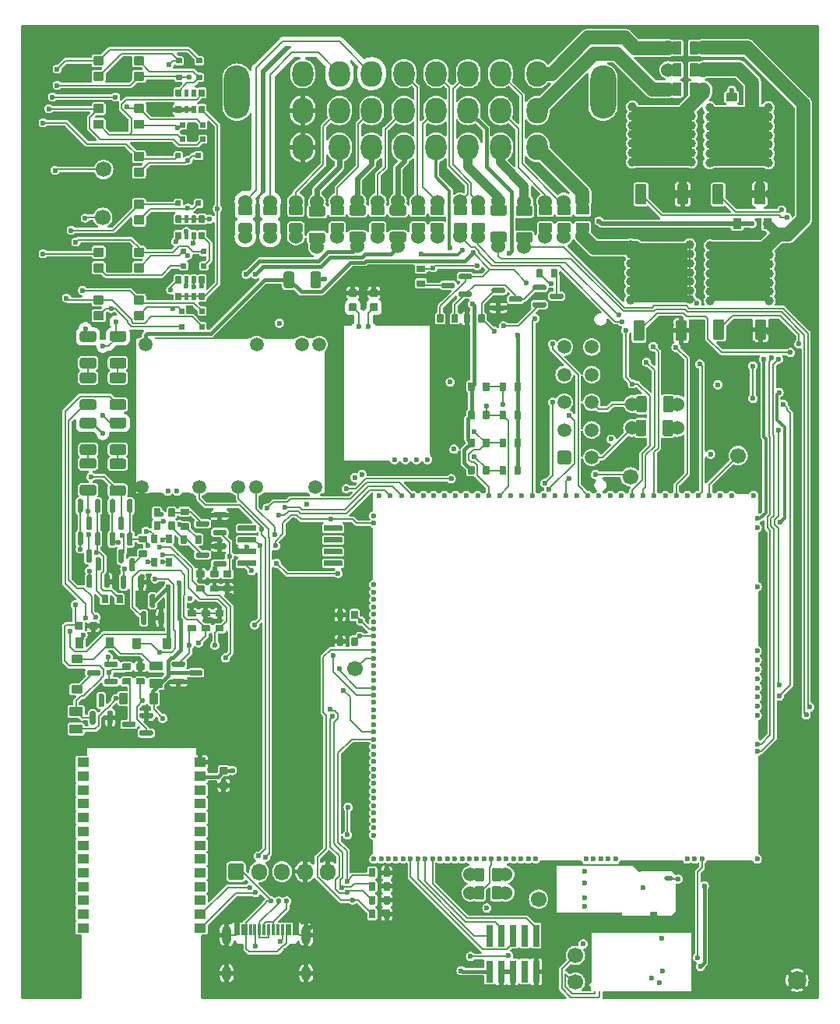
<source format=gtl>
G04 #@! TF.GenerationSoftware,KiCad,Pcbnew,7.0.6-7.0.6~ubuntu22.04.1*
G04 #@! TF.CreationDate,2023-07-25T21:17:33+00:00*
G04 #@! TF.ProjectId,alphax_2ch,616c7068-6178-45f3-9263-682e6b696361,G*
G04 #@! TF.SameCoordinates,PX141f5e0PYa2cace0*
G04 #@! TF.FileFunction,Copper,L1,Top*
G04 #@! TF.FilePolarity,Positive*
%FSLAX46Y46*%
G04 Gerber Fmt 4.6, Leading zero omitted, Abs format (unit mm)*
G04 Created by KiCad (PCBNEW 7.0.6-7.0.6~ubuntu22.04.1) date 2023-07-25 21:17:33*
%MOMM*%
%LPD*%
G01*
G04 APERTURE LIST*
G04 #@! TA.AperFunction,ComponentPad*
%ADD10C,1.524000*%
G04 #@! TD*
G04 #@! TA.AperFunction,ComponentPad*
%ADD11O,1.700000X1.850000*%
G04 #@! TD*
G04 #@! TA.AperFunction,SMDPad,CuDef*
%ADD12R,0.300000X1.150000*%
G04 #@! TD*
G04 #@! TA.AperFunction,ComponentPad*
%ADD13O,1.000000X2.100000*%
G04 #@! TD*
G04 #@! TA.AperFunction,ComponentPad*
%ADD14O,1.000000X1.600000*%
G04 #@! TD*
G04 #@! TA.AperFunction,ComponentPad*
%ADD15C,1.700000*%
G04 #@! TD*
G04 #@! TA.AperFunction,ComponentPad*
%ADD16C,1.500000*%
G04 #@! TD*
G04 #@! TA.AperFunction,SMDPad,CuDef*
%ADD17O,0.200000X5.669999*%
G04 #@! TD*
G04 #@! TA.AperFunction,SMDPad,CuDef*
%ADD18O,11.100001X0.200000*%
G04 #@! TD*
G04 #@! TA.AperFunction,SMDPad,CuDef*
%ADD19O,9.800001X0.399999*%
G04 #@! TD*
G04 #@! TA.AperFunction,SMDPad,CuDef*
%ADD20O,0.499999X0.250000*%
G04 #@! TD*
G04 #@! TA.AperFunction,SMDPad,CuDef*
%ADD21O,0.200000X6.799999*%
G04 #@! TD*
G04 #@! TA.AperFunction,SMDPad,CuDef*
%ADD22O,0.250000X0.499999*%
G04 #@! TD*
G04 #@! TA.AperFunction,ComponentPad*
%ADD23C,0.599999*%
G04 #@! TD*
G04 #@! TA.AperFunction,ComponentPad*
%ADD24C,0.600000*%
G04 #@! TD*
G04 #@! TA.AperFunction,SMDPad,CuDef*
%ADD25O,3.300000X0.200000*%
G04 #@! TD*
G04 #@! TA.AperFunction,SMDPad,CuDef*
%ADD26O,10.200000X0.200000*%
G04 #@! TD*
G04 #@! TA.AperFunction,SMDPad,CuDef*
%ADD27O,0.300000X0.200000*%
G04 #@! TD*
G04 #@! TA.AperFunction,SMDPad,CuDef*
%ADD28O,0.200000X17.000000*%
G04 #@! TD*
G04 #@! TA.AperFunction,SMDPad,CuDef*
%ADD29O,0.200000X15.400000*%
G04 #@! TD*
G04 #@! TA.AperFunction,SMDPad,CuDef*
%ADD30O,4.800000X0.200000*%
G04 #@! TD*
G04 #@! TA.AperFunction,SMDPad,CuDef*
%ADD31O,2.600000X0.200000*%
G04 #@! TD*
G04 #@! TA.AperFunction,SMDPad,CuDef*
%ADD32O,1.000000X0.200000*%
G04 #@! TD*
G04 #@! TA.AperFunction,SMDPad,CuDef*
%ADD33O,1.500000X0.200000*%
G04 #@! TD*
G04 #@! TA.AperFunction,SMDPad,CuDef*
%ADD34R,6.185000X0.250000*%
G04 #@! TD*
G04 #@! TA.AperFunction,SMDPad,CuDef*
%ADD35R,1.115000X0.250000*%
G04 #@! TD*
G04 #@! TA.AperFunction,SMDPad,CuDef*
%ADD36R,0.250000X14.275000*%
G04 #@! TD*
G04 #@! TA.AperFunction,SMDPad,CuDef*
%ADD37R,0.250000X15.100000*%
G04 #@! TD*
G04 #@! TA.AperFunction,SMDPad,CuDef*
%ADD38R,5.175000X0.250000*%
G04 #@! TD*
G04 #@! TA.AperFunction,SMDPad,CuDef*
%ADD39R,5.800000X6.400000*%
G04 #@! TD*
G04 #@! TA.AperFunction,SMDPad,CuDef*
%ADD40R,1.300000X1.000000*%
G04 #@! TD*
G04 #@! TA.AperFunction,SMDPad,CuDef*
%ADD41C,2.000000*%
G04 #@! TD*
G04 #@! TA.AperFunction,SMDPad,CuDef*
%ADD42O,8.400001X0.200000*%
G04 #@! TD*
G04 #@! TA.AperFunction,SMDPad,CuDef*
%ADD43O,0.200000X5.250000*%
G04 #@! TD*
G04 #@! TA.AperFunction,SMDPad,CuDef*
%ADD44O,0.700001X0.200000*%
G04 #@! TD*
G04 #@! TA.AperFunction,SMDPad,CuDef*
%ADD45O,7.250001X0.200000*%
G04 #@! TD*
G04 #@! TA.AperFunction,SMDPad,CuDef*
%ADD46O,1.000001X0.499999*%
G04 #@! TD*
G04 #@! TA.AperFunction,SMDPad,CuDef*
%ADD47R,0.200000X2.300000*%
G04 #@! TD*
G04 #@! TA.AperFunction,SMDPad,CuDef*
%ADD48R,0.200000X10.700000*%
G04 #@! TD*
G04 #@! TA.AperFunction,SMDPad,CuDef*
%ADD49R,0.200000X2.100000*%
G04 #@! TD*
G04 #@! TA.AperFunction,SMDPad,CuDef*
%ADD50R,0.200000X6.000000*%
G04 #@! TD*
G04 #@! TA.AperFunction,SMDPad,CuDef*
%ADD51R,0.200000X5.400000*%
G04 #@! TD*
G04 #@! TA.AperFunction,SMDPad,CuDef*
%ADD52R,1.400000X0.200000*%
G04 #@! TD*
G04 #@! TA.AperFunction,SMDPad,CuDef*
%ADD53R,5.000000X0.200000*%
G04 #@! TD*
G04 #@! TA.AperFunction,SMDPad,CuDef*
%ADD54R,6.800000X0.200000*%
G04 #@! TD*
G04 #@! TA.AperFunction,SMDPad,CuDef*
%ADD55R,4.500000X0.200000*%
G04 #@! TD*
G04 #@! TA.AperFunction,SMDPad,CuDef*
%ADD56R,0.200000X1.600000*%
G04 #@! TD*
G04 #@! TA.AperFunction,SMDPad,CuDef*
%ADD57R,0.200000X5.700000*%
G04 #@! TD*
G04 #@! TA.AperFunction,SMDPad,CuDef*
%ADD58R,0.200000X2.000000*%
G04 #@! TD*
G04 #@! TA.AperFunction,ComponentPad*
%ADD59O,2.800000X5.800000*%
G04 #@! TD*
G04 #@! TA.AperFunction,ComponentPad*
%ADD60O,2.300000X2.800000*%
G04 #@! TD*
G04 #@! TA.AperFunction,SMDPad,CuDef*
%ADD61R,0.740000X2.400000*%
G04 #@! TD*
G04 #@! TA.AperFunction,ViaPad*
%ADD62C,0.600000*%
G04 #@! TD*
G04 #@! TA.AperFunction,ViaPad*
%ADD63C,1.000000*%
G04 #@! TD*
G04 #@! TA.AperFunction,ViaPad*
%ADD64C,4.500000*%
G04 #@! TD*
G04 #@! TA.AperFunction,Conductor*
%ADD65C,0.400000*%
G04 #@! TD*
G04 #@! TA.AperFunction,Conductor*
%ADD66C,0.200000*%
G04 #@! TD*
G04 #@! TA.AperFunction,Conductor*
%ADD67C,0.300000*%
G04 #@! TD*
G04 #@! TA.AperFunction,Conductor*
%ADD68C,0.203200*%
G04 #@! TD*
G04 #@! TA.AperFunction,Conductor*
%ADD69C,1.000000*%
G04 #@! TD*
G04 #@! TA.AperFunction,Conductor*
%ADD70C,1.500000*%
G04 #@! TD*
G04 #@! TA.AperFunction,Conductor*
%ADD71C,0.500000*%
G04 #@! TD*
G04 #@! TA.AperFunction,Conductor*
%ADD72C,0.600000*%
G04 #@! TD*
G04 #@! TA.AperFunction,Conductor*
%ADD73C,0.254000*%
G04 #@! TD*
G04 APERTURE END LIST*
D10*
G04 #@! TO.P,R8,1,1*
G04 #@! TO.N,/CAN-*
X49836417Y82896579D03*
G04 #@! TA.AperFunction,SMDPad,CuDef*
G36*
G01*
X50461417Y83351578D02*
X49211417Y83351578D01*
G75*
G02*
X49111417Y83451578I0J100000D01*
G01*
X49111417Y84251578D01*
G75*
G02*
X49211417Y84351578I100000J0D01*
G01*
X50461417Y84351578D01*
G75*
G02*
X50561417Y84251578I0J-100000D01*
G01*
X50561417Y83451578D01*
G75*
G02*
X50461417Y83351578I-100000J0D01*
G01*
G37*
G04 #@! TD.AperFunction*
G04 #@! TO.P,R8,2,2*
G04 #@! TO.N,/C6*
G04 #@! TA.AperFunction,SMDPad,CuDef*
G36*
G01*
X50461417Y85251600D02*
X49211417Y85251600D01*
G75*
G02*
X49111417Y85351600I0J100000D01*
G01*
X49111417Y86151600D01*
G75*
G02*
X49211417Y86251600I100000J0D01*
G01*
X50461417Y86251600D01*
G75*
G02*
X50561417Y86151600I0J-100000D01*
G01*
X50561417Y85351600D01*
G75*
G02*
X50461417Y85251600I-100000J0D01*
G01*
G37*
G04 #@! TD.AperFunction*
X49836417Y86706579D03*
G04 #@! TD*
G04 #@! TO.P,R69,1*
G04 #@! TO.N,Net-(Q22-D)*
G04 #@! TA.AperFunction,SMDPad,CuDef*
G36*
G01*
X17510000Y53350000D02*
X18290000Y53350000D01*
G75*
G02*
X18360000Y53280000I0J-70000D01*
G01*
X18360000Y52720000D01*
G75*
G02*
X18290000Y52650000I-70000J0D01*
G01*
X17510000Y52650000D01*
G75*
G02*
X17440000Y52720000I0J70000D01*
G01*
X17440000Y53280000D01*
G75*
G02*
X17510000Y53350000I70000J0D01*
G01*
G37*
G04 #@! TD.AperFunction*
G04 #@! TO.P,R69,2*
G04 #@! TO.N,+5VAS*
G04 #@! TA.AperFunction,SMDPad,CuDef*
G36*
G01*
X17510000Y51750000D02*
X18290000Y51750000D01*
G75*
G02*
X18360000Y51680000I0J-70000D01*
G01*
X18360000Y51120000D01*
G75*
G02*
X18290000Y51050000I-70000J0D01*
G01*
X17510000Y51050000D01*
G75*
G02*
X17440000Y51120000I0J70000D01*
G01*
X17440000Y51680000D01*
G75*
G02*
X17510000Y51750000I70000J0D01*
G01*
G37*
G04 #@! TD.AperFunction*
G04 #@! TD*
G04 #@! TO.P,R2,1*
G04 #@! TO.N,+12V*
G04 #@! TA.AperFunction,SMDPad,CuDef*
G36*
G01*
X16900000Y76065000D02*
X16900000Y76735000D01*
G75*
G02*
X16965000Y76800000I65000J0D01*
G01*
X17485000Y76800000D01*
G75*
G02*
X17550000Y76735000I0J-65000D01*
G01*
X17550000Y76065000D01*
G75*
G02*
X17485000Y76000000I-65000J0D01*
G01*
X16965000Y76000000D01*
G75*
G02*
X16900000Y76065000I0J65000D01*
G01*
G37*
G04 #@! TD.AperFunction*
G04 #@! TO.P,R2,2*
G04 #@! TA.AperFunction,SMDPad,CuDef*
G36*
G01*
X17875000Y76045000D02*
X17875000Y76755000D01*
G75*
G02*
X17920000Y76800000I45000J0D01*
G01*
X18280000Y76800000D01*
G75*
G02*
X18325000Y76755000I0J-45000D01*
G01*
X18325000Y76045000D01*
G75*
G02*
X18280000Y76000000I-45000J0D01*
G01*
X17920000Y76000000D01*
G75*
G02*
X17875000Y76045000I0J45000D01*
G01*
G37*
G04 #@! TD.AperFunction*
G04 #@! TO.P,R2,3*
G04 #@! TA.AperFunction,SMDPad,CuDef*
G36*
G01*
X18675000Y76045000D02*
X18675000Y76755000D01*
G75*
G02*
X18720000Y76800000I45000J0D01*
G01*
X19080000Y76800000D01*
G75*
G02*
X19125000Y76755000I0J-45000D01*
G01*
X19125000Y76045000D01*
G75*
G02*
X19080000Y76000000I-45000J0D01*
G01*
X18720000Y76000000D01*
G75*
G02*
X18675000Y76045000I0J45000D01*
G01*
G37*
G04 #@! TD.AperFunction*
G04 #@! TO.P,R2,4*
G04 #@! TA.AperFunction,SMDPad,CuDef*
G36*
G01*
X19450000Y76065000D02*
X19450000Y76735000D01*
G75*
G02*
X19515000Y76800000I65000J0D01*
G01*
X20035000Y76800000D01*
G75*
G02*
X20100000Y76735000I0J-65000D01*
G01*
X20100000Y76065000D01*
G75*
G02*
X20035000Y76000000I-65000J0D01*
G01*
X19515000Y76000000D01*
G75*
G02*
X19450000Y76065000I0J65000D01*
G01*
G37*
G04 #@! TD.AperFunction*
G04 #@! TO.P,R2,5*
G04 #@! TO.N,Net-(D16-A)*
G04 #@! TA.AperFunction,SMDPad,CuDef*
G36*
G01*
X19450000Y77865000D02*
X19450000Y78535000D01*
G75*
G02*
X19515000Y78600000I65000J0D01*
G01*
X20035000Y78600000D01*
G75*
G02*
X20100000Y78535000I0J-65000D01*
G01*
X20100000Y77865000D01*
G75*
G02*
X20035000Y77800000I-65000J0D01*
G01*
X19515000Y77800000D01*
G75*
G02*
X19450000Y77865000I0J65000D01*
G01*
G37*
G04 #@! TD.AperFunction*
G04 #@! TO.P,R2,6*
G04 #@! TO.N,Net-(D15-A)*
G04 #@! TA.AperFunction,SMDPad,CuDef*
G36*
G01*
X18675000Y77845000D02*
X18675000Y78555000D01*
G75*
G02*
X18720000Y78600000I45000J0D01*
G01*
X19080000Y78600000D01*
G75*
G02*
X19125000Y78555000I0J-45000D01*
G01*
X19125000Y77845000D01*
G75*
G02*
X19080000Y77800000I-45000J0D01*
G01*
X18720000Y77800000D01*
G75*
G02*
X18675000Y77845000I0J45000D01*
G01*
G37*
G04 #@! TD.AperFunction*
G04 #@! TO.P,R2,7*
G04 #@! TO.N,Net-(D14-A)*
G04 #@! TA.AperFunction,SMDPad,CuDef*
G36*
G01*
X17875000Y77845000D02*
X17875000Y78555000D01*
G75*
G02*
X17920000Y78600000I45000J0D01*
G01*
X18280000Y78600000D01*
G75*
G02*
X18325000Y78555000I0J-45000D01*
G01*
X18325000Y77845000D01*
G75*
G02*
X18280000Y77800000I-45000J0D01*
G01*
X17920000Y77800000D01*
G75*
G02*
X17875000Y77845000I0J45000D01*
G01*
G37*
G04 #@! TD.AperFunction*
G04 #@! TO.P,R2,8*
G04 #@! TO.N,Net-(D13-A)*
G04 #@! TA.AperFunction,SMDPad,CuDef*
G36*
G01*
X16900000Y77865000D02*
X16900000Y78535000D01*
G75*
G02*
X16965000Y78600000I65000J0D01*
G01*
X17485000Y78600000D01*
G75*
G02*
X17550000Y78535000I0J-65000D01*
G01*
X17550000Y77865000D01*
G75*
G02*
X17485000Y77800000I-65000J0D01*
G01*
X16965000Y77800000D01*
G75*
G02*
X16900000Y77865000I0J65000D01*
G01*
G37*
G04 #@! TD.AperFunction*
G04 #@! TD*
G04 #@! TO.P,R56,1*
G04 #@! TO.N,/TEMP_PULLUP*
G04 #@! TA.AperFunction,SMDPad,CuDef*
G36*
G01*
X50550000Y74390000D02*
X50550000Y73610000D01*
G75*
G02*
X50480000Y73540000I-70000J0D01*
G01*
X49920000Y73540000D01*
G75*
G02*
X49850000Y73610000I0J70000D01*
G01*
X49850000Y74390000D01*
G75*
G02*
X49920000Y74460000I70000J0D01*
G01*
X50480000Y74460000D01*
G75*
G02*
X50550000Y74390000I0J-70000D01*
G01*
G37*
G04 #@! TD.AperFunction*
G04 #@! TO.P,R56,2*
G04 #@! TO.N,GND*
G04 #@! TA.AperFunction,SMDPad,CuDef*
G36*
G01*
X48950000Y74390000D02*
X48950000Y73610000D01*
G75*
G02*
X48880000Y73540000I-70000J0D01*
G01*
X48320000Y73540000D01*
G75*
G02*
X48250000Y73610000I0J70000D01*
G01*
X48250000Y74390000D01*
G75*
G02*
X48320000Y74460000I70000J0D01*
G01*
X48880000Y74460000D01*
G75*
G02*
X48950000Y74390000I0J-70000D01*
G01*
G37*
G04 #@! TD.AperFunction*
G04 #@! TD*
G04 #@! TO.P,R38,1*
G04 #@! TO.N,/AIN1*
G04 #@! TA.AperFunction,SMDPad,CuDef*
G36*
G01*
X52150000Y66210000D02*
X52150000Y66990000D01*
G75*
G02*
X52220000Y67060000I70000J0D01*
G01*
X52780000Y67060000D01*
G75*
G02*
X52850000Y66990000I0J-70000D01*
G01*
X52850000Y66210000D01*
G75*
G02*
X52780000Y66140000I-70000J0D01*
G01*
X52220000Y66140000D01*
G75*
G02*
X52150000Y66210000I0J70000D01*
G01*
G37*
G04 #@! TD.AperFunction*
G04 #@! TO.P,R38,2*
G04 #@! TO.N,+5VA*
G04 #@! TA.AperFunction,SMDPad,CuDef*
G36*
G01*
X53750000Y66210000D02*
X53750000Y66990000D01*
G75*
G02*
X53820000Y67060000I70000J0D01*
G01*
X54380000Y67060000D01*
G75*
G02*
X54450000Y66990000I0J-70000D01*
G01*
X54450000Y66210000D01*
G75*
G02*
X54380000Y66140000I-70000J0D01*
G01*
X53820000Y66140000D01*
G75*
G02*
X53750000Y66210000I0J70000D01*
G01*
G37*
G04 #@! TD.AperFunction*
G04 #@! TD*
G04 #@! TO.P,C3,1*
G04 #@! TO.N,GND*
G04 #@! TA.AperFunction,SMDPad,CuDef*
G36*
G01*
X22500000Y22864999D02*
X21820000Y22864999D01*
G75*
G02*
X21735000Y22949999I0J85000D01*
G01*
X21735000Y23629999D01*
G75*
G02*
X21820000Y23714999I85000J0D01*
G01*
X22500000Y23714999D01*
G75*
G02*
X22585000Y23629999I0J-85000D01*
G01*
X22585000Y22949999D01*
G75*
G02*
X22500000Y22864999I-85000J0D01*
G01*
G37*
G04 #@! TD.AperFunction*
G04 #@! TO.P,C3,2*
G04 #@! TO.N,/BT_3V3*
G04 #@! TA.AperFunction,SMDPad,CuDef*
G36*
G01*
X22500000Y24445001D02*
X21820000Y24445001D01*
G75*
G02*
X21735000Y24530001I0J85000D01*
G01*
X21735000Y25210001D01*
G75*
G02*
X21820000Y25295001I85000J0D01*
G01*
X22500000Y25295001D01*
G75*
G02*
X22585000Y25210001I0J-85000D01*
G01*
X22585000Y24530001D01*
G75*
G02*
X22500000Y24445001I-85000J0D01*
G01*
G37*
G04 #@! TD.AperFunction*
G04 #@! TD*
G04 #@! TO.P,R9,1,1*
G04 #@! TO.N,/CAN+*
X47882571Y82918049D03*
G04 #@! TA.AperFunction,SMDPad,CuDef*
G36*
G01*
X48507571Y83373048D02*
X47257571Y83373048D01*
G75*
G02*
X47157571Y83473048I0J100000D01*
G01*
X47157571Y84273048D01*
G75*
G02*
X47257571Y84373048I100000J0D01*
G01*
X48507571Y84373048D01*
G75*
G02*
X48607571Y84273048I0J-100000D01*
G01*
X48607571Y83473048D01*
G75*
G02*
X48507571Y83373048I-100000J0D01*
G01*
G37*
G04 #@! TD.AperFunction*
G04 #@! TO.P,R9,2,2*
G04 #@! TO.N,/C5*
G04 #@! TA.AperFunction,SMDPad,CuDef*
G36*
G01*
X48507571Y85273070D02*
X47257571Y85273070D01*
G75*
G02*
X47157571Y85373070I0J100000D01*
G01*
X47157571Y86173070D01*
G75*
G02*
X47257571Y86273070I100000J0D01*
G01*
X48507571Y86273070D01*
G75*
G02*
X48607571Y86173070I0J-100000D01*
G01*
X48607571Y85373070D01*
G75*
G02*
X48507571Y85273070I-100000J0D01*
G01*
G37*
G04 #@! TD.AperFunction*
X47882571Y86728049D03*
G04 #@! TD*
G04 #@! TO.P,R21,1*
G04 #@! TO.N,Net-(R21-Pad1)*
G04 #@! TA.AperFunction,SMDPad,CuDef*
G36*
G01*
X8300000Y60094990D02*
X8300000Y59404990D01*
G75*
G02*
X8070000Y59174990I-230000J0D01*
G01*
X6730000Y59174990D01*
G75*
G02*
X6500000Y59404990I0J230000D01*
G01*
X6500000Y60094990D01*
G75*
G02*
X6730000Y60324990I230000J0D01*
G01*
X8070000Y60324990D01*
G75*
G02*
X8300000Y60094990I0J-230000D01*
G01*
G37*
G04 #@! TD.AperFunction*
G04 #@! TO.P,R21,2*
G04 #@! TO.N,/IN_CRANK+*
G04 #@! TA.AperFunction,SMDPad,CuDef*
G36*
G01*
X8300000Y62995010D02*
X8300000Y62305010D01*
G75*
G02*
X8070000Y62075010I-230000J0D01*
G01*
X6730000Y62075010D01*
G75*
G02*
X6500000Y62305010I0J230000D01*
G01*
X6500000Y62995010D01*
G75*
G02*
X6730000Y63225010I230000J0D01*
G01*
X8070000Y63225010D01*
G75*
G02*
X8300000Y62995010I0J-230000D01*
G01*
G37*
G04 #@! TD.AperFunction*
G04 #@! TD*
G04 #@! TO.P,F7,1,1*
G04 #@! TO.N,Net-(J1-Pin_6)*
X66550000Y62100000D03*
G04 #@! TA.AperFunction,SMDPad,CuDef*
G36*
G01*
X67894990Y61200000D02*
X67204990Y61200000D01*
G75*
G02*
X66974990Y61430000I0J230000D01*
G01*
X66974990Y62770000D01*
G75*
G02*
X67204990Y63000000I230000J0D01*
G01*
X67894990Y63000000D01*
G75*
G02*
X68124990Y62770000I0J-230000D01*
G01*
X68124990Y61430000D01*
G75*
G02*
X67894990Y61200000I-230000J0D01*
G01*
G37*
G04 #@! TD.AperFunction*
G04 #@! TO.P,F7,2,2*
G04 #@! TO.N,/OUT_IGN4*
G04 #@! TA.AperFunction,SMDPad,CuDef*
G36*
G01*
X70795010Y61200000D02*
X70105010Y61200000D01*
G75*
G02*
X69875010Y61430000I0J230000D01*
G01*
X69875010Y62770000D01*
G75*
G02*
X70105010Y63000000I230000J0D01*
G01*
X70795010Y63000000D01*
G75*
G02*
X71025010Y62770000I0J-230000D01*
G01*
X71025010Y61430000D01*
G75*
G02*
X70795010Y61200000I-230000J0D01*
G01*
G37*
G04 #@! TD.AperFunction*
X71450000Y62100000D03*
G04 #@! TD*
G04 #@! TO.P,Q3,1,G*
G04 #@! TO.N,/TACH_PULLUP*
G04 #@! TA.AperFunction,SMDPad,CuDef*
G36*
G01*
X14465000Y29110000D02*
X14465000Y28810000D01*
G75*
G02*
X14315000Y28660000I-150000J0D01*
G01*
X13140000Y28660000D01*
G75*
G02*
X12990000Y28810000I0J150000D01*
G01*
X12990000Y29110000D01*
G75*
G02*
X13140000Y29260000I150000J0D01*
G01*
X14315000Y29260000D01*
G75*
G02*
X14465000Y29110000I0J-150000D01*
G01*
G37*
G04 #@! TD.AperFunction*
G04 #@! TO.P,Q3,2,D*
G04 #@! TO.N,Net-(Q3-D)*
G04 #@! TA.AperFunction,SMDPad,CuDef*
G36*
G01*
X12590000Y30060000D02*
X12590000Y29760000D01*
G75*
G02*
X12440000Y29610000I-150000J0D01*
G01*
X11265000Y29610000D01*
G75*
G02*
X11115000Y29760000I0J150000D01*
G01*
X11115000Y30060000D01*
G75*
G02*
X11265000Y30210000I150000J0D01*
G01*
X12440000Y30210000D01*
G75*
G02*
X12590000Y30060000I0J-150000D01*
G01*
G37*
G04 #@! TD.AperFunction*
G04 #@! TO.P,Q3,3,S*
G04 #@! TO.N,GND*
G04 #@! TA.AperFunction,SMDPad,CuDef*
G36*
G01*
X14465000Y31010000D02*
X14465000Y30710000D01*
G75*
G02*
X14315000Y30560000I-150000J0D01*
G01*
X13140000Y30560000D01*
G75*
G02*
X12990000Y30710000I0J150000D01*
G01*
X12990000Y31010000D01*
G75*
G02*
X13140000Y31160000I150000J0D01*
G01*
X14315000Y31160000D01*
G75*
G02*
X14465000Y31010000I0J-150000D01*
G01*
G37*
G04 #@! TD.AperFunction*
G04 #@! TD*
G04 #@! TO.P,F4,1,1*
G04 #@! TO.N,/A3*
X36700000Y86750000D03*
G04 #@! TA.AperFunction,SMDPad,CuDef*
G36*
G01*
X35800000Y85405010D02*
X35800000Y86095010D01*
G75*
G02*
X36030000Y86325010I230000J0D01*
G01*
X37370000Y86325010D01*
G75*
G02*
X37600000Y86095010I0J-230000D01*
G01*
X37600000Y85405010D01*
G75*
G02*
X37370000Y85175010I-230000J0D01*
G01*
X36030000Y85175010D01*
G75*
G02*
X35800000Y85405010I0J230000D01*
G01*
G37*
G04 #@! TD.AperFunction*
G04 #@! TO.P,F4,2,2*
G04 #@! TO.N,/OUT_PUMP_RELAY*
G04 #@! TA.AperFunction,SMDPad,CuDef*
G36*
G01*
X35800000Y82504990D02*
X35800000Y83194990D01*
G75*
G02*
X36030000Y83424990I230000J0D01*
G01*
X37370000Y83424990D01*
G75*
G02*
X37600000Y83194990I0J-230000D01*
G01*
X37600000Y82504990D01*
G75*
G02*
X37370000Y82274990I-230000J0D01*
G01*
X36030000Y82274990D01*
G75*
G02*
X35800000Y82504990I0J230000D01*
G01*
G37*
G04 #@! TD.AperFunction*
X36700000Y81850000D03*
G04 #@! TD*
G04 #@! TO.P,Q13,1,G*
G04 #@! TO.N,Net-(Q12-G)*
G04 #@! TA.AperFunction,SMDPad,CuDef*
G36*
G01*
X49175000Y76800000D02*
X49175000Y76500000D01*
G75*
G02*
X49025000Y76350000I-150000J0D01*
G01*
X47850000Y76350000D01*
G75*
G02*
X47700000Y76500000I0J150000D01*
G01*
X47700000Y76800000D01*
G75*
G02*
X47850000Y76950000I150000J0D01*
G01*
X49025000Y76950000D01*
G75*
G02*
X49175000Y76800000I0J-150000D01*
G01*
G37*
G04 #@! TD.AperFunction*
G04 #@! TO.P,Q13,2,D*
G04 #@! TO.N,Net-(Q13-D)*
G04 #@! TA.AperFunction,SMDPad,CuDef*
G36*
G01*
X47300000Y77750000D02*
X47300000Y77450000D01*
G75*
G02*
X47150000Y77300000I-150000J0D01*
G01*
X45975000Y77300000D01*
G75*
G02*
X45825000Y77450000I0J150000D01*
G01*
X45825000Y77750000D01*
G75*
G02*
X45975000Y77900000I150000J0D01*
G01*
X47150000Y77900000D01*
G75*
G02*
X47300000Y77750000I0J-150000D01*
G01*
G37*
G04 #@! TD.AperFunction*
G04 #@! TO.P,Q13,3,S*
G04 #@! TO.N,+5VAS*
G04 #@! TA.AperFunction,SMDPad,CuDef*
G36*
G01*
X49175000Y78700000D02*
X49175000Y78400000D01*
G75*
G02*
X49025000Y78250000I-150000J0D01*
G01*
X47850000Y78250000D01*
G75*
G02*
X47700000Y78400000I0J150000D01*
G01*
X47700000Y78700000D01*
G75*
G02*
X47850000Y78850000I150000J0D01*
G01*
X49025000Y78850000D01*
G75*
G02*
X49175000Y78700000I0J-150000D01*
G01*
G37*
G04 #@! TD.AperFunction*
G04 #@! TD*
G04 #@! TO.P,D1,1,K*
G04 #@! TO.N,Net-(D1-K)*
G04 #@! TA.AperFunction,SMDPad,CuDef*
G36*
G01*
X17561499Y80000000D02*
X18041499Y80000000D01*
G75*
G02*
X18101499Y79940000I0J-60000D01*
G01*
X18101499Y79460000D01*
G75*
G02*
X18041499Y79400000I-60000J0D01*
G01*
X17561499Y79400000D01*
G75*
G02*
X17501499Y79460000I0J60000D01*
G01*
X17501499Y79940000D01*
G75*
G02*
X17561499Y80000000I60000J0D01*
G01*
G37*
G04 #@! TD.AperFunction*
G04 #@! TO.P,D1,2,A*
G04 #@! TO.N,Net-(D1-A)*
G04 #@! TA.AperFunction,SMDPad,CuDef*
G36*
G01*
X19761499Y80000000D02*
X20241499Y80000000D01*
G75*
G02*
X20301499Y79940000I0J-60000D01*
G01*
X20301499Y79460000D01*
G75*
G02*
X20241499Y79400000I-60000J0D01*
G01*
X19761499Y79400000D01*
G75*
G02*
X19701499Y79460000I0J60000D01*
G01*
X19701499Y79940000D01*
G75*
G02*
X19761499Y80000000I60000J0D01*
G01*
G37*
G04 #@! TD.AperFunction*
G04 #@! TD*
G04 #@! TO.P,D15,1,A*
G04 #@! TO.N,Net-(D15-A)*
G04 #@! TA.AperFunction,SMDPad,CuDef*
G36*
G01*
X13399998Y84200001D02*
X12499998Y84200001D01*
G75*
G02*
X12399998Y84300001I0J100000D01*
G01*
X12399998Y85100001D01*
G75*
G02*
X12499998Y85200001I100000J0D01*
G01*
X13399998Y85200001D01*
G75*
G02*
X13499998Y85100001I0J-100000D01*
G01*
X13499998Y84300001D01*
G75*
G02*
X13399998Y84200001I-100000J0D01*
G01*
G37*
G04 #@! TD.AperFunction*
G04 #@! TO.P,D15,2,K*
G04 #@! TO.N,/OUT_INJ2*
G04 #@! TA.AperFunction,SMDPad,CuDef*
G36*
G01*
X13399998Y85900001D02*
X12499998Y85900001D01*
G75*
G02*
X12399998Y86000001I0J100000D01*
G01*
X12399998Y86800001D01*
G75*
G02*
X12499998Y86900001I100000J0D01*
G01*
X13399998Y86900001D01*
G75*
G02*
X13499998Y86800001I0J-100000D01*
G01*
X13499998Y86000001D01*
G75*
G02*
X13399998Y85900001I-100000J0D01*
G01*
G37*
G04 #@! TD.AperFunction*
G04 #@! TD*
G04 #@! TO.P,R52,1*
G04 #@! TO.N,/FAN_RELAY*
G04 #@! TA.AperFunction,SMDPad,CuDef*
G36*
G01*
X37950000Y13410000D02*
X37950000Y14190000D01*
G75*
G02*
X38020000Y14260000I70000J0D01*
G01*
X38580000Y14260000D01*
G75*
G02*
X38650000Y14190000I0J-70000D01*
G01*
X38650000Y13410000D01*
G75*
G02*
X38580000Y13340000I-70000J0D01*
G01*
X38020000Y13340000D01*
G75*
G02*
X37950000Y13410000I0J70000D01*
G01*
G37*
G04 #@! TD.AperFunction*
G04 #@! TO.P,R52,2*
G04 #@! TO.N,GND*
G04 #@! TA.AperFunction,SMDPad,CuDef*
G36*
G01*
X39550000Y13410000D02*
X39550000Y14190000D01*
G75*
G02*
X39620000Y14260000I70000J0D01*
G01*
X40180000Y14260000D01*
G75*
G02*
X40250000Y14190000I0J-70000D01*
G01*
X40250000Y13410000D01*
G75*
G02*
X40180000Y13340000I-70000J0D01*
G01*
X39620000Y13340000D01*
G75*
G02*
X39550000Y13410000I0J70000D01*
G01*
G37*
G04 #@! TD.AperFunction*
G04 #@! TD*
G04 #@! TO.P,D6,1,K*
G04 #@! TO.N,Net-(D14-A)*
G04 #@! TA.AperFunction,SMDPad,CuDef*
G36*
G01*
X17058502Y102312502D02*
X17538502Y102312502D01*
G75*
G02*
X17598502Y102252502I0J-60000D01*
G01*
X17598502Y101772502D01*
G75*
G02*
X17538502Y101712502I-60000J0D01*
G01*
X17058502Y101712502D01*
G75*
G02*
X16998502Y101772502I0J60000D01*
G01*
X16998502Y102252502D01*
G75*
G02*
X17058502Y102312502I60000J0D01*
G01*
G37*
G04 #@! TD.AperFunction*
G04 #@! TO.P,D6,2,A*
G04 #@! TO.N,/OUT_IDLE*
G04 #@! TA.AperFunction,SMDPad,CuDef*
G36*
G01*
X19258502Y102312502D02*
X19738502Y102312502D01*
G75*
G02*
X19798502Y102252502I0J-60000D01*
G01*
X19798502Y101772502D01*
G75*
G02*
X19738502Y101712502I-60000J0D01*
G01*
X19258502Y101712502D01*
G75*
G02*
X19198502Y101772502I0J60000D01*
G01*
X19198502Y102252502D01*
G75*
G02*
X19258502Y102312502I60000J0D01*
G01*
G37*
G04 #@! TD.AperFunction*
G04 #@! TD*
G04 #@! TO.P,J5,1,Pin_1*
G04 #@! TO.N,/VBUS*
G04 #@! TA.AperFunction,ComponentPad*
G36*
G01*
X22650000Y13225000D02*
X22650000Y14575000D01*
G75*
G02*
X22900000Y14825000I250000J0D01*
G01*
X24100000Y14825000D01*
G75*
G02*
X24350000Y14575000I0J-250000D01*
G01*
X24350000Y13225000D01*
G75*
G02*
X24100000Y12975000I-250000J0D01*
G01*
X22900000Y12975000D01*
G75*
G02*
X22650000Y13225000I0J250000D01*
G01*
G37*
G04 #@! TD.AperFunction*
D11*
G04 #@! TO.P,J5,2,Pin_2*
G04 #@! TO.N,/USB-*
X26000000Y13900000D03*
G04 #@! TO.P,J5,3,Pin_3*
G04 #@! TO.N,/USB+*
X28500000Y13900000D03*
G04 #@! TO.P,J5,4,Pin_4*
G04 #@! TO.N,GND*
X31000000Y13900000D03*
G04 #@! TO.P,J5,5,Pin_5*
X33500000Y13900000D03*
G04 #@! TD*
D12*
G04 #@! TO.P,J6,A1,GND*
G04 #@! TO.N,GND*
X23450000Y7585000D03*
G04 #@! TO.P,J6,A4,VBUS*
G04 #@! TO.N,/VBUS*
X24250000Y7585000D03*
G04 #@! TO.P,J6,A5,CC1*
G04 #@! TO.N,Net-(J6-CC1)*
X25550000Y7585000D03*
G04 #@! TO.P,J6,A6,D+*
G04 #@! TO.N,/USB+*
X26550000Y7585000D03*
G04 #@! TO.P,J6,A7,D-*
G04 #@! TO.N,/USB-*
X27050000Y7585000D03*
G04 #@! TO.P,J6,A8,SBU1*
G04 #@! TO.N,unconnected-(J6-SBU1-PadA8)*
X28050000Y7585000D03*
G04 #@! TO.P,J6,A9,VBUS*
G04 #@! TO.N,/VBUS*
X29350000Y7585000D03*
G04 #@! TO.P,J6,A12,GND*
G04 #@! TO.N,GND*
X30150000Y7585000D03*
G04 #@! TO.P,J6,B1,GND*
X29850000Y7585000D03*
G04 #@! TO.P,J6,B4,VBUS*
G04 #@! TO.N,/VBUS*
X29050000Y7585000D03*
G04 #@! TO.P,J6,B5,CC2*
G04 #@! TO.N,Net-(J6-CC2)*
X28550000Y7585000D03*
G04 #@! TO.P,J6,B6,D+*
G04 #@! TO.N,/USB+*
X27550000Y7585000D03*
G04 #@! TO.P,J6,B7,D-*
G04 #@! TO.N,/USB-*
X26050000Y7585000D03*
G04 #@! TO.P,J6,B8,SBU2*
G04 #@! TO.N,unconnected-(J6-SBU2-PadB8)*
X25050000Y7585000D03*
G04 #@! TO.P,J6,B9,VBUS*
G04 #@! TO.N,/VBUS*
X24550000Y7585000D03*
G04 #@! TO.P,J6,B12,GND*
G04 #@! TO.N,GND*
X23750000Y7585000D03*
D13*
G04 #@! TO.P,J6,S1,SHIELD*
X22480000Y7020000D03*
D14*
X22480000Y2840000D03*
D13*
X31120000Y7020000D03*
D14*
X31120000Y2840000D03*
G04 #@! TD*
G04 #@! TO.P,Q1,1,G*
G04 #@! TO.N,Net-(Q1-G)*
G04 #@! TA.AperFunction,SMDPad,CuDef*
G36*
G01*
X10637500Y34700000D02*
X10637500Y34400000D01*
G75*
G02*
X10487500Y34250000I-150000J0D01*
G01*
X9312500Y34250000D01*
G75*
G02*
X9162500Y34400000I0J150000D01*
G01*
X9162500Y34700000D01*
G75*
G02*
X9312500Y34850000I150000J0D01*
G01*
X10487500Y34850000D01*
G75*
G02*
X10637500Y34700000I0J-150000D01*
G01*
G37*
G04 #@! TD.AperFunction*
G04 #@! TO.P,Q1,2,D*
G04 #@! TO.N,Net-(D26-A)*
G04 #@! TA.AperFunction,SMDPad,CuDef*
G36*
G01*
X8762500Y35650000D02*
X8762500Y35350000D01*
G75*
G02*
X8612500Y35200000I-150000J0D01*
G01*
X7437500Y35200000D01*
G75*
G02*
X7287500Y35350000I0J150000D01*
G01*
X7287500Y35650000D01*
G75*
G02*
X7437500Y35800000I150000J0D01*
G01*
X8612500Y35800000D01*
G75*
G02*
X8762500Y35650000I0J-150000D01*
G01*
G37*
G04 #@! TD.AperFunction*
G04 #@! TO.P,Q1,3,S*
G04 #@! TO.N,Net-(Q1-S)*
G04 #@! TA.AperFunction,SMDPad,CuDef*
G36*
G01*
X10637500Y36600000D02*
X10637500Y36300000D01*
G75*
G02*
X10487500Y36150000I-150000J0D01*
G01*
X9312500Y36150000D01*
G75*
G02*
X9162500Y36300000I0J150000D01*
G01*
X9162500Y36600000D01*
G75*
G02*
X9312500Y36750000I150000J0D01*
G01*
X10487500Y36750000D01*
G75*
G02*
X10637500Y36600000I0J-150000D01*
G01*
G37*
G04 #@! TD.AperFunction*
G04 #@! TD*
G04 #@! TO.P,R24,1*
G04 #@! TO.N,/HALL1*
G04 #@! TA.AperFunction,SMDPad,CuDef*
G36*
G01*
X8300000Y64994990D02*
X8300000Y64304990D01*
G75*
G02*
X8070000Y64074990I-230000J0D01*
G01*
X6730000Y64074990D01*
G75*
G02*
X6500000Y64304990I0J230000D01*
G01*
X6500000Y64994990D01*
G75*
G02*
X6730000Y65224990I230000J0D01*
G01*
X8070000Y65224990D01*
G75*
G02*
X8300000Y64994990I0J-230000D01*
G01*
G37*
G04 #@! TD.AperFunction*
G04 #@! TO.P,R24,2*
G04 #@! TO.N,Net-(R22-Pad1)*
G04 #@! TA.AperFunction,SMDPad,CuDef*
G36*
G01*
X8300000Y67895010D02*
X8300000Y67205010D01*
G75*
G02*
X8070000Y66975010I-230000J0D01*
G01*
X6730000Y66975010D01*
G75*
G02*
X6500000Y67205010I0J230000D01*
G01*
X6500000Y67895010D01*
G75*
G02*
X6730000Y68125010I230000J0D01*
G01*
X8070000Y68125010D01*
G75*
G02*
X8300000Y67895010I0J-230000D01*
G01*
G37*
G04 #@! TD.AperFunction*
G04 #@! TD*
G04 #@! TO.P,D12,1,A*
G04 #@! TO.N,Net-(D12-A)*
G04 #@! TA.AperFunction,SMDPad,CuDef*
G36*
G01*
X13399998Y79000001D02*
X12499998Y79000001D01*
G75*
G02*
X12399998Y79100001I0J100000D01*
G01*
X12399998Y79900001D01*
G75*
G02*
X12499998Y80000001I100000J0D01*
G01*
X13399998Y80000001D01*
G75*
G02*
X13499998Y79900001I0J-100000D01*
G01*
X13499998Y79100001D01*
G75*
G02*
X13399998Y79000001I-100000J0D01*
G01*
G37*
G04 #@! TD.AperFunction*
G04 #@! TO.P,D12,2,K*
G04 #@! TO.N,/IN_2STEP*
G04 #@! TA.AperFunction,SMDPad,CuDef*
G36*
G01*
X13399998Y80700001D02*
X12499998Y80700001D01*
G75*
G02*
X12399998Y80800001I0J100000D01*
G01*
X12399998Y81600001D01*
G75*
G02*
X12499998Y81700001I100000J0D01*
G01*
X13399998Y81700001D01*
G75*
G02*
X13499998Y81600001I0J-100000D01*
G01*
X13499998Y80800001D01*
G75*
G02*
X13399998Y80700001I-100000J0D01*
G01*
G37*
G04 #@! TD.AperFunction*
G04 #@! TD*
D15*
G04 #@! TO.P,P2,1,Pin_1*
G04 #@! TO.N,Net-(M2-IN_PPS)*
X78100000Y59100000D03*
G04 #@! TD*
G04 #@! TO.P,D22,1,K*
G04 #@! TO.N,+12V_RAW*
G04 #@! TA.AperFunction,SMDPad,CuDef*
G36*
G01*
X17060000Y100500000D02*
X17540000Y100500000D01*
G75*
G02*
X17600000Y100440000I0J-60000D01*
G01*
X17600000Y99960000D01*
G75*
G02*
X17540000Y99900000I-60000J0D01*
G01*
X17060000Y99900000D01*
G75*
G02*
X17000000Y99960000I0J60000D01*
G01*
X17000000Y100440000D01*
G75*
G02*
X17060000Y100500000I60000J0D01*
G01*
G37*
G04 #@! TD.AperFunction*
G04 #@! TO.P,D22,2,A*
G04 #@! TO.N,Net-(D20-K)*
G04 #@! TA.AperFunction,SMDPad,CuDef*
G36*
G01*
X19260000Y100500000D02*
X19740000Y100500000D01*
G75*
G02*
X19800000Y100440000I0J-60000D01*
G01*
X19800000Y99960000D01*
G75*
G02*
X19740000Y99900000I-60000J0D01*
G01*
X19260000Y99900000D01*
G75*
G02*
X19200000Y99960000I0J60000D01*
G01*
X19200000Y100440000D01*
G75*
G02*
X19260000Y100500000I60000J0D01*
G01*
G37*
G04 #@! TD.AperFunction*
G04 #@! TD*
G04 #@! TO.P,R32,1*
G04 #@! TO.N,Net-(Q12-D)*
G04 #@! TA.AperFunction,SMDPad,CuDef*
G36*
G01*
X58450000Y79290000D02*
X58450000Y78510000D01*
G75*
G02*
X58380000Y78440000I-70000J0D01*
G01*
X57820000Y78440000D01*
G75*
G02*
X57750000Y78510000I0J70000D01*
G01*
X57750000Y79290000D01*
G75*
G02*
X57820000Y79360000I70000J0D01*
G01*
X58380000Y79360000D01*
G75*
G02*
X58450000Y79290000I0J-70000D01*
G01*
G37*
G04 #@! TD.AperFunction*
G04 #@! TO.P,R32,2*
G04 #@! TO.N,/IN_CLT*
G04 #@! TA.AperFunction,SMDPad,CuDef*
G36*
G01*
X56850000Y79290000D02*
X56850000Y78510000D01*
G75*
G02*
X56780000Y78440000I-70000J0D01*
G01*
X56220000Y78440000D01*
G75*
G02*
X56150000Y78510000I0J70000D01*
G01*
X56150000Y79290000D01*
G75*
G02*
X56220000Y79360000I70000J0D01*
G01*
X56780000Y79360000D01*
G75*
G02*
X56850000Y79290000I0J-70000D01*
G01*
G37*
G04 #@! TD.AperFunction*
G04 #@! TD*
G04 #@! TO.P,D11,1,A*
G04 #@! TO.N,Net-(D11-A)*
G04 #@! TA.AperFunction,SMDPad,CuDef*
G36*
G01*
X13399998Y94600001D02*
X12499998Y94600001D01*
G75*
G02*
X12399998Y94700001I0J100000D01*
G01*
X12399998Y95500001D01*
G75*
G02*
X12499998Y95600001I100000J0D01*
G01*
X13399998Y95600001D01*
G75*
G02*
X13499998Y95500001I0J-100000D01*
G01*
X13499998Y94700001D01*
G75*
G02*
X13399998Y94600001I-100000J0D01*
G01*
G37*
G04 #@! TD.AperFunction*
G04 #@! TO.P,D11,2,K*
G04 #@! TO.N,/IN_CRANK*
G04 #@! TA.AperFunction,SMDPad,CuDef*
G36*
G01*
X13399998Y96300001D02*
X12499998Y96300001D01*
G75*
G02*
X12399998Y96400001I0J100000D01*
G01*
X12399998Y97200001D01*
G75*
G02*
X12499998Y97300001I100000J0D01*
G01*
X13399998Y97300001D01*
G75*
G02*
X13499998Y97200001I0J-100000D01*
G01*
X13499998Y96400001D01*
G75*
G02*
X13399998Y96300001I-100000J0D01*
G01*
G37*
G04 #@! TD.AperFunction*
G04 #@! TD*
D10*
G04 #@! TO.P,R11,1,1*
G04 #@! TO.N,/IN_CRANK+*
X24500000Y82895000D03*
G04 #@! TA.AperFunction,SMDPad,CuDef*
G36*
G01*
X25125000Y83349999D02*
X23875000Y83349999D01*
G75*
G02*
X23775000Y83449999I0J100000D01*
G01*
X23775000Y84249999D01*
G75*
G02*
X23875000Y84349999I100000J0D01*
G01*
X25125000Y84349999D01*
G75*
G02*
X25225000Y84249999I0J-100000D01*
G01*
X25225000Y83449999D01*
G75*
G02*
X25125000Y83349999I-100000J0D01*
G01*
G37*
G04 #@! TD.AperFunction*
G04 #@! TO.P,R11,2,2*
G04 #@! TO.N,/C3*
G04 #@! TA.AperFunction,SMDPad,CuDef*
G36*
G01*
X25125000Y85250021D02*
X23875000Y85250021D01*
G75*
G02*
X23775000Y85350021I0J100000D01*
G01*
X23775000Y86150021D01*
G75*
G02*
X23875000Y86250021I100000J0D01*
G01*
X25125000Y86250021D01*
G75*
G02*
X25225000Y86150021I0J-100000D01*
G01*
X25225000Y85350021D01*
G75*
G02*
X25125000Y85250021I-100000J0D01*
G01*
G37*
G04 #@! TD.AperFunction*
X24500000Y86705000D03*
G04 #@! TD*
G04 #@! TO.P,R6,1,1*
G04 #@! TO.N,/OUT_IDLE*
X74305000Y103400000D03*
G04 #@! TA.AperFunction,SMDPad,CuDef*
G36*
G01*
X73850001Y104025000D02*
X73850001Y102775000D01*
G75*
G02*
X73750001Y102675000I-100000J0D01*
G01*
X72950001Y102675000D01*
G75*
G02*
X72850001Y102775000I0J100000D01*
G01*
X72850001Y104025000D01*
G75*
G02*
X72950001Y104125000I100000J0D01*
G01*
X73750001Y104125000D01*
G75*
G02*
X73850001Y104025000I0J-100000D01*
G01*
G37*
G04 #@! TD.AperFunction*
G04 #@! TO.P,R6,2,2*
G04 #@! TO.N,/C8*
G04 #@! TA.AperFunction,SMDPad,CuDef*
G36*
G01*
X71949979Y104025000D02*
X71949979Y102775000D01*
G75*
G02*
X71849979Y102675000I-100000J0D01*
G01*
X71049979Y102675000D01*
G75*
G02*
X70949979Y102775000I0J100000D01*
G01*
X70949979Y104025000D01*
G75*
G02*
X71049979Y104125000I100000J0D01*
G01*
X71849979Y104125000D01*
G75*
G02*
X71949979Y104025000I0J-100000D01*
G01*
G37*
G04 #@! TD.AperFunction*
X70495000Y103400000D03*
G04 #@! TD*
G04 #@! TO.P,J1,1,Pin_1*
G04 #@! TO.N,/AIN1*
G04 #@! TA.AperFunction,ComponentPad*
G36*
G01*
X59684999Y58150000D02*
X58685001Y58150000D01*
G75*
G02*
X58435000Y58400001I0J250001D01*
G01*
X58435000Y59399999D01*
G75*
G02*
X58685001Y59650000I250001J0D01*
G01*
X59684999Y59650000D01*
G75*
G02*
X59935000Y59399999I0J-250001D01*
G01*
X59935000Y58400001D01*
G75*
G02*
X59684999Y58150000I-250001J0D01*
G01*
G37*
G04 #@! TD.AperFunction*
D16*
G04 #@! TO.P,J1,2,Pin_2*
G04 #@! TO.N,/OUT_INJ3*
X59185000Y61900000D03*
G04 #@! TO.P,J1,3,Pin_3*
G04 #@! TO.N,/AIN2*
X59185000Y64900000D03*
G04 #@! TO.P,J1,4,Pin_4*
G04 #@! TO.N,/OUT_INJ4*
X59185000Y67900000D03*
G04 #@! TO.P,J1,5,Pin_5*
G04 #@! TO.N,/AIN3*
X59185000Y70900000D03*
G04 #@! TO.P,J1,6,Pin_6*
G04 #@! TO.N,Net-(J1-Pin_6)*
X62185000Y58900000D03*
G04 #@! TO.P,J1,7,Pin_7*
G04 #@! TO.N,/AIN4*
X62185000Y61900000D03*
G04 #@! TO.P,J1,8,Pin_8*
G04 #@! TO.N,Net-(J1-Pin_8)*
X62185000Y64900000D03*
G04 #@! TO.P,J1,9,Pin_9*
G04 #@! TO.N,/OUT_HS1*
X62185000Y67900000D03*
G04 #@! TO.P,J1,10,Pin_10*
G04 #@! TO.N,/OUT_HS2*
X62185000Y70900000D03*
G04 #@! TD*
G04 #@! TO.P,R36,1*
G04 #@! TO.N,Net-(D29-COM)*
G04 #@! TA.AperFunction,SMDPad,CuDef*
G36*
G01*
X11522072Y55654980D02*
X11522072Y54964980D01*
G75*
G02*
X11292072Y54734980I-230000J0D01*
G01*
X9952072Y54734980D01*
G75*
G02*
X9722072Y54964980I0J230000D01*
G01*
X9722072Y55654980D01*
G75*
G02*
X9952072Y55884980I230000J0D01*
G01*
X11292072Y55884980D01*
G75*
G02*
X11522072Y55654980I0J-230000D01*
G01*
G37*
G04 #@! TD.AperFunction*
G04 #@! TO.P,R36,2*
G04 #@! TO.N,Net-(R23-Pad1)*
G04 #@! TA.AperFunction,SMDPad,CuDef*
G36*
G01*
X11522072Y58555000D02*
X11522072Y57865000D01*
G75*
G02*
X11292072Y57635000I-230000J0D01*
G01*
X9952072Y57635000D01*
G75*
G02*
X9722072Y57865000I0J230000D01*
G01*
X9722072Y58555000D01*
G75*
G02*
X9952072Y58785000I230000J0D01*
G01*
X11292072Y58785000D01*
G75*
G02*
X11522072Y58555000I0J-230000D01*
G01*
G37*
G04 #@! TD.AperFunction*
G04 #@! TD*
G04 #@! TO.P,R39,1*
G04 #@! TO.N,/AIN2*
G04 #@! TA.AperFunction,SMDPad,CuDef*
G36*
G01*
X52150000Y63110000D02*
X52150000Y63890000D01*
G75*
G02*
X52220000Y63960000I70000J0D01*
G01*
X52780000Y63960000D01*
G75*
G02*
X52850000Y63890000I0J-70000D01*
G01*
X52850000Y63110000D01*
G75*
G02*
X52780000Y63040000I-70000J0D01*
G01*
X52220000Y63040000D01*
G75*
G02*
X52150000Y63110000I0J70000D01*
G01*
G37*
G04 #@! TD.AperFunction*
G04 #@! TO.P,R39,2*
G04 #@! TO.N,+5VA*
G04 #@! TA.AperFunction,SMDPad,CuDef*
G36*
G01*
X53750000Y63110000D02*
X53750000Y63890000D01*
G75*
G02*
X53820000Y63960000I70000J0D01*
G01*
X54380000Y63960000D01*
G75*
G02*
X54450000Y63890000I0J-70000D01*
G01*
X54450000Y63110000D01*
G75*
G02*
X54380000Y63040000I-70000J0D01*
G01*
X53820000Y63040000D01*
G75*
G02*
X53750000Y63110000I0J70000D01*
G01*
G37*
G04 #@! TD.AperFunction*
G04 #@! TD*
G04 #@! TO.P,R64,1*
G04 #@! TO.N,GND*
G04 #@! TA.AperFunction,SMDPad,CuDef*
G36*
G01*
X19210000Y46600000D02*
X19990000Y46600000D01*
G75*
G02*
X20060000Y46530000I0J-70000D01*
G01*
X20060000Y45970000D01*
G75*
G02*
X19990000Y45900000I-70000J0D01*
G01*
X19210000Y45900000D01*
G75*
G02*
X19140000Y45970000I0J70000D01*
G01*
X19140000Y46530000D01*
G75*
G02*
X19210000Y46600000I70000J0D01*
G01*
G37*
G04 #@! TD.AperFunction*
G04 #@! TO.P,R64,2*
G04 #@! TO.N,/CRANK_N_PULLUP*
G04 #@! TA.AperFunction,SMDPad,CuDef*
G36*
G01*
X19210000Y45000000D02*
X19990000Y45000000D01*
G75*
G02*
X20060000Y44930000I0J-70000D01*
G01*
X20060000Y44370000D01*
G75*
G02*
X19990000Y44300000I-70000J0D01*
G01*
X19210000Y44300000D01*
G75*
G02*
X19140000Y44370000I0J70000D01*
G01*
X19140000Y44930000D01*
G75*
G02*
X19210000Y45000000I70000J0D01*
G01*
G37*
G04 #@! TD.AperFunction*
G04 #@! TD*
G04 #@! TO.P,Q4,1,G*
G04 #@! TO.N,Net-(Q2-G)*
G04 #@! TA.AperFunction,SMDPad,CuDef*
G36*
G01*
X8300000Y54375000D02*
X8600000Y54375000D01*
G75*
G02*
X8750000Y54225000I0J-150000D01*
G01*
X8750000Y53050000D01*
G75*
G02*
X8600000Y52900000I-150000J0D01*
G01*
X8300000Y52900000D01*
G75*
G02*
X8150000Y53050000I0J150000D01*
G01*
X8150000Y54225000D01*
G75*
G02*
X8300000Y54375000I150000J0D01*
G01*
G37*
G04 #@! TD.AperFunction*
G04 #@! TO.P,Q4,2,D*
G04 #@! TO.N,Net-(D28-COM)*
G04 #@! TA.AperFunction,SMDPad,CuDef*
G36*
G01*
X7350000Y52500000D02*
X7650000Y52500000D01*
G75*
G02*
X7800000Y52350000I0J-150000D01*
G01*
X7800000Y51175000D01*
G75*
G02*
X7650000Y51025000I-150000J0D01*
G01*
X7350000Y51025000D01*
G75*
G02*
X7200000Y51175000I0J150000D01*
G01*
X7200000Y52350000D01*
G75*
G02*
X7350000Y52500000I150000J0D01*
G01*
G37*
G04 #@! TD.AperFunction*
G04 #@! TO.P,Q4,3,S*
G04 #@! TO.N,Net-(Q2-S)*
G04 #@! TA.AperFunction,SMDPad,CuDef*
G36*
G01*
X6400000Y54375000D02*
X6700000Y54375000D01*
G75*
G02*
X6850000Y54225000I0J-150000D01*
G01*
X6850000Y53050000D01*
G75*
G02*
X6700000Y52900000I-150000J0D01*
G01*
X6400000Y52900000D01*
G75*
G02*
X6250000Y53050000I0J150000D01*
G01*
X6250000Y54225000D01*
G75*
G02*
X6400000Y54375000I150000J0D01*
G01*
G37*
G04 #@! TD.AperFunction*
G04 #@! TD*
G04 #@! TO.P,R30,1*
G04 #@! TO.N,/IN_2STEP*
G04 #@! TA.AperFunction,SMDPad,CuDef*
G36*
G01*
X14550000Y51110000D02*
X14550000Y51890000D01*
G75*
G02*
X14620000Y51960000I70000J0D01*
G01*
X15180000Y51960000D01*
G75*
G02*
X15250000Y51890000I0J-70000D01*
G01*
X15250000Y51110000D01*
G75*
G02*
X15180000Y51040000I-70000J0D01*
G01*
X14620000Y51040000D01*
G75*
G02*
X14550000Y51110000I0J70000D01*
G01*
G37*
G04 #@! TD.AperFunction*
G04 #@! TO.P,R30,2*
G04 #@! TO.N,Net-(Q23-D)*
G04 #@! TA.AperFunction,SMDPad,CuDef*
G36*
G01*
X16150000Y51110000D02*
X16150000Y51890000D01*
G75*
G02*
X16220000Y51960000I70000J0D01*
G01*
X16780000Y51960000D01*
G75*
G02*
X16850000Y51890000I0J-70000D01*
G01*
X16850000Y51110000D01*
G75*
G02*
X16780000Y51040000I-70000J0D01*
G01*
X16220000Y51040000D01*
G75*
G02*
X16150000Y51110000I0J70000D01*
G01*
G37*
G04 #@! TD.AperFunction*
G04 #@! TD*
G04 #@! TO.P,Q15,1,G*
G04 #@! TO.N,Net-(Q15-G)*
G04 #@! TA.AperFunction,SMDPad,CuDef*
G36*
G01*
X11800000Y54375000D02*
X12100000Y54375000D01*
G75*
G02*
X12250000Y54225000I0J-150000D01*
G01*
X12250000Y53050000D01*
G75*
G02*
X12100000Y52900000I-150000J0D01*
G01*
X11800000Y52900000D01*
G75*
G02*
X11650000Y53050000I0J150000D01*
G01*
X11650000Y54225000D01*
G75*
G02*
X11800000Y54375000I150000J0D01*
G01*
G37*
G04 #@! TD.AperFunction*
G04 #@! TO.P,Q15,2,D*
G04 #@! TO.N,Net-(D29-COM)*
G04 #@! TA.AperFunction,SMDPad,CuDef*
G36*
G01*
X10850000Y52500000D02*
X11150000Y52500000D01*
G75*
G02*
X11300000Y52350000I0J-150000D01*
G01*
X11300000Y51175000D01*
G75*
G02*
X11150000Y51025000I-150000J0D01*
G01*
X10850000Y51025000D01*
G75*
G02*
X10700000Y51175000I0J150000D01*
G01*
X10700000Y52350000D01*
G75*
G02*
X10850000Y52500000I150000J0D01*
G01*
G37*
G04 #@! TD.AperFunction*
G04 #@! TO.P,Q15,3,S*
G04 #@! TO.N,Net-(Q15-S)*
G04 #@! TA.AperFunction,SMDPad,CuDef*
G36*
G01*
X9900000Y54375000D02*
X10200000Y54375000D01*
G75*
G02*
X10350000Y54225000I0J-150000D01*
G01*
X10350000Y53050000D01*
G75*
G02*
X10200000Y52900000I-150000J0D01*
G01*
X9900000Y52900000D01*
G75*
G02*
X9750000Y53050000I0J150000D01*
G01*
X9750000Y54225000D01*
G75*
G02*
X9900000Y54375000I150000J0D01*
G01*
G37*
G04 #@! TD.AperFunction*
G04 #@! TD*
D10*
G04 #@! TO.P,R17,1,1*
G04 #@! TO.N,/IN_AFR*
X38900000Y82895000D03*
G04 #@! TA.AperFunction,SMDPad,CuDef*
G36*
G01*
X39525000Y83349999D02*
X38275000Y83349999D01*
G75*
G02*
X38175000Y83449999I0J100000D01*
G01*
X38175000Y84249999D01*
G75*
G02*
X38275000Y84349999I100000J0D01*
G01*
X39525000Y84349999D01*
G75*
G02*
X39625000Y84249999I0J-100000D01*
G01*
X39625000Y83449999D01*
G75*
G02*
X39525000Y83349999I-100000J0D01*
G01*
G37*
G04 #@! TD.AperFunction*
G04 #@! TO.P,R17,2,2*
G04 #@! TO.N,/B4*
G04 #@! TA.AperFunction,SMDPad,CuDef*
G36*
G01*
X39525000Y85250021D02*
X38275000Y85250021D01*
G75*
G02*
X38175000Y85350021I0J100000D01*
G01*
X38175000Y86150021D01*
G75*
G02*
X38275000Y86250021I100000J0D01*
G01*
X39525000Y86250021D01*
G75*
G02*
X39625000Y86150021I0J-100000D01*
G01*
X39625000Y85350021D01*
G75*
G02*
X39525000Y85250021I-100000J0D01*
G01*
G37*
G04 #@! TD.AperFunction*
X38900000Y86705000D03*
G04 #@! TD*
G04 #@! TO.P,C6,1*
G04 #@! TO.N,GND*
G04 #@! TA.AperFunction,SMDPad,CuDef*
G36*
G01*
X8415001Y40940000D02*
X8415001Y40260000D01*
G75*
G02*
X8330001Y40175000I-85000J0D01*
G01*
X7650001Y40175000D01*
G75*
G02*
X7565001Y40260000I0J85000D01*
G01*
X7565001Y40940000D01*
G75*
G02*
X7650001Y41025000I85000J0D01*
G01*
X8330001Y41025000D01*
G75*
G02*
X8415001Y40940000I0J-85000D01*
G01*
G37*
G04 #@! TD.AperFunction*
G04 #@! TO.P,C6,2*
G04 #@! TO.N,/HALL_PU2/+12V_LIM*
G04 #@! TA.AperFunction,SMDPad,CuDef*
G36*
G01*
X6834999Y40940000D02*
X6834999Y40260000D01*
G75*
G02*
X6749999Y40175000I-85000J0D01*
G01*
X6069999Y40175000D01*
G75*
G02*
X5984999Y40260000I0J85000D01*
G01*
X5984999Y40940000D01*
G75*
G02*
X6069999Y41025000I85000J0D01*
G01*
X6749999Y41025000D01*
G75*
G02*
X6834999Y40940000I0J-85000D01*
G01*
G37*
G04 #@! TD.AperFunction*
G04 #@! TD*
G04 #@! TO.P,R33,1*
G04 #@! TO.N,Net-(Q13-D)*
G04 #@! TA.AperFunction,SMDPad,CuDef*
G36*
G01*
X43990000Y77450000D02*
X43210000Y77450000D01*
G75*
G02*
X43140000Y77520000I0J70000D01*
G01*
X43140000Y78080000D01*
G75*
G02*
X43210000Y78150000I70000J0D01*
G01*
X43990000Y78150000D01*
G75*
G02*
X44060000Y78080000I0J-70000D01*
G01*
X44060000Y77520000D01*
G75*
G02*
X43990000Y77450000I-70000J0D01*
G01*
G37*
G04 #@! TD.AperFunction*
G04 #@! TO.P,R33,2*
G04 #@! TO.N,/IN_IAT*
G04 #@! TA.AperFunction,SMDPad,CuDef*
G36*
G01*
X43990000Y79050000D02*
X43210000Y79050000D01*
G75*
G02*
X43140000Y79120000I0J70000D01*
G01*
X43140000Y79680000D01*
G75*
G02*
X43210000Y79750000I70000J0D01*
G01*
X43990000Y79750000D01*
G75*
G02*
X44060000Y79680000I0J-70000D01*
G01*
X44060000Y79120000D01*
G75*
G02*
X43990000Y79050000I-70000J0D01*
G01*
G37*
G04 #@! TD.AperFunction*
G04 #@! TD*
D17*
G04 #@! TO.P,M8,E1,GND*
G04 #@! TO.N,GND*
X62077499Y4589163D03*
D18*
X67552500Y7326663D03*
D19*
X68252501Y726666D03*
D20*
X72877495Y726666D03*
D21*
X73052499Y3989164D03*
D22*
G04 #@! TO.P,M8,S1,CANL*
G04 #@! TO.N,/CAN2-*
X62527501Y776664D03*
G04 #@! TO.P,M8,S2,CANH*
G04 #@! TO.N,/CAN2+*
X63027502Y776664D03*
D23*
G04 #@! TO.P,M8,V1,V5*
G04 #@! TO.N,+5VA*
X69577499Y1826662D03*
G04 #@! TO.P,M8,V2,CAN_VIO*
G04 #@! TO.N,/BT_3V3*
X68702497Y2351662D03*
G04 #@! TO.P,M8,V5,CAN_TX*
G04 #@! TO.N,/CAN2_TX*
X69877501Y3101660D03*
G04 #@! TO.P,M8,V6,CAN_RX*
G04 #@! TO.N,/CAN2_RX*
X69802498Y6651661D03*
G04 #@! TD*
G04 #@! TO.P,R63,1*
G04 #@! TO.N,GND*
G04 #@! TA.AperFunction,SMDPad,CuDef*
G36*
G01*
X21310000Y42300000D02*
X22090000Y42300000D01*
G75*
G02*
X22160000Y42230000I0J-70000D01*
G01*
X22160000Y41670000D01*
G75*
G02*
X22090000Y41600000I-70000J0D01*
G01*
X21310000Y41600000D01*
G75*
G02*
X21240000Y41670000I0J70000D01*
G01*
X21240000Y42230000D01*
G75*
G02*
X21310000Y42300000I70000J0D01*
G01*
G37*
G04 #@! TD.AperFunction*
G04 #@! TO.P,R63,2*
G04 #@! TO.N,/CRANK_P_PULLUP*
G04 #@! TA.AperFunction,SMDPad,CuDef*
G36*
G01*
X21310000Y40700000D02*
X22090000Y40700000D01*
G75*
G02*
X22160000Y40630000I0J-70000D01*
G01*
X22160000Y40070000D01*
G75*
G02*
X22090000Y40000000I-70000J0D01*
G01*
X21310000Y40000000D01*
G75*
G02*
X21240000Y40070000I0J70000D01*
G01*
X21240000Y40630000D01*
G75*
G02*
X21310000Y40700000I70000J0D01*
G01*
G37*
G04 #@! TD.AperFunction*
G04 #@! TD*
D10*
G04 #@! TO.P,F6,1,1*
G04 #@! TO.N,Net-(J1-Pin_8)*
X66600010Y64700000D03*
G04 #@! TA.AperFunction,SMDPad,CuDef*
G36*
G01*
X67945000Y63800000D02*
X67255000Y63800000D01*
G75*
G02*
X67025000Y64030000I0J230000D01*
G01*
X67025000Y65370000D01*
G75*
G02*
X67255000Y65600000I230000J0D01*
G01*
X67945000Y65600000D01*
G75*
G02*
X68175000Y65370000I0J-230000D01*
G01*
X68175000Y64030000D01*
G75*
G02*
X67945000Y63800000I-230000J0D01*
G01*
G37*
G04 #@! TD.AperFunction*
G04 #@! TO.P,F6,2,2*
G04 #@! TO.N,/OUT_IGN3*
G04 #@! TA.AperFunction,SMDPad,CuDef*
G36*
G01*
X70845020Y63800000D02*
X70155020Y63800000D01*
G75*
G02*
X69925020Y64030000I0J230000D01*
G01*
X69925020Y65370000D01*
G75*
G02*
X70155020Y65600000I230000J0D01*
G01*
X70845020Y65600000D01*
G75*
G02*
X71075020Y65370000I0J-230000D01*
G01*
X71075020Y64030000D01*
G75*
G02*
X70845020Y63800000I-230000J0D01*
G01*
G37*
G04 #@! TD.AperFunction*
X71500010Y64700000D03*
G04 #@! TD*
G04 #@! TO.P,R34,1*
G04 #@! TO.N,Net-(D28-COM)*
G04 #@! TA.AperFunction,SMDPad,CuDef*
G36*
G01*
X8300000Y55694990D02*
X8300000Y55004990D01*
G75*
G02*
X8070000Y54774990I-230000J0D01*
G01*
X6730000Y54774990D01*
G75*
G02*
X6500000Y55004990I0J230000D01*
G01*
X6500000Y55694990D01*
G75*
G02*
X6730000Y55924990I230000J0D01*
G01*
X8070000Y55924990D01*
G75*
G02*
X8300000Y55694990I0J-230000D01*
G01*
G37*
G04 #@! TD.AperFunction*
G04 #@! TO.P,R34,2*
G04 #@! TO.N,Net-(R21-Pad1)*
G04 #@! TA.AperFunction,SMDPad,CuDef*
G36*
G01*
X8300000Y58595010D02*
X8300000Y57905010D01*
G75*
G02*
X8070000Y57675010I-230000J0D01*
G01*
X6730000Y57675010D01*
G75*
G02*
X6500000Y57905010I0J230000D01*
G01*
X6500000Y58595010D01*
G75*
G02*
X6730000Y58825010I230000J0D01*
G01*
X8070000Y58825010D01*
G75*
G02*
X8300000Y58595010I0J-230000D01*
G01*
G37*
G04 #@! TD.AperFunction*
G04 #@! TD*
G04 #@! TO.P,D26,1,K*
G04 #@! TO.N,Net-(D25-K)*
G04 #@! TA.AperFunction,SMDPad,CuDef*
G36*
G01*
X5690000Y37465000D02*
X6710000Y37465000D01*
G75*
G02*
X6800000Y37375000I0J-90000D01*
G01*
X6800000Y36655000D01*
G75*
G02*
X6710000Y36565000I-90000J0D01*
G01*
X5690000Y36565000D01*
G75*
G02*
X5600000Y36655000I0J90000D01*
G01*
X5600000Y37375000D01*
G75*
G02*
X5690000Y37465000I90000J0D01*
G01*
G37*
G04 #@! TD.AperFunction*
G04 #@! TO.P,D26,2,A*
G04 #@! TO.N,Net-(D26-A)*
G04 #@! TA.AperFunction,SMDPad,CuDef*
G36*
G01*
X5690000Y34165000D02*
X6710000Y34165000D01*
G75*
G02*
X6800000Y34075000I0J-90000D01*
G01*
X6800000Y33355000D01*
G75*
G02*
X6710000Y33265000I-90000J0D01*
G01*
X5690000Y33265000D01*
G75*
G02*
X5600000Y33355000I0J90000D01*
G01*
X5600000Y34075000D01*
G75*
G02*
X5690000Y34165000I90000J0D01*
G01*
G37*
G04 #@! TD.AperFunction*
G04 #@! TD*
G04 #@! TO.P,Q22,1,G*
G04 #@! TO.N,/CAM_PULLDOWN*
G04 #@! TA.AperFunction,SMDPad,CuDef*
G36*
G01*
X22475000Y50900000D02*
X22475000Y50600000D01*
G75*
G02*
X22325000Y50450000I-150000J0D01*
G01*
X21150000Y50450000D01*
G75*
G02*
X21000000Y50600000I0J150000D01*
G01*
X21000000Y50900000D01*
G75*
G02*
X21150000Y51050000I150000J0D01*
G01*
X22325000Y51050000D01*
G75*
G02*
X22475000Y50900000I0J-150000D01*
G01*
G37*
G04 #@! TD.AperFunction*
G04 #@! TO.P,Q22,2,D*
G04 #@! TO.N,Net-(Q22-D)*
G04 #@! TA.AperFunction,SMDPad,CuDef*
G36*
G01*
X20600000Y51850000D02*
X20600000Y51550000D01*
G75*
G02*
X20450000Y51400000I-150000J0D01*
G01*
X19275000Y51400000D01*
G75*
G02*
X19125000Y51550000I0J150000D01*
G01*
X19125000Y51850000D01*
G75*
G02*
X19275000Y52000000I150000J0D01*
G01*
X20450000Y52000000D01*
G75*
G02*
X20600000Y51850000I0J-150000D01*
G01*
G37*
G04 #@! TD.AperFunction*
G04 #@! TO.P,Q22,3,S*
G04 #@! TO.N,GND*
G04 #@! TA.AperFunction,SMDPad,CuDef*
G36*
G01*
X22475000Y52800000D02*
X22475000Y52500000D01*
G75*
G02*
X22325000Y52350000I-150000J0D01*
G01*
X21150000Y52350000D01*
G75*
G02*
X21000000Y52500000I0J150000D01*
G01*
X21000000Y52800000D01*
G75*
G02*
X21150000Y52950000I150000J0D01*
G01*
X22325000Y52950000D01*
G75*
G02*
X22475000Y52800000I0J-150000D01*
G01*
G37*
G04 #@! TD.AperFunction*
G04 #@! TD*
G04 #@! TO.P,R16,1,1*
G04 #@! TO.N,/IN_TPS*
X45400000Y82895000D03*
G04 #@! TA.AperFunction,SMDPad,CuDef*
G36*
G01*
X46025000Y83349999D02*
X44775000Y83349999D01*
G75*
G02*
X44675000Y83449999I0J100000D01*
G01*
X44675000Y84249999D01*
G75*
G02*
X44775000Y84349999I100000J0D01*
G01*
X46025000Y84349999D01*
G75*
G02*
X46125000Y84249999I0J-100000D01*
G01*
X46125000Y83449999D01*
G75*
G02*
X46025000Y83349999I-100000J0D01*
G01*
G37*
G04 #@! TD.AperFunction*
G04 #@! TO.P,R16,2,2*
G04 #@! TO.N,/B5*
G04 #@! TA.AperFunction,SMDPad,CuDef*
G36*
G01*
X46025000Y85250021D02*
X44775000Y85250021D01*
G75*
G02*
X44675000Y85350021I0J100000D01*
G01*
X44675000Y86150021D01*
G75*
G02*
X44775000Y86250021I100000J0D01*
G01*
X46025000Y86250021D01*
G75*
G02*
X46125000Y86150021I0J-100000D01*
G01*
X46125000Y85350021D01*
G75*
G02*
X46025000Y85250021I-100000J0D01*
G01*
G37*
G04 #@! TD.AperFunction*
X45400000Y86705000D03*
G04 #@! TD*
G04 #@! TO.P,R45,1*
G04 #@! TO.N,GNDA*
G04 #@! TA.AperFunction,SMDPad,CuDef*
G36*
G01*
X48750000Y60110000D02*
X48750000Y60890000D01*
G75*
G02*
X48820000Y60960000I70000J0D01*
G01*
X49380000Y60960000D01*
G75*
G02*
X49450000Y60890000I0J-70000D01*
G01*
X49450000Y60110000D01*
G75*
G02*
X49380000Y60040000I-70000J0D01*
G01*
X48820000Y60040000D01*
G75*
G02*
X48750000Y60110000I0J70000D01*
G01*
G37*
G04 #@! TD.AperFunction*
G04 #@! TO.P,R45,2*
G04 #@! TO.N,/AIN3*
G04 #@! TA.AperFunction,SMDPad,CuDef*
G36*
G01*
X50350000Y60110000D02*
X50350000Y60890000D01*
G75*
G02*
X50420000Y60960000I70000J0D01*
G01*
X50980000Y60960000D01*
G75*
G02*
X51050000Y60890000I0J-70000D01*
G01*
X51050000Y60110000D01*
G75*
G02*
X50980000Y60040000I-70000J0D01*
G01*
X50420000Y60040000D01*
G75*
G02*
X50350000Y60110000I0J70000D01*
G01*
G37*
G04 #@! TD.AperFunction*
G04 #@! TD*
G04 #@! TO.P,D9,1,A*
G04 #@! TO.N,Net-(D1-K)*
G04 #@! TA.AperFunction,SMDPad,CuDef*
G36*
G01*
X8999998Y79000001D02*
X8099998Y79000001D01*
G75*
G02*
X7999998Y79100001I0J100000D01*
G01*
X7999998Y79900001D01*
G75*
G02*
X8099998Y80000001I100000J0D01*
G01*
X8999998Y80000001D01*
G75*
G02*
X9099998Y79900001I0J-100000D01*
G01*
X9099998Y79100001D01*
G75*
G02*
X8999998Y79000001I-100000J0D01*
G01*
G37*
G04 #@! TD.AperFunction*
G04 #@! TO.P,D9,2,K*
G04 #@! TO.N,/OUT_TACH*
G04 #@! TA.AperFunction,SMDPad,CuDef*
G36*
G01*
X8999998Y80700001D02*
X8099998Y80700001D01*
G75*
G02*
X7999998Y80800001I0J100000D01*
G01*
X7999998Y81600001D01*
G75*
G02*
X8099998Y81700001I100000J0D01*
G01*
X8999998Y81700001D01*
G75*
G02*
X9099998Y81600001I0J-100000D01*
G01*
X9099998Y80800001D01*
G75*
G02*
X8999998Y80700001I-100000J0D01*
G01*
G37*
G04 #@! TD.AperFunction*
G04 #@! TD*
G04 #@! TO.P,R71,1*
G04 #@! TO.N,/2STEP_PULLDOWN*
G04 #@! TA.AperFunction,SMDPad,CuDef*
G36*
G01*
X20760000Y46600000D02*
X21540000Y46600000D01*
G75*
G02*
X21610000Y46530000I0J-70000D01*
G01*
X21610000Y45970000D01*
G75*
G02*
X21540000Y45900000I-70000J0D01*
G01*
X20760000Y45900000D01*
G75*
G02*
X20690000Y45970000I0J70000D01*
G01*
X20690000Y46530000D01*
G75*
G02*
X20760000Y46600000I70000J0D01*
G01*
G37*
G04 #@! TD.AperFunction*
G04 #@! TO.P,R71,2*
G04 #@! TO.N,GND*
G04 #@! TA.AperFunction,SMDPad,CuDef*
G36*
G01*
X20760000Y45000000D02*
X21540000Y45000000D01*
G75*
G02*
X21610000Y44930000I0J-70000D01*
G01*
X21610000Y44370000D01*
G75*
G02*
X21540000Y44300000I-70000J0D01*
G01*
X20760000Y44300000D01*
G75*
G02*
X20690000Y44370000I0J70000D01*
G01*
X20690000Y44930000D01*
G75*
G02*
X20760000Y45000000I70000J0D01*
G01*
G37*
G04 #@! TD.AperFunction*
G04 #@! TD*
D15*
G04 #@! TO.P,P3,1,Pin_1*
G04 #@! TO.N,/CAN2-*
X60400000Y1900000D03*
G04 #@! TD*
G04 #@! TO.P,D8,1,K*
G04 #@! TO.N,Net-(D16-A)*
G04 #@! TA.AperFunction,SMDPad,CuDef*
G36*
G01*
X19640000Y91406000D02*
X19160000Y91406000D01*
G75*
G02*
X19100000Y91466000I0J60000D01*
G01*
X19100000Y91946000D01*
G75*
G02*
X19160000Y92006000I60000J0D01*
G01*
X19640000Y92006000D01*
G75*
G02*
X19700000Y91946000I0J-60000D01*
G01*
X19700000Y91466000D01*
G75*
G02*
X19640000Y91406000I-60000J0D01*
G01*
G37*
G04 #@! TD.AperFunction*
G04 #@! TO.P,D8,2,A*
G04 #@! TO.N,/OUT_INJ1*
G04 #@! TA.AperFunction,SMDPad,CuDef*
G36*
G01*
X17440000Y91406000D02*
X16960000Y91406000D01*
G75*
G02*
X16900000Y91466000I0J60000D01*
G01*
X16900000Y91946000D01*
G75*
G02*
X16960000Y92006000I60000J0D01*
G01*
X17440000Y92006000D01*
G75*
G02*
X17500000Y91946000I0J-60000D01*
G01*
X17500000Y91466000D01*
G75*
G02*
X17440000Y91406000I-60000J0D01*
G01*
G37*
G04 #@! TD.AperFunction*
G04 #@! TD*
G04 #@! TO.P,D14,1,A*
G04 #@! TO.N,Net-(D14-A)*
G04 #@! TA.AperFunction,SMDPad,CuDef*
G36*
G01*
X8999998Y99800001D02*
X8099998Y99800001D01*
G75*
G02*
X7999998Y99900001I0J100000D01*
G01*
X7999998Y100700001D01*
G75*
G02*
X8099998Y100800001I100000J0D01*
G01*
X8999998Y100800001D01*
G75*
G02*
X9099998Y100700001I0J-100000D01*
G01*
X9099998Y99900001D01*
G75*
G02*
X8999998Y99800001I-100000J0D01*
G01*
G37*
G04 #@! TD.AperFunction*
G04 #@! TO.P,D14,2,K*
G04 #@! TO.N,/OUT_IDLE*
G04 #@! TA.AperFunction,SMDPad,CuDef*
G36*
G01*
X8999998Y101500001D02*
X8099998Y101500001D01*
G75*
G02*
X7999998Y101600001I0J100000D01*
G01*
X7999998Y102400001D01*
G75*
G02*
X8099998Y102500001I100000J0D01*
G01*
X8999998Y102500001D01*
G75*
G02*
X9099998Y102400001I0J-100000D01*
G01*
X9099998Y101600001D01*
G75*
G02*
X8999998Y101500001I-100000J0D01*
G01*
G37*
G04 #@! TD.AperFunction*
G04 #@! TD*
D16*
G04 #@! TO.P,M1,E1,VBAT*
G04 #@! TO.N,unconnected-(M1-VBAT-PadE1)*
X32074999Y55675006D03*
G04 #@! TO.P,M1,E2,V12*
G04 #@! TO.N,+12V*
X25675002Y55675006D03*
G04 #@! TO.P,M1,E3,VIGN*
G04 #@! TO.N,/VIGN*
X23774999Y55675006D03*
G04 #@! TO.P,M1,E4,V5*
G04 #@! TO.N,+5V*
X19474999Y55675006D03*
D24*
G04 #@! TO.P,M1,E5,EN_5VP*
G04 #@! TO.N,/PWR_EN*
X17075002Y55225007D03*
G04 #@! TO.P,M1,E6,PG_5VP*
G04 #@! TO.N,/TLS115_PG*
X16075001Y55225007D03*
D25*
G04 #@! TO.P,M1,S1,GND*
G04 #@! TO.N,GND*
X28224999Y71825002D03*
D26*
X19725001Y71825002D03*
D27*
X12624999Y71825002D03*
D28*
X12574999Y63425004D03*
D29*
X33174999Y62625003D03*
D16*
X13224999Y55675006D03*
D27*
X33124999Y55025005D03*
D30*
X28925001Y55025005D03*
D31*
X21574999Y55025005D03*
D32*
X18075002Y55025005D03*
D33*
X14775001Y55025005D03*
D16*
G04 #@! TO.P,M1,V1,V12_PERM*
G04 #@! TO.N,+12V_RAW*
X32525001Y71175003D03*
G04 #@! TO.P,M1,V2,IN_VIGN*
X30675002Y71175003D03*
G04 #@! TO.P,M1,V3,V12_RAW*
X25724999Y71175003D03*
G04 #@! TO.P,M1,V4,5VP*
G04 #@! TO.N,+5VAS*
X13675001Y71175003D03*
G04 #@! TD*
G04 #@! TO.P,R47,1*
G04 #@! TO.N,Net-(Q2-G)*
G04 #@! TA.AperFunction,SMDPad,CuDef*
G36*
G01*
X16550000Y47915000D02*
X16550000Y47135000D01*
G75*
G02*
X16480000Y47065000I-70000J0D01*
G01*
X15920000Y47065000D01*
G75*
G02*
X15850000Y47135000I0J70000D01*
G01*
X15850000Y47915000D01*
G75*
G02*
X15920000Y47985000I70000J0D01*
G01*
X16480000Y47985000D01*
G75*
G02*
X16550000Y47915000I0J-70000D01*
G01*
G37*
G04 #@! TD.AperFunction*
G04 #@! TO.P,R47,2*
G04 #@! TO.N,Net-(Q2-S)*
G04 #@! TA.AperFunction,SMDPad,CuDef*
G36*
G01*
X14950000Y47915000D02*
X14950000Y47135000D01*
G75*
G02*
X14880000Y47065000I-70000J0D01*
G01*
X14320000Y47065000D01*
G75*
G02*
X14250000Y47135000I0J70000D01*
G01*
X14250000Y47915000D01*
G75*
G02*
X14320000Y47985000I70000J0D01*
G01*
X14880000Y47985000D01*
G75*
G02*
X14950000Y47915000I0J-70000D01*
G01*
G37*
G04 #@! TD.AperFunction*
G04 #@! TD*
G04 #@! TO.P,R35,1*
G04 #@! TO.N,Net-(R35-Pad1)*
G04 #@! TA.AperFunction,SMDPad,CuDef*
G36*
G01*
X11550000Y69494990D02*
X11550000Y68804990D01*
G75*
G02*
X11320000Y68574990I-230000J0D01*
G01*
X9980000Y68574990D01*
G75*
G02*
X9750000Y68804990I0J230000D01*
G01*
X9750000Y69494990D01*
G75*
G02*
X9980000Y69724990I230000J0D01*
G01*
X11320000Y69724990D01*
G75*
G02*
X11550000Y69494990I0J-230000D01*
G01*
G37*
G04 #@! TD.AperFunction*
G04 #@! TO.P,R35,2*
G04 #@! TO.N,/IN_CRANK-*
G04 #@! TA.AperFunction,SMDPad,CuDef*
G36*
G01*
X11550000Y72395010D02*
X11550000Y71705010D01*
G75*
G02*
X11320000Y71475010I-230000J0D01*
G01*
X9980000Y71475010D01*
G75*
G02*
X9750000Y71705010I0J230000D01*
G01*
X9750000Y72395010D01*
G75*
G02*
X9980000Y72625010I230000J0D01*
G01*
X11320000Y72625010D01*
G75*
G02*
X11550000Y72395010I0J-230000D01*
G01*
G37*
G04 #@! TD.AperFunction*
G04 #@! TD*
D15*
G04 #@! TO.P,P5,1,Pin_1*
G04 #@! TO.N,/LIN*
X56400000Y10900000D03*
G04 #@! TD*
G04 #@! TO.P,Q14,1,G*
G04 #@! TO.N,/TEMP_PULLUP*
G04 #@! TA.AperFunction,SMDPad,CuDef*
G36*
G01*
X51287500Y76900000D02*
X51287500Y77200000D01*
G75*
G02*
X51437500Y77350000I150000J0D01*
G01*
X52612500Y77350000D01*
G75*
G02*
X52762500Y77200000I0J-150000D01*
G01*
X52762500Y76900000D01*
G75*
G02*
X52612500Y76750000I-150000J0D01*
G01*
X51437500Y76750000D01*
G75*
G02*
X51287500Y76900000I0J150000D01*
G01*
G37*
G04 #@! TD.AperFunction*
G04 #@! TO.P,Q14,2,D*
G04 #@! TO.N,Net-(Q12-G)*
G04 #@! TA.AperFunction,SMDPad,CuDef*
G36*
G01*
X53162500Y75950000D02*
X53162500Y76250000D01*
G75*
G02*
X53312500Y76400000I150000J0D01*
G01*
X54487500Y76400000D01*
G75*
G02*
X54637500Y76250000I0J-150000D01*
G01*
X54637500Y75950000D01*
G75*
G02*
X54487500Y75800000I-150000J0D01*
G01*
X53312500Y75800000D01*
G75*
G02*
X53162500Y75950000I0J150000D01*
G01*
G37*
G04 #@! TD.AperFunction*
G04 #@! TO.P,Q14,3,S*
G04 #@! TO.N,GND*
G04 #@! TA.AperFunction,SMDPad,CuDef*
G36*
G01*
X51287500Y75000000D02*
X51287500Y75300000D01*
G75*
G02*
X51437500Y75450000I150000J0D01*
G01*
X52612500Y75450000D01*
G75*
G02*
X52762500Y75300000I0J-150000D01*
G01*
X52762500Y75000000D01*
G75*
G02*
X52612500Y74850000I-150000J0D01*
G01*
X51437500Y74850000D01*
G75*
G02*
X51287500Y75000000I0J150000D01*
G01*
G37*
G04 #@! TD.AperFunction*
G04 #@! TD*
G04 #@! TO.P,D16,1,A*
G04 #@! TO.N,Net-(D16-A)*
G04 #@! TA.AperFunction,SMDPad,CuDef*
G36*
G01*
X13399998Y89400001D02*
X12499998Y89400001D01*
G75*
G02*
X12399998Y89500001I0J100000D01*
G01*
X12399998Y90300001D01*
G75*
G02*
X12499998Y90400001I100000J0D01*
G01*
X13399998Y90400001D01*
G75*
G02*
X13499998Y90300001I0J-100000D01*
G01*
X13499998Y89500001D01*
G75*
G02*
X13399998Y89400001I-100000J0D01*
G01*
G37*
G04 #@! TD.AperFunction*
G04 #@! TO.P,D16,2,K*
G04 #@! TO.N,/OUT_INJ1*
G04 #@! TA.AperFunction,SMDPad,CuDef*
G36*
G01*
X13399998Y91100001D02*
X12499998Y91100001D01*
G75*
G02*
X12399998Y91200001I0J100000D01*
G01*
X12399998Y92000001D01*
G75*
G02*
X12499998Y92100001I100000J0D01*
G01*
X13399998Y92100001D01*
G75*
G02*
X13499998Y92000001I0J-100000D01*
G01*
X13499998Y91200001D01*
G75*
G02*
X13399998Y91100001I-100000J0D01*
G01*
G37*
G04 #@! TD.AperFunction*
G04 #@! TD*
G04 #@! TO.P,J10,1,Pin_1*
G04 #@! TO.N,Net-(J10-Pin_1)*
X66375000Y56800000D03*
G04 #@! TD*
D24*
G04 #@! TO.P,M3,E1,NC*
G04 #@! TO.N,unconnected-(M3-NC-PadE1)*
X41925000Y58675000D03*
G04 #@! TO.P,M3,E2,NC*
G04 #@! TO.N,unconnected-(M3-NC-PadE2)*
X40725000Y58675000D03*
G04 #@! TO.P,M3,E3,OUT*
G04 #@! TO.N,/IN_CRANK*
X43125000Y58675000D03*
G04 #@! TO.P,M3,E4,V5_IN*
G04 #@! TO.N,+5VA*
X44325000Y58675000D03*
D34*
G04 #@! TO.P,M3,G,GND*
G04 #@! TO.N,GND*
X41657500Y73325000D03*
D35*
X35607500Y73325000D03*
D36*
X44625000Y66312500D03*
D37*
X35175000Y65900000D03*
D38*
X37637500Y58475000D03*
D24*
G04 #@! TO.P,M3,W1,VR-*
G04 #@! TO.N,/IN_CRANK-*
X37865000Y73100000D03*
G04 #@! TO.P,M3,W2,VR+*
G04 #@! TO.N,/IN_CRANK+*
X36865000Y73100000D03*
G04 #@! TD*
G04 #@! TO.P,R23,1*
G04 #@! TO.N,Net-(R23-Pad1)*
G04 #@! TA.AperFunction,SMDPad,CuDef*
G36*
G01*
X11550000Y60094990D02*
X11550000Y59404990D01*
G75*
G02*
X11320000Y59174990I-230000J0D01*
G01*
X9980000Y59174990D01*
G75*
G02*
X9750000Y59404990I0J230000D01*
G01*
X9750000Y60094990D01*
G75*
G02*
X9980000Y60324990I230000J0D01*
G01*
X11320000Y60324990D01*
G75*
G02*
X11550000Y60094990I0J-230000D01*
G01*
G37*
G04 #@! TD.AperFunction*
G04 #@! TO.P,R23,2*
G04 #@! TO.N,/IN_CRANK-*
G04 #@! TA.AperFunction,SMDPad,CuDef*
G36*
G01*
X11550000Y62995010D02*
X11550000Y62305010D01*
G75*
G02*
X11320000Y62075010I-230000J0D01*
G01*
X9980000Y62075010D01*
G75*
G02*
X9750000Y62305010I0J230000D01*
G01*
X9750000Y62995010D01*
G75*
G02*
X9980000Y63225010I230000J0D01*
G01*
X11320000Y63225010D01*
G75*
G02*
X11550000Y62995010I0J-230000D01*
G01*
G37*
G04 #@! TD.AperFunction*
G04 #@! TD*
D10*
G04 #@! TO.P,R10,1,1*
G04 #@! TO.N,/IN_2STEP*
X43300000Y82895000D03*
G04 #@! TA.AperFunction,SMDPad,CuDef*
G36*
G01*
X43925000Y83349999D02*
X42675000Y83349999D01*
G75*
G02*
X42575000Y83449999I0J100000D01*
G01*
X42575000Y84249999D01*
G75*
G02*
X42675000Y84349999I100000J0D01*
G01*
X43925000Y84349999D01*
G75*
G02*
X44025000Y84249999I0J-100000D01*
G01*
X44025000Y83449999D01*
G75*
G02*
X43925000Y83349999I-100000J0D01*
G01*
G37*
G04 #@! TD.AperFunction*
G04 #@! TO.P,R10,2,2*
G04 #@! TO.N,/C4*
G04 #@! TA.AperFunction,SMDPad,CuDef*
G36*
G01*
X43925000Y85250021D02*
X42675000Y85250021D01*
G75*
G02*
X42575000Y85350021I0J100000D01*
G01*
X42575000Y86150021D01*
G75*
G02*
X42675000Y86250021I100000J0D01*
G01*
X43925000Y86250021D01*
G75*
G02*
X44025000Y86150021I0J-100000D01*
G01*
X44025000Y85350021D01*
G75*
G02*
X43925000Y85250021I-100000J0D01*
G01*
G37*
G04 #@! TD.AperFunction*
X43300000Y86705000D03*
G04 #@! TD*
G04 #@! TO.P,D19,1,K*
G04 #@! TO.N,+12V_RAW*
G04 #@! TA.AperFunction,SMDPad,CuDef*
G36*
G01*
X77910000Y97600000D02*
X76890000Y97600000D01*
G75*
G02*
X76800000Y97690000I0J90000D01*
G01*
X76800000Y98410000D01*
G75*
G02*
X76890000Y98500000I90000J0D01*
G01*
X77910000Y98500000D01*
G75*
G02*
X78000000Y98410000I0J-90000D01*
G01*
X78000000Y97690000D01*
G75*
G02*
X77910000Y97600000I-90000J0D01*
G01*
G37*
G04 #@! TD.AperFunction*
G04 #@! TO.P,D19,2,A*
G04 #@! TO.N,/OUT_FAN_RELAY*
G04 #@! TA.AperFunction,SMDPad,CuDef*
G36*
G01*
X77910000Y100900000D02*
X76890000Y100900000D01*
G75*
G02*
X76800000Y100990000I0J90000D01*
G01*
X76800000Y101710000D01*
G75*
G02*
X76890000Y101800000I90000J0D01*
G01*
X77910000Y101800000D01*
G75*
G02*
X78000000Y101710000I0J-90000D01*
G01*
X78000000Y100990000D01*
G75*
G02*
X77910000Y100900000I-90000J0D01*
G01*
G37*
G04 #@! TD.AperFunction*
G04 #@! TD*
G04 #@! TO.P,D21,1,K*
G04 #@! TO.N,Net-(D17-A)*
G04 #@! TA.AperFunction,SMDPad,CuDef*
G36*
G01*
X17438000Y93784000D02*
X17918000Y93784000D01*
G75*
G02*
X17978000Y93724000I0J-60000D01*
G01*
X17978000Y93244000D01*
G75*
G02*
X17918000Y93184000I-60000J0D01*
G01*
X17438000Y93184000D01*
G75*
G02*
X17378000Y93244000I0J60000D01*
G01*
X17378000Y93724000D01*
G75*
G02*
X17438000Y93784000I60000J0D01*
G01*
G37*
G04 #@! TD.AperFunction*
G04 #@! TO.P,D21,2,A*
G04 #@! TO.N,/OUT_PUMP_RELAY*
G04 #@! TA.AperFunction,SMDPad,CuDef*
G36*
G01*
X19638000Y93784000D02*
X20118000Y93784000D01*
G75*
G02*
X20178000Y93724000I0J-60000D01*
G01*
X20178000Y93244000D01*
G75*
G02*
X20118000Y93184000I-60000J0D01*
G01*
X19638000Y93184000D01*
G75*
G02*
X19578000Y93244000I0J60000D01*
G01*
X19578000Y93724000D01*
G75*
G02*
X19638000Y93784000I60000J0D01*
G01*
G37*
G04 #@! TD.AperFunction*
G04 #@! TD*
G04 #@! TO.P,R42,1*
G04 #@! TO.N,/AIN4*
G04 #@! TA.AperFunction,SMDPad,CuDef*
G36*
G01*
X52150000Y57110000D02*
X52150000Y57890000D01*
G75*
G02*
X52220000Y57960000I70000J0D01*
G01*
X52780000Y57960000D01*
G75*
G02*
X52850000Y57890000I0J-70000D01*
G01*
X52850000Y57110000D01*
G75*
G02*
X52780000Y57040000I-70000J0D01*
G01*
X52220000Y57040000D01*
G75*
G02*
X52150000Y57110000I0J70000D01*
G01*
G37*
G04 #@! TD.AperFunction*
G04 #@! TO.P,R42,2*
G04 #@! TO.N,+5VA*
G04 #@! TA.AperFunction,SMDPad,CuDef*
G36*
G01*
X53750000Y57110000D02*
X53750000Y57890000D01*
G75*
G02*
X53820000Y57960000I70000J0D01*
G01*
X54380000Y57960000D01*
G75*
G02*
X54450000Y57890000I0J-70000D01*
G01*
X54450000Y57110000D01*
G75*
G02*
X54380000Y57040000I-70000J0D01*
G01*
X53820000Y57040000D01*
G75*
G02*
X53750000Y57110000I0J70000D01*
G01*
G37*
G04 #@! TD.AperFunction*
G04 #@! TD*
G04 #@! TO.P,R31,1*
G04 #@! TO.N,Net-(D25-K)*
G04 #@! TA.AperFunction,SMDPad,CuDef*
G36*
G01*
X14175000Y36750001D02*
X15425000Y36750001D01*
G75*
G02*
X15525000Y36650001I0J-100000D01*
G01*
X15525000Y35850001D01*
G75*
G02*
X15425000Y35750001I-100000J0D01*
G01*
X14175000Y35750001D01*
G75*
G02*
X14075000Y35850001I0J100000D01*
G01*
X14075000Y36650001D01*
G75*
G02*
X14175000Y36750001I100000J0D01*
G01*
G37*
G04 #@! TD.AperFunction*
G04 #@! TO.P,R31,2*
G04 #@! TO.N,/OUT_TACH*
G04 #@! TA.AperFunction,SMDPad,CuDef*
G36*
G01*
X14175000Y34849979D02*
X15425000Y34849979D01*
G75*
G02*
X15525000Y34749979I0J-100000D01*
G01*
X15525000Y33949979D01*
G75*
G02*
X15425000Y33849979I-100000J0D01*
G01*
X14175000Y33849979D01*
G75*
G02*
X14075000Y33949979I0J100000D01*
G01*
X14075000Y34749979D01*
G75*
G02*
X14175000Y34849979I100000J0D01*
G01*
G37*
G04 #@! TD.AperFunction*
G04 #@! TD*
G04 #@! TO.P,R55,1*
G04 #@! TO.N,Net-(Q12-G)*
G04 #@! TA.AperFunction,SMDPad,CuDef*
G36*
G01*
X47650000Y74390000D02*
X47650000Y73610000D01*
G75*
G02*
X47580000Y73540000I-70000J0D01*
G01*
X47020000Y73540000D01*
G75*
G02*
X46950000Y73610000I0J70000D01*
G01*
X46950000Y74390000D01*
G75*
G02*
X47020000Y74460000I70000J0D01*
G01*
X47580000Y74460000D01*
G75*
G02*
X47650000Y74390000I0J-70000D01*
G01*
G37*
G04 #@! TD.AperFunction*
G04 #@! TO.P,R55,2*
G04 #@! TO.N,+5VAS*
G04 #@! TA.AperFunction,SMDPad,CuDef*
G36*
G01*
X46050000Y74390000D02*
X46050000Y73610000D01*
G75*
G02*
X45980000Y73540000I-70000J0D01*
G01*
X45420000Y73540000D01*
G75*
G02*
X45350000Y73610000I0J70000D01*
G01*
X45350000Y74390000D01*
G75*
G02*
X45420000Y74460000I70000J0D01*
G01*
X45980000Y74460000D01*
G75*
G02*
X46050000Y74390000I0J-70000D01*
G01*
G37*
G04 #@! TD.AperFunction*
G04 #@! TD*
G04 #@! TO.P,Q17,1,G*
G04 #@! TO.N,/CRANK_N_PULLUP*
G04 #@! TA.AperFunction,SMDPad,CuDef*
G36*
G01*
X11400000Y44625000D02*
X11100000Y44625000D01*
G75*
G02*
X10950000Y44775000I0J150000D01*
G01*
X10950000Y45950000D01*
G75*
G02*
X11100000Y46100000I150000J0D01*
G01*
X11400000Y46100000D01*
G75*
G02*
X11550000Y45950000I0J-150000D01*
G01*
X11550000Y44775000D01*
G75*
G02*
X11400000Y44625000I-150000J0D01*
G01*
G37*
G04 #@! TD.AperFunction*
G04 #@! TO.P,Q17,2,D*
G04 #@! TO.N,Net-(Q17-D)*
G04 #@! TA.AperFunction,SMDPad,CuDef*
G36*
G01*
X12350000Y46500000D02*
X12050000Y46500000D01*
G75*
G02*
X11900000Y46650000I0J150000D01*
G01*
X11900000Y47825000D01*
G75*
G02*
X12050000Y47975000I150000J0D01*
G01*
X12350000Y47975000D01*
G75*
G02*
X12500000Y47825000I0J-150000D01*
G01*
X12500000Y46650000D01*
G75*
G02*
X12350000Y46500000I-150000J0D01*
G01*
G37*
G04 #@! TD.AperFunction*
G04 #@! TO.P,Q17,3,S*
G04 #@! TO.N,GND*
G04 #@! TA.AperFunction,SMDPad,CuDef*
G36*
G01*
X13300000Y44625000D02*
X13000000Y44625000D01*
G75*
G02*
X12850000Y44775000I0J150000D01*
G01*
X12850000Y45950000D01*
G75*
G02*
X13000000Y46100000I150000J0D01*
G01*
X13300000Y46100000D01*
G75*
G02*
X13450000Y45950000I0J-150000D01*
G01*
X13450000Y44775000D01*
G75*
G02*
X13300000Y44625000I-150000J0D01*
G01*
G37*
G04 #@! TD.AperFunction*
G04 #@! TD*
G04 #@! TO.P,R5,1*
G04 #@! TO.N,GND*
G04 #@! TA.AperFunction,SMDPad,CuDef*
G36*
G01*
X16900000Y96365000D02*
X16900000Y97035000D01*
G75*
G02*
X16965000Y97100000I65000J0D01*
G01*
X17485000Y97100000D01*
G75*
G02*
X17550000Y97035000I0J-65000D01*
G01*
X17550000Y96365000D01*
G75*
G02*
X17485000Y96300000I-65000J0D01*
G01*
X16965000Y96300000D01*
G75*
G02*
X16900000Y96365000I0J65000D01*
G01*
G37*
G04 #@! TD.AperFunction*
G04 #@! TO.P,R5,2*
G04 #@! TA.AperFunction,SMDPad,CuDef*
G36*
G01*
X17875000Y96345000D02*
X17875000Y97055000D01*
G75*
G02*
X17920000Y97100000I45000J0D01*
G01*
X18280000Y97100000D01*
G75*
G02*
X18325000Y97055000I0J-45000D01*
G01*
X18325000Y96345000D01*
G75*
G02*
X18280000Y96300000I-45000J0D01*
G01*
X17920000Y96300000D01*
G75*
G02*
X17875000Y96345000I0J45000D01*
G01*
G37*
G04 #@! TD.AperFunction*
G04 #@! TO.P,R5,3*
G04 #@! TA.AperFunction,SMDPad,CuDef*
G36*
G01*
X18675000Y96345000D02*
X18675000Y97055000D01*
G75*
G02*
X18720000Y97100000I45000J0D01*
G01*
X19080000Y97100000D01*
G75*
G02*
X19125000Y97055000I0J-45000D01*
G01*
X19125000Y96345000D01*
G75*
G02*
X19080000Y96300000I-45000J0D01*
G01*
X18720000Y96300000D01*
G75*
G02*
X18675000Y96345000I0J45000D01*
G01*
G37*
G04 #@! TD.AperFunction*
G04 #@! TO.P,R5,4*
G04 #@! TO.N,+12V*
G04 #@! TA.AperFunction,SMDPad,CuDef*
G36*
G01*
X19450000Y96365000D02*
X19450000Y97035000D01*
G75*
G02*
X19515000Y97100000I65000J0D01*
G01*
X20035000Y97100000D01*
G75*
G02*
X20100000Y97035000I0J-65000D01*
G01*
X20100000Y96365000D01*
G75*
G02*
X20035000Y96300000I-65000J0D01*
G01*
X19515000Y96300000D01*
G75*
G02*
X19450000Y96365000I0J65000D01*
G01*
G37*
G04 #@! TD.AperFunction*
G04 #@! TO.P,R5,5*
G04 #@! TO.N,Net-(D17-A)*
G04 #@! TA.AperFunction,SMDPad,CuDef*
G36*
G01*
X19450000Y98165000D02*
X19450000Y98835000D01*
G75*
G02*
X19515000Y98900000I65000J0D01*
G01*
X20035000Y98900000D01*
G75*
G02*
X20100000Y98835000I0J-65000D01*
G01*
X20100000Y98165000D01*
G75*
G02*
X20035000Y98100000I-65000J0D01*
G01*
X19515000Y98100000D01*
G75*
G02*
X19450000Y98165000I0J65000D01*
G01*
G37*
G04 #@! TD.AperFunction*
G04 #@! TO.P,R5,6*
G04 #@! TO.N,unconnected-(R5-Pad6)*
G04 #@! TA.AperFunction,SMDPad,CuDef*
G36*
G01*
X18675000Y98145000D02*
X18675000Y98855000D01*
G75*
G02*
X18720000Y98900000I45000J0D01*
G01*
X19080000Y98900000D01*
G75*
G02*
X19125000Y98855000I0J-45000D01*
G01*
X19125000Y98145000D01*
G75*
G02*
X19080000Y98100000I-45000J0D01*
G01*
X18720000Y98100000D01*
G75*
G02*
X18675000Y98145000I0J45000D01*
G01*
G37*
G04 #@! TD.AperFunction*
G04 #@! TO.P,R5,7*
G04 #@! TO.N,unconnected-(R5-Pad7)*
G04 #@! TA.AperFunction,SMDPad,CuDef*
G36*
G01*
X17875000Y98145000D02*
X17875000Y98855000D01*
G75*
G02*
X17920000Y98900000I45000J0D01*
G01*
X18280000Y98900000D01*
G75*
G02*
X18325000Y98855000I0J-45000D01*
G01*
X18325000Y98145000D01*
G75*
G02*
X18280000Y98100000I-45000J0D01*
G01*
X17920000Y98100000D01*
G75*
G02*
X17875000Y98145000I0J45000D01*
G01*
G37*
G04 #@! TD.AperFunction*
G04 #@! TO.P,R5,8*
G04 #@! TO.N,Net-(D20-K)*
G04 #@! TA.AperFunction,SMDPad,CuDef*
G36*
G01*
X16900000Y98165000D02*
X16900000Y98835000D01*
G75*
G02*
X16965000Y98900000I65000J0D01*
G01*
X17485000Y98900000D01*
G75*
G02*
X17550000Y98835000I0J-65000D01*
G01*
X17550000Y98165000D01*
G75*
G02*
X17485000Y98100000I-65000J0D01*
G01*
X16965000Y98100000D01*
G75*
G02*
X16900000Y98165000I0J65000D01*
G01*
G37*
G04 #@! TD.AperFunction*
G04 #@! TD*
G04 #@! TO.P,D2,1,K*
G04 #@! TO.N,Net-(D10-A)*
G04 #@! TA.AperFunction,SMDPad,CuDef*
G36*
G01*
X17361499Y75087497D02*
X17841499Y75087497D01*
G75*
G02*
X17901499Y75027497I0J-60000D01*
G01*
X17901499Y74547497D01*
G75*
G02*
X17841499Y74487497I-60000J0D01*
G01*
X17361499Y74487497D01*
G75*
G02*
X17301499Y74547497I0J60000D01*
G01*
X17301499Y75027497D01*
G75*
G02*
X17361499Y75087497I60000J0D01*
G01*
G37*
G04 #@! TD.AperFunction*
G04 #@! TO.P,D2,2,A*
G04 #@! TO.N,/IN_CAM*
G04 #@! TA.AperFunction,SMDPad,CuDef*
G36*
G01*
X19561499Y75087497D02*
X20041499Y75087497D01*
G75*
G02*
X20101499Y75027497I0J-60000D01*
G01*
X20101499Y74547497D01*
G75*
G02*
X20041499Y74487497I-60000J0D01*
G01*
X19561499Y74487497D01*
G75*
G02*
X19501499Y74547497I0J60000D01*
G01*
X19501499Y75027497D01*
G75*
G02*
X19561499Y75087497I60000J0D01*
G01*
G37*
G04 #@! TD.AperFunction*
G04 #@! TD*
G04 #@! TO.P,D10,1,A*
G04 #@! TO.N,Net-(D10-A)*
G04 #@! TA.AperFunction,SMDPad,CuDef*
G36*
G01*
X13399998Y73800001D02*
X12499998Y73800001D01*
G75*
G02*
X12399998Y73900001I0J100000D01*
G01*
X12399998Y74700001D01*
G75*
G02*
X12499998Y74800001I100000J0D01*
G01*
X13399998Y74800001D01*
G75*
G02*
X13499998Y74700001I0J-100000D01*
G01*
X13499998Y73900001D01*
G75*
G02*
X13399998Y73800001I-100000J0D01*
G01*
G37*
G04 #@! TD.AperFunction*
G04 #@! TO.P,D10,2,K*
G04 #@! TO.N,/IN_CAM*
G04 #@! TA.AperFunction,SMDPad,CuDef*
G36*
G01*
X13399998Y75500001D02*
X12499998Y75500001D01*
G75*
G02*
X12399998Y75600001I0J100000D01*
G01*
X12399998Y76400001D01*
G75*
G02*
X12499998Y76500001I100000J0D01*
G01*
X13399998Y76500001D01*
G75*
G02*
X13499998Y76400001I0J-100000D01*
G01*
X13499998Y75600001D01*
G75*
G02*
X13399998Y75500001I-100000J0D01*
G01*
G37*
G04 #@! TD.AperFunction*
G04 #@! TD*
G04 #@! TO.P,Q20,1,IN*
G04 #@! TO.N,/FAN_RELAY*
G04 #@! TA.AperFunction,SMDPad,CuDef*
G36*
G01*
X76400000Y86400000D02*
X75440000Y86400000D01*
G75*
G02*
X75320000Y86520000I0J120000D01*
G01*
X75320000Y88480000D01*
G75*
G02*
X75440000Y88600000I120000J0D01*
G01*
X76400000Y88600000D01*
G75*
G02*
X76520000Y88480000I0J-120000D01*
G01*
X76520000Y86520000D01*
G75*
G02*
X76400000Y86400000I-120000J0D01*
G01*
G37*
G04 #@! TD.AperFunction*
D39*
G04 #@! TO.P,Q20,2,D*
G04 #@! TO.N,/OUT_FAN_RELAY*
X78200000Y93800000D03*
G04 #@! TO.P,Q20,3,S*
G04 #@! TO.N,GND*
G04 #@! TA.AperFunction,SMDPad,CuDef*
G36*
G01*
X80960000Y86400000D02*
X80000000Y86400000D01*
G75*
G02*
X79880000Y86520000I0J120000D01*
G01*
X79880000Y88480000D01*
G75*
G02*
X80000000Y88600000I120000J0D01*
G01*
X80960000Y88600000D01*
G75*
G02*
X81080000Y88480000I0J-120000D01*
G01*
X81080000Y86520000D01*
G75*
G02*
X80960000Y86400000I-120000J0D01*
G01*
G37*
G04 #@! TD.AperFunction*
G04 #@! TD*
G04 #@! TO.P,D23,1,K*
G04 #@! TO.N,+12V_RAW*
G04 #@! TA.AperFunction,SMDPad,CuDef*
G36*
G01*
X12250000Y38190000D02*
X12250000Y39210000D01*
G75*
G02*
X12340000Y39300000I90000J0D01*
G01*
X13060000Y39300000D01*
G75*
G02*
X13150000Y39210000I0J-90000D01*
G01*
X13150000Y38190000D01*
G75*
G02*
X13060000Y38100000I-90000J0D01*
G01*
X12340000Y38100000D01*
G75*
G02*
X12250000Y38190000I0J90000D01*
G01*
G37*
G04 #@! TD.AperFunction*
G04 #@! TO.P,D23,2,A*
G04 #@! TO.N,/OUT_PUMP_RELAY*
G04 #@! TA.AperFunction,SMDPad,CuDef*
G36*
G01*
X15550000Y38190000D02*
X15550000Y39210000D01*
G75*
G02*
X15640000Y39300000I90000J0D01*
G01*
X16360000Y39300000D01*
G75*
G02*
X16450000Y39210000I0J-90000D01*
G01*
X16450000Y38190000D01*
G75*
G02*
X16360000Y38100000I-90000J0D01*
G01*
X15640000Y38100000D01*
G75*
G02*
X15550000Y38190000I0J90000D01*
G01*
G37*
G04 #@! TD.AperFunction*
G04 #@! TD*
G04 #@! TO.P,D17,1,A*
G04 #@! TO.N,Net-(D17-A)*
G04 #@! TA.AperFunction,SMDPad,CuDef*
G36*
G01*
X8999998Y94600001D02*
X8099998Y94600001D01*
G75*
G02*
X7999998Y94700001I0J100000D01*
G01*
X7999998Y95500001D01*
G75*
G02*
X8099998Y95600001I100000J0D01*
G01*
X8999998Y95600001D01*
G75*
G02*
X9099998Y95500001I0J-100000D01*
G01*
X9099998Y94700001D01*
G75*
G02*
X8999998Y94600001I-100000J0D01*
G01*
G37*
G04 #@! TD.AperFunction*
G04 #@! TO.P,D17,2,K*
G04 #@! TO.N,/OUT_PUMP_RELAY*
G04 #@! TA.AperFunction,SMDPad,CuDef*
G36*
G01*
X8999998Y96300001D02*
X8099998Y96300001D01*
G75*
G02*
X7999998Y96400001I0J100000D01*
G01*
X7999998Y97200001D01*
G75*
G02*
X8099998Y97300001I100000J0D01*
G01*
X8999998Y97300001D01*
G75*
G02*
X9099998Y97200001I0J-100000D01*
G01*
X9099998Y96400001D01*
G75*
G02*
X8999998Y96300001I-100000J0D01*
G01*
G37*
G04 #@! TD.AperFunction*
G04 #@! TD*
D10*
G04 #@! TO.P,R19,1,1*
G04 #@! TO.N,/IN_MAP2*
X30000000Y82895000D03*
G04 #@! TA.AperFunction,SMDPad,CuDef*
G36*
G01*
X30625000Y83349999D02*
X29375000Y83349999D01*
G75*
G02*
X29275000Y83449999I0J100000D01*
G01*
X29275000Y84249999D01*
G75*
G02*
X29375000Y84349999I100000J0D01*
G01*
X30625000Y84349999D01*
G75*
G02*
X30725000Y84249999I0J-100000D01*
G01*
X30725000Y83449999D01*
G75*
G02*
X30625000Y83349999I-100000J0D01*
G01*
G37*
G04 #@! TD.AperFunction*
G04 #@! TO.P,R19,2,2*
G04 #@! TO.N,/B2*
G04 #@! TA.AperFunction,SMDPad,CuDef*
G36*
G01*
X30625000Y85250021D02*
X29375000Y85250021D01*
G75*
G02*
X29275000Y85350021I0J100000D01*
G01*
X29275000Y86150021D01*
G75*
G02*
X29375000Y86250021I100000J0D01*
G01*
X30625000Y86250021D01*
G75*
G02*
X30725000Y86150021I0J-100000D01*
G01*
X30725000Y85350021D01*
G75*
G02*
X30625000Y85250021I-100000J0D01*
G01*
G37*
G04 #@! TD.AperFunction*
X30000000Y86705000D03*
G04 #@! TD*
G04 #@! TO.P,Q5,1,G*
G04 #@! TO.N,Net-(Q15-G)*
G04 #@! TA.AperFunction,SMDPad,CuDef*
G36*
G01*
X11800000Y50775000D02*
X12100000Y50775000D01*
G75*
G02*
X12250000Y50625000I0J-150000D01*
G01*
X12250000Y49450000D01*
G75*
G02*
X12100000Y49300000I-150000J0D01*
G01*
X11800000Y49300000D01*
G75*
G02*
X11650000Y49450000I0J150000D01*
G01*
X11650000Y50625000D01*
G75*
G02*
X11800000Y50775000I150000J0D01*
G01*
G37*
G04 #@! TD.AperFunction*
G04 #@! TO.P,Q5,2,D*
G04 #@! TO.N,/HALL_PU2/+12V_LIM*
G04 #@! TA.AperFunction,SMDPad,CuDef*
G36*
G01*
X10850000Y48900000D02*
X11150000Y48900000D01*
G75*
G02*
X11300000Y48750000I0J-150000D01*
G01*
X11300000Y47575000D01*
G75*
G02*
X11150000Y47425000I-150000J0D01*
G01*
X10850000Y47425000D01*
G75*
G02*
X10700000Y47575000I0J150000D01*
G01*
X10700000Y48750000D01*
G75*
G02*
X10850000Y48900000I150000J0D01*
G01*
G37*
G04 #@! TD.AperFunction*
G04 #@! TO.P,Q5,3,S*
G04 #@! TO.N,Net-(Q15-S)*
G04 #@! TA.AperFunction,SMDPad,CuDef*
G36*
G01*
X9900000Y50775000D02*
X10200000Y50775000D01*
G75*
G02*
X10350000Y50625000I0J-150000D01*
G01*
X10350000Y49450000D01*
G75*
G02*
X10200000Y49300000I-150000J0D01*
G01*
X9900000Y49300000D01*
G75*
G02*
X9750000Y49450000I0J150000D01*
G01*
X9750000Y50625000D01*
G75*
G02*
X9900000Y50775000I150000J0D01*
G01*
G37*
G04 #@! TD.AperFunction*
G04 #@! TD*
G04 #@! TO.P,Q12,1,G*
G04 #@! TO.N,Net-(Q12-G)*
G04 #@! TA.AperFunction,SMDPad,CuDef*
G36*
G01*
X55747756Y77222756D02*
X55747756Y77522756D01*
G75*
G02*
X55897756Y77672756I150000J0D01*
G01*
X57072756Y77672756D01*
G75*
G02*
X57222756Y77522756I0J-150000D01*
G01*
X57222756Y77222756D01*
G75*
G02*
X57072756Y77072756I-150000J0D01*
G01*
X55897756Y77072756D01*
G75*
G02*
X55747756Y77222756I0J150000D01*
G01*
G37*
G04 #@! TD.AperFunction*
G04 #@! TO.P,Q12,2,D*
G04 #@! TO.N,Net-(Q12-D)*
G04 #@! TA.AperFunction,SMDPad,CuDef*
G36*
G01*
X57622756Y76272756D02*
X57622756Y76572756D01*
G75*
G02*
X57772756Y76722756I150000J0D01*
G01*
X58947756Y76722756D01*
G75*
G02*
X59097756Y76572756I0J-150000D01*
G01*
X59097756Y76272756D01*
G75*
G02*
X58947756Y76122756I-150000J0D01*
G01*
X57772756Y76122756D01*
G75*
G02*
X57622756Y76272756I0J150000D01*
G01*
G37*
G04 #@! TD.AperFunction*
G04 #@! TO.P,Q12,3,S*
G04 #@! TO.N,+5VAS*
G04 #@! TA.AperFunction,SMDPad,CuDef*
G36*
G01*
X55747756Y75322756D02*
X55747756Y75622756D01*
G75*
G02*
X55897756Y75772756I150000J0D01*
G01*
X57072756Y75772756D01*
G75*
G02*
X57222756Y75622756I0J-150000D01*
G01*
X57222756Y75322756D01*
G75*
G02*
X57072756Y75172756I-150000J0D01*
G01*
X55897756Y75172756D01*
G75*
G02*
X55747756Y75322756I0J150000D01*
G01*
G37*
G04 #@! TD.AperFunction*
G04 #@! TD*
G04 #@! TO.P,R54,1*
G04 #@! TO.N,/TACH*
G04 #@! TA.AperFunction,SMDPad,CuDef*
G36*
G01*
X19059000Y40000000D02*
X18279000Y40000000D01*
G75*
G02*
X18209000Y40070000I0J70000D01*
G01*
X18209000Y40630000D01*
G75*
G02*
X18279000Y40700000I70000J0D01*
G01*
X19059000Y40700000D01*
G75*
G02*
X19129000Y40630000I0J-70000D01*
G01*
X19129000Y40070000D01*
G75*
G02*
X19059000Y40000000I-70000J0D01*
G01*
G37*
G04 #@! TD.AperFunction*
G04 #@! TO.P,R54,2*
G04 #@! TO.N,GND*
G04 #@! TA.AperFunction,SMDPad,CuDef*
G36*
G01*
X19059000Y41600000D02*
X18279000Y41600000D01*
G75*
G02*
X18209000Y41670000I0J70000D01*
G01*
X18209000Y42230000D01*
G75*
G02*
X18279000Y42300000I70000J0D01*
G01*
X19059000Y42300000D01*
G75*
G02*
X19129000Y42230000I0J-70000D01*
G01*
X19129000Y41670000D01*
G75*
G02*
X19059000Y41600000I-70000J0D01*
G01*
G37*
G04 #@! TD.AperFunction*
G04 #@! TD*
G04 #@! TO.P,Q2,1,G*
G04 #@! TO.N,Net-(Q2-G)*
G04 #@! TA.AperFunction,SMDPad,CuDef*
G36*
G01*
X8300000Y50825000D02*
X8600000Y50825000D01*
G75*
G02*
X8750000Y50675000I0J-150000D01*
G01*
X8750000Y49500000D01*
G75*
G02*
X8600000Y49350000I-150000J0D01*
G01*
X8300000Y49350000D01*
G75*
G02*
X8150000Y49500000I0J150000D01*
G01*
X8150000Y50675000D01*
G75*
G02*
X8300000Y50825000I150000J0D01*
G01*
G37*
G04 #@! TD.AperFunction*
G04 #@! TO.P,Q2,2,D*
G04 #@! TO.N,/HALL_PU2/+12V_LIM*
G04 #@! TA.AperFunction,SMDPad,CuDef*
G36*
G01*
X7350000Y48950000D02*
X7650000Y48950000D01*
G75*
G02*
X7800000Y48800000I0J-150000D01*
G01*
X7800000Y47625000D01*
G75*
G02*
X7650000Y47475000I-150000J0D01*
G01*
X7350000Y47475000D01*
G75*
G02*
X7200000Y47625000I0J150000D01*
G01*
X7200000Y48800000D01*
G75*
G02*
X7350000Y48950000I150000J0D01*
G01*
G37*
G04 #@! TD.AperFunction*
G04 #@! TO.P,Q2,3,S*
G04 #@! TO.N,Net-(Q2-S)*
G04 #@! TA.AperFunction,SMDPad,CuDef*
G36*
G01*
X6400000Y50825000D02*
X6700000Y50825000D01*
G75*
G02*
X6850000Y50675000I0J-150000D01*
G01*
X6850000Y49500000D01*
G75*
G02*
X6700000Y49350000I-150000J0D01*
G01*
X6400000Y49350000D01*
G75*
G02*
X6250000Y49500000I0J150000D01*
G01*
X6250000Y50675000D01*
G75*
G02*
X6400000Y50825000I150000J0D01*
G01*
G37*
G04 #@! TD.AperFunction*
G04 #@! TD*
G04 #@! TO.P,R48,1*
G04 #@! TO.N,Net-(Q16-D)*
G04 #@! TA.AperFunction,SMDPad,CuDef*
G36*
G01*
X8890000Y43130000D02*
X8890000Y43910000D01*
G75*
G02*
X8960000Y43980000I70000J0D01*
G01*
X9520000Y43980000D01*
G75*
G02*
X9590000Y43910000I0J-70000D01*
G01*
X9590000Y43130000D01*
G75*
G02*
X9520000Y43060000I-70000J0D01*
G01*
X8960000Y43060000D01*
G75*
G02*
X8890000Y43130000I0J70000D01*
G01*
G37*
G04 #@! TD.AperFunction*
G04 #@! TO.P,R48,2*
G04 #@! TO.N,Net-(Q2-G)*
G04 #@! TA.AperFunction,SMDPad,CuDef*
G36*
G01*
X10490000Y43130000D02*
X10490000Y43910000D01*
G75*
G02*
X10560000Y43980000I70000J0D01*
G01*
X11120000Y43980000D01*
G75*
G02*
X11190000Y43910000I0J-70000D01*
G01*
X11190000Y43130000D01*
G75*
G02*
X11120000Y43060000I-70000J0D01*
G01*
X10560000Y43060000D01*
G75*
G02*
X10490000Y43130000I0J70000D01*
G01*
G37*
G04 #@! TD.AperFunction*
G04 #@! TD*
G04 #@! TO.P,D3,1,K*
G04 #@! TO.N,Net-(D11-A)*
G04 #@! TA.AperFunction,SMDPad,CuDef*
G36*
G01*
X17438000Y95308000D02*
X17918000Y95308000D01*
G75*
G02*
X17978000Y95248000I0J-60000D01*
G01*
X17978000Y94768000D01*
G75*
G02*
X17918000Y94708000I-60000J0D01*
G01*
X17438000Y94708000D01*
G75*
G02*
X17378000Y94768000I0J60000D01*
G01*
X17378000Y95248000D01*
G75*
G02*
X17438000Y95308000I60000J0D01*
G01*
G37*
G04 #@! TD.AperFunction*
G04 #@! TO.P,D3,2,A*
G04 #@! TO.N,/IN_CRANK*
G04 #@! TA.AperFunction,SMDPad,CuDef*
G36*
G01*
X19638000Y95308000D02*
X20118000Y95308000D01*
G75*
G02*
X20178000Y95248000I0J-60000D01*
G01*
X20178000Y94768000D01*
G75*
G02*
X20118000Y94708000I-60000J0D01*
G01*
X19638000Y94708000D01*
G75*
G02*
X19578000Y94768000I0J60000D01*
G01*
X19578000Y95248000D01*
G75*
G02*
X19638000Y95308000I60000J0D01*
G01*
G37*
G04 #@! TD.AperFunction*
G04 #@! TD*
G04 #@! TO.P,R46,1*
G04 #@! TO.N,GNDA*
G04 #@! TA.AperFunction,SMDPad,CuDef*
G36*
G01*
X48750000Y57110000D02*
X48750000Y57890000D01*
G75*
G02*
X48820000Y57960000I70000J0D01*
G01*
X49380000Y57960000D01*
G75*
G02*
X49450000Y57890000I0J-70000D01*
G01*
X49450000Y57110000D01*
G75*
G02*
X49380000Y57040000I-70000J0D01*
G01*
X48820000Y57040000D01*
G75*
G02*
X48750000Y57110000I0J70000D01*
G01*
G37*
G04 #@! TD.AperFunction*
G04 #@! TO.P,R46,2*
G04 #@! TO.N,/AIN4*
G04 #@! TA.AperFunction,SMDPad,CuDef*
G36*
G01*
X50350000Y57110000D02*
X50350000Y57890000D01*
G75*
G02*
X50420000Y57960000I70000J0D01*
G01*
X50980000Y57960000D01*
G75*
G02*
X51050000Y57890000I0J-70000D01*
G01*
X51050000Y57110000D01*
G75*
G02*
X50980000Y57040000I-70000J0D01*
G01*
X50420000Y57040000D01*
G75*
G02*
X50350000Y57110000I0J70000D01*
G01*
G37*
G04 #@! TD.AperFunction*
G04 #@! TD*
G04 #@! TO.P,Q16,1,G*
G04 #@! TO.N,/CRANK_P_PULLUP*
G04 #@! TA.AperFunction,SMDPad,CuDef*
G36*
G01*
X7700000Y44725000D02*
X7400000Y44725000D01*
G75*
G02*
X7250000Y44875000I0J150000D01*
G01*
X7250000Y46050000D01*
G75*
G02*
X7400000Y46200000I150000J0D01*
G01*
X7700000Y46200000D01*
G75*
G02*
X7850000Y46050000I0J-150000D01*
G01*
X7850000Y44875000D01*
G75*
G02*
X7700000Y44725000I-150000J0D01*
G01*
G37*
G04 #@! TD.AperFunction*
G04 #@! TO.P,Q16,2,D*
G04 #@! TO.N,Net-(Q16-D)*
G04 #@! TA.AperFunction,SMDPad,CuDef*
G36*
G01*
X8650000Y46600000D02*
X8350000Y46600000D01*
G75*
G02*
X8200000Y46750000I0J150000D01*
G01*
X8200000Y47925000D01*
G75*
G02*
X8350000Y48075000I150000J0D01*
G01*
X8650000Y48075000D01*
G75*
G02*
X8800000Y47925000I0J-150000D01*
G01*
X8800000Y46750000D01*
G75*
G02*
X8650000Y46600000I-150000J0D01*
G01*
G37*
G04 #@! TD.AperFunction*
G04 #@! TO.P,Q16,3,S*
G04 #@! TO.N,GND*
G04 #@! TA.AperFunction,SMDPad,CuDef*
G36*
G01*
X9600000Y44725000D02*
X9300000Y44725000D01*
G75*
G02*
X9150000Y44875000I0J150000D01*
G01*
X9150000Y46050000D01*
G75*
G02*
X9300000Y46200000I150000J0D01*
G01*
X9600000Y46200000D01*
G75*
G02*
X9750000Y46050000I0J-150000D01*
G01*
X9750000Y44875000D01*
G75*
G02*
X9600000Y44725000I-150000J0D01*
G01*
G37*
G04 #@! TD.AperFunction*
G04 #@! TD*
D40*
G04 #@! TO.P,U4,1,TXD*
G04 #@! TO.N,/UART_RX*
X19550000Y7775000D03*
G04 #@! TO.P,U4,2,RXD*
G04 #@! TO.N,/UART_TX*
X19550000Y9275000D03*
G04 #@! TO.P,U4,3*
G04 #@! TO.N,N/C*
X19550000Y10775000D03*
G04 #@! TO.P,U4,4*
X19550000Y12275000D03*
G04 #@! TO.P,U4,5,IO1*
G04 #@! TO.N,unconnected-(U4-IO1-Pad5)*
X19550000Y13775000D03*
G04 #@! TO.P,U4,6,IO2*
G04 #@! TO.N,unconnected-(U4-IO2-Pad6)*
X19550000Y15275000D03*
G04 #@! TO.P,U4,7*
G04 #@! TO.N,N/C*
X19550000Y16775000D03*
G04 #@! TO.P,U4,8*
X19550000Y18275000D03*
G04 #@! TO.P,U4,9*
X19550000Y19775000D03*
G04 #@! TO.P,U4,10*
X19550000Y21275000D03*
G04 #@! TO.P,U4,11*
X19550000Y22775000D03*
G04 #@! TO.P,U4,12,3V3*
G04 #@! TO.N,/BT_3V3*
X19550000Y24275000D03*
G04 #@! TO.P,U4,13,GND*
G04 #@! TO.N,GND*
X19550000Y25775000D03*
G04 #@! TO.P,U4,14*
G04 #@! TO.N,N/C*
X6850000Y25775000D03*
G04 #@! TO.P,U4,15*
X6850000Y24275000D03*
G04 #@! TO.P,U4,16*
X6850000Y22775000D03*
G04 #@! TO.P,U4,17*
X6850000Y21275000D03*
G04 #@! TO.P,U4,18*
X6850000Y19775000D03*
G04 #@! TO.P,U4,19*
X6850000Y18275000D03*
G04 #@! TO.P,U4,20*
X6850000Y16775000D03*
G04 #@! TO.P,U4,21*
X6850000Y15275000D03*
G04 #@! TO.P,U4,22*
X6850000Y13775000D03*
G04 #@! TO.P,U4,23*
X6850000Y12275000D03*
G04 #@! TO.P,U4,24*
X6850000Y10775000D03*
G04 #@! TO.P,U4,25*
X6850000Y9275000D03*
G04 #@! TO.P,U4,26*
X6850000Y7775000D03*
G04 #@! TD*
G04 #@! TO.P,D30,1*
G04 #@! TO.N,/HALL_PU2/+12V_LIM*
G04 #@! TA.AperFunction,SMDPad,CuDef*
G36*
G01*
X8050000Y29895000D02*
X7750000Y29895000D01*
G75*
G02*
X7600000Y30045000I0J150000D01*
G01*
X7600000Y31220000D01*
G75*
G02*
X7750000Y31370000I150000J0D01*
G01*
X8050000Y31370000D01*
G75*
G02*
X8200000Y31220000I0J-150000D01*
G01*
X8200000Y30045000D01*
G75*
G02*
X8050000Y29895000I-150000J0D01*
G01*
G37*
G04 #@! TD.AperFunction*
G04 #@! TO.P,D30,2*
G04 #@! TO.N,unconnected-(D30-Pad2)*
G04 #@! TA.AperFunction,SMDPad,CuDef*
G36*
G01*
X9000000Y31770000D02*
X8700000Y31770000D01*
G75*
G02*
X8550000Y31920000I0J150000D01*
G01*
X8550000Y33095000D01*
G75*
G02*
X8700000Y33245000I150000J0D01*
G01*
X9000000Y33245000D01*
G75*
G02*
X9150000Y33095000I0J-150000D01*
G01*
X9150000Y31920000D01*
G75*
G02*
X9000000Y31770000I-150000J0D01*
G01*
G37*
G04 #@! TD.AperFunction*
G04 #@! TO.P,D30,3*
G04 #@! TO.N,GND*
G04 #@! TA.AperFunction,SMDPad,CuDef*
G36*
G01*
X9950000Y29895000D02*
X9650000Y29895000D01*
G75*
G02*
X9500000Y30045000I0J150000D01*
G01*
X9500000Y31220000D01*
G75*
G02*
X9650000Y31370000I150000J0D01*
G01*
X9950000Y31370000D01*
G75*
G02*
X10100000Y31220000I0J-150000D01*
G01*
X10100000Y30045000D01*
G75*
G02*
X9950000Y29895000I-150000J0D01*
G01*
G37*
G04 #@! TD.AperFunction*
G04 #@! TD*
D10*
G04 #@! TO.P,F1,1,1*
G04 #@! TO.N,/A7*
X54846000Y86700000D03*
G04 #@! TA.AperFunction,SMDPad,CuDef*
G36*
G01*
X53946000Y85355010D02*
X53946000Y86045010D01*
G75*
G02*
X54176000Y86275010I230000J0D01*
G01*
X55516000Y86275010D01*
G75*
G02*
X55746000Y86045010I0J-230000D01*
G01*
X55746000Y85355010D01*
G75*
G02*
X55516000Y85125010I-230000J0D01*
G01*
X54176000Y85125010D01*
G75*
G02*
X53946000Y85355010I0J230000D01*
G01*
G37*
G04 #@! TD.AperFunction*
G04 #@! TO.P,F1,2,2*
G04 #@! TO.N,/OUT_IGN2*
G04 #@! TA.AperFunction,SMDPad,CuDef*
G36*
G01*
X53946000Y82454990D02*
X53946000Y83144990D01*
G75*
G02*
X54176000Y83374990I230000J0D01*
G01*
X55516000Y83374990D01*
G75*
G02*
X55746000Y83144990I0J-230000D01*
G01*
X55746000Y82454990D01*
G75*
G02*
X55516000Y82224990I-230000J0D01*
G01*
X54176000Y82224990D01*
G75*
G02*
X53946000Y82454990I0J230000D01*
G01*
G37*
G04 #@! TD.AperFunction*
X54846000Y81800000D03*
G04 #@! TD*
G04 #@! TO.P,R14,1,1*
G04 #@! TO.N,/B8*
X70495000Y98900000D03*
G04 #@! TA.AperFunction,SMDPad,CuDef*
G36*
G01*
X70949999Y98275000D02*
X70949999Y99525000D01*
G75*
G02*
X71049999Y99625000I100000J0D01*
G01*
X71849999Y99625000D01*
G75*
G02*
X71949999Y99525000I0J-100000D01*
G01*
X71949999Y98275000D01*
G75*
G02*
X71849999Y98175000I-100000J0D01*
G01*
X71049999Y98175000D01*
G75*
G02*
X70949999Y98275000I0J100000D01*
G01*
G37*
G04 #@! TD.AperFunction*
G04 #@! TO.P,R14,2,2*
G04 #@! TO.N,/OUT_INJ2*
G04 #@! TA.AperFunction,SMDPad,CuDef*
G36*
G01*
X72850021Y98275000D02*
X72850021Y99525000D01*
G75*
G02*
X72950021Y99625000I100000J0D01*
G01*
X73750021Y99625000D01*
G75*
G02*
X73850021Y99525000I0J-100000D01*
G01*
X73850021Y98275000D01*
G75*
G02*
X73750021Y98175000I-100000J0D01*
G01*
X72950021Y98175000D01*
G75*
G02*
X72850021Y98275000I0J100000D01*
G01*
G37*
G04 #@! TD.AperFunction*
X74305000Y98900000D03*
G04 #@! TD*
G04 #@! TO.P,D5,1,K*
G04 #@! TO.N,Net-(D13-A)*
G04 #@! TA.AperFunction,SMDPad,CuDef*
G36*
G01*
X17360000Y73400000D02*
X17840000Y73400000D01*
G75*
G02*
X17900000Y73340000I0J-60000D01*
G01*
X17900000Y72860000D01*
G75*
G02*
X17840000Y72800000I-60000J0D01*
G01*
X17360000Y72800000D01*
G75*
G02*
X17300000Y72860000I0J60000D01*
G01*
X17300000Y73340000D01*
G75*
G02*
X17360000Y73400000I60000J0D01*
G01*
G37*
G04 #@! TD.AperFunction*
G04 #@! TO.P,D5,2,A*
G04 #@! TO.N,/OUT_FAN_RELAY*
G04 #@! TA.AperFunction,SMDPad,CuDef*
G36*
G01*
X19560000Y73400000D02*
X20040000Y73400000D01*
G75*
G02*
X20100000Y73340000I0J-60000D01*
G01*
X20100000Y72860000D01*
G75*
G02*
X20040000Y72800000I-60000J0D01*
G01*
X19560000Y72800000D01*
G75*
G02*
X19500000Y72860000I0J60000D01*
G01*
X19500000Y73340000D01*
G75*
G02*
X19560000Y73400000I60000J0D01*
G01*
G37*
G04 #@! TD.AperFunction*
G04 #@! TD*
G04 #@! TO.P,F3,1,1*
G04 #@! TO.N,/A4*
X41100000Y86750000D03*
G04 #@! TA.AperFunction,SMDPad,CuDef*
G36*
G01*
X40200000Y85405010D02*
X40200000Y86095010D01*
G75*
G02*
X40430000Y86325010I230000J0D01*
G01*
X41770000Y86325010D01*
G75*
G02*
X42000000Y86095010I0J-230000D01*
G01*
X42000000Y85405010D01*
G75*
G02*
X41770000Y85175010I-230000J0D01*
G01*
X40430000Y85175010D01*
G75*
G02*
X40200000Y85405010I0J230000D01*
G01*
G37*
G04 #@! TD.AperFunction*
G04 #@! TO.P,F3,2,2*
G04 #@! TO.N,/OUT_TACH*
G04 #@! TA.AperFunction,SMDPad,CuDef*
G36*
G01*
X40200000Y82504990D02*
X40200000Y83194990D01*
G75*
G02*
X40430000Y83424990I230000J0D01*
G01*
X41770000Y83424990D01*
G75*
G02*
X42000000Y83194990I0J-230000D01*
G01*
X42000000Y82504990D01*
G75*
G02*
X41770000Y82274990I-230000J0D01*
G01*
X40430000Y82274990D01*
G75*
G02*
X40200000Y82504990I0J230000D01*
G01*
G37*
G04 #@! TD.AperFunction*
X41100000Y81850000D03*
G04 #@! TD*
G04 #@! TO.P,R40,1*
G04 #@! TO.N,+5VA*
G04 #@! TA.AperFunction,SMDPad,CuDef*
G36*
G01*
X31805010Y79100000D02*
X32495010Y79100000D01*
G75*
G02*
X32725010Y78870000I0J-230000D01*
G01*
X32725010Y77530000D01*
G75*
G02*
X32495010Y77300000I-230000J0D01*
G01*
X31805010Y77300000D01*
G75*
G02*
X31575010Y77530000I0J230000D01*
G01*
X31575010Y78870000D01*
G75*
G02*
X31805010Y79100000I230000J0D01*
G01*
G37*
G04 #@! TD.AperFunction*
G04 #@! TO.P,R40,2*
G04 #@! TO.N,+5VAS*
G04 #@! TA.AperFunction,SMDPad,CuDef*
G36*
G01*
X28904990Y79100000D02*
X29594990Y79100000D01*
G75*
G02*
X29824990Y78870000I0J-230000D01*
G01*
X29824990Y77530000D01*
G75*
G02*
X29594990Y77300000I-230000J0D01*
G01*
X28904990Y77300000D01*
G75*
G02*
X28674990Y77530000I0J230000D01*
G01*
X28674990Y78870000D01*
G75*
G02*
X28904990Y79100000I230000J0D01*
G01*
G37*
G04 #@! TD.AperFunction*
G04 #@! TD*
G04 #@! TO.P,Q7,1,IN*
G04 #@! TO.N,/INJ2*
G04 #@! TA.AperFunction,SMDPad,CuDef*
G36*
G01*
X68000000Y86400000D02*
X67040000Y86400000D01*
G75*
G02*
X66920000Y86520000I0J120000D01*
G01*
X66920000Y88480000D01*
G75*
G02*
X67040000Y88600000I120000J0D01*
G01*
X68000000Y88600000D01*
G75*
G02*
X68120000Y88480000I0J-120000D01*
G01*
X68120000Y86520000D01*
G75*
G02*
X68000000Y86400000I-120000J0D01*
G01*
G37*
G04 #@! TD.AperFunction*
D39*
G04 #@! TO.P,Q7,2,D*
G04 #@! TO.N,/OUT_INJ2*
X69800000Y93800000D03*
G04 #@! TO.P,Q7,3,S*
G04 #@! TO.N,GND*
G04 #@! TA.AperFunction,SMDPad,CuDef*
G36*
G01*
X72560000Y86400000D02*
X71600000Y86400000D01*
G75*
G02*
X71480000Y86520000I0J120000D01*
G01*
X71480000Y88480000D01*
G75*
G02*
X71600000Y88600000I120000J0D01*
G01*
X72560000Y88600000D01*
G75*
G02*
X72680000Y88480000I0J-120000D01*
G01*
X72680000Y86520000D01*
G75*
G02*
X72560000Y86400000I-120000J0D01*
G01*
G37*
G04 #@! TD.AperFunction*
G04 #@! TD*
G04 #@! TO.P,Q6,1,IN*
G04 #@! TO.N,/INJ1*
G04 #@! TA.AperFunction,SMDPad,CuDef*
G36*
G01*
X67810000Y71570000D02*
X66850000Y71570000D01*
G75*
G02*
X66730000Y71690000I0J120000D01*
G01*
X66730000Y73650000D01*
G75*
G02*
X66850000Y73770000I120000J0D01*
G01*
X67810000Y73770000D01*
G75*
G02*
X67930000Y73650000I0J-120000D01*
G01*
X67930000Y71690000D01*
G75*
G02*
X67810000Y71570000I-120000J0D01*
G01*
G37*
G04 #@! TD.AperFunction*
G04 #@! TO.P,Q6,2,D*
G04 #@! TO.N,/OUT_INJ1*
X69610000Y78970000D03*
G04 #@! TO.P,Q6,3,S*
G04 #@! TO.N,GND*
G04 #@! TA.AperFunction,SMDPad,CuDef*
G36*
G01*
X72370000Y71570000D02*
X71410000Y71570000D01*
G75*
G02*
X71290000Y71690000I0J120000D01*
G01*
X71290000Y73650000D01*
G75*
G02*
X71410000Y73770000I120000J0D01*
G01*
X72370000Y73770000D01*
G75*
G02*
X72490000Y73650000I0J-120000D01*
G01*
X72490000Y71690000D01*
G75*
G02*
X72370000Y71570000I-120000J0D01*
G01*
G37*
G04 #@! TD.AperFunction*
G04 #@! TD*
G04 #@! TO.P,R51,1*
G04 #@! TO.N,/IDLE*
G04 #@! TA.AperFunction,SMDPad,CuDef*
G36*
G01*
X37950000Y8910000D02*
X37950000Y9690000D01*
G75*
G02*
X38020000Y9760000I70000J0D01*
G01*
X38580000Y9760000D01*
G75*
G02*
X38650000Y9690000I0J-70000D01*
G01*
X38650000Y8910000D01*
G75*
G02*
X38580000Y8840000I-70000J0D01*
G01*
X38020000Y8840000D01*
G75*
G02*
X37950000Y8910000I0J70000D01*
G01*
G37*
G04 #@! TD.AperFunction*
G04 #@! TO.P,R51,2*
G04 #@! TO.N,GND*
G04 #@! TA.AperFunction,SMDPad,CuDef*
G36*
G01*
X39550000Y8910000D02*
X39550000Y9690000D01*
G75*
G02*
X39620000Y9760000I70000J0D01*
G01*
X40180000Y9760000D01*
G75*
G02*
X40250000Y9690000I0J-70000D01*
G01*
X40250000Y8910000D01*
G75*
G02*
X40180000Y8840000I-70000J0D01*
G01*
X39620000Y8840000D01*
G75*
G02*
X39550000Y8910000I0J70000D01*
G01*
G37*
G04 #@! TD.AperFunction*
G04 #@! TD*
G04 #@! TO.P,Q21,1,G*
G04 #@! TO.N,/TACH*
G04 #@! TA.AperFunction,SMDPad,CuDef*
G36*
G01*
X16487500Y36300000D02*
X16487500Y36600000D01*
G75*
G02*
X16637500Y36750000I150000J0D01*
G01*
X17812500Y36750000D01*
G75*
G02*
X17962500Y36600000I0J-150000D01*
G01*
X17962500Y36300000D01*
G75*
G02*
X17812500Y36150000I-150000J0D01*
G01*
X16637500Y36150000D01*
G75*
G02*
X16487500Y36300000I0J150000D01*
G01*
G37*
G04 #@! TD.AperFunction*
G04 #@! TO.P,Q21,2,D*
G04 #@! TO.N,/OUT_TACH*
G04 #@! TA.AperFunction,SMDPad,CuDef*
G36*
G01*
X18362500Y35350000D02*
X18362500Y35650000D01*
G75*
G02*
X18512500Y35800000I150000J0D01*
G01*
X19687500Y35800000D01*
G75*
G02*
X19837500Y35650000I0J-150000D01*
G01*
X19837500Y35350000D01*
G75*
G02*
X19687500Y35200000I-150000J0D01*
G01*
X18512500Y35200000D01*
G75*
G02*
X18362500Y35350000I0J150000D01*
G01*
G37*
G04 #@! TD.AperFunction*
G04 #@! TO.P,Q21,3,S*
G04 #@! TO.N,GND*
G04 #@! TA.AperFunction,SMDPad,CuDef*
G36*
G01*
X16487500Y34400000D02*
X16487500Y34700000D01*
G75*
G02*
X16637500Y34850000I150000J0D01*
G01*
X17812500Y34850000D01*
G75*
G02*
X17962500Y34700000I0J-150000D01*
G01*
X17962500Y34400000D01*
G75*
G02*
X17812500Y34250000I-150000J0D01*
G01*
X16637500Y34250000D01*
G75*
G02*
X16487500Y34400000I0J150000D01*
G01*
G37*
G04 #@! TD.AperFunction*
G04 #@! TD*
D41*
G04 #@! TO.P,J3,1,Pin_1*
G04 #@! TO.N,GND*
X84500000Y2100000D03*
G04 #@! TD*
G04 #@! TO.P,D18,1,K*
G04 #@! TO.N,+12V_RAW*
G04 #@! TA.AperFunction,SMDPad,CuDef*
G36*
G01*
X77550000Y83790000D02*
X77550000Y84810000D01*
G75*
G02*
X77640000Y84900000I90000J0D01*
G01*
X78360000Y84900000D01*
G75*
G02*
X78450000Y84810000I0J-90000D01*
G01*
X78450000Y83790000D01*
G75*
G02*
X78360000Y83700000I-90000J0D01*
G01*
X77640000Y83700000D01*
G75*
G02*
X77550000Y83790000I0J90000D01*
G01*
G37*
G04 #@! TD.AperFunction*
G04 #@! TO.P,D18,2,A*
G04 #@! TO.N,/OUT_IDLE*
G04 #@! TA.AperFunction,SMDPad,CuDef*
G36*
G01*
X80850000Y83790000D02*
X80850000Y84810000D01*
G75*
G02*
X80940000Y84900000I90000J0D01*
G01*
X81660000Y84900000D01*
G75*
G02*
X81750000Y84810000I0J-90000D01*
G01*
X81750000Y83790000D01*
G75*
G02*
X81660000Y83700000I-90000J0D01*
G01*
X80940000Y83700000D01*
G75*
G02*
X80850000Y83790000I0J90000D01*
G01*
G37*
G04 #@! TD.AperFunction*
G04 #@! TD*
D42*
G04 #@! TO.P,M4,E1,GND*
G04 #@! TO.N,GND*
X62530867Y14617500D03*
G04 #@! TA.AperFunction,SMDPad,CuDef*
G36*
G01*
X66763157Y14684135D02*
X67470263Y13977029D01*
G75*
G02*
X67470263Y13835607I-70711J-70711D01*
G01*
X67470263Y13835607D01*
G75*
G02*
X67328841Y13835607I-70711J70711D01*
G01*
X66621735Y14542713D01*
G75*
G02*
X66621735Y14684135I70711J70711D01*
G01*
X66621735Y14684135D01*
G75*
G02*
X66763157Y14684135I70711J-70711D01*
G01*
G37*
G04 #@! TD.AperFunction*
D43*
X58318366Y11958235D03*
D44*
X68943366Y9442499D03*
D45*
X61905867Y9412502D03*
D46*
G04 #@! TO.P,M4,N1,12V*
G04 #@! TO.N,+12V*
X70568356Y13212499D03*
D20*
G04 #@! TO.P,M4,S1,GND*
G04 #@! TO.N,GND*
X58543367Y14617503D03*
D23*
G04 #@! TO.P,M4,V1,12V*
G04 #@! TO.N,+12V*
X67793366Y12132507D03*
G04 #@! TO.P,M4,V2,UART_RX*
G04 #@! TO.N,Net-(M2-UART8_RX)*
X61368367Y13962500D03*
G04 #@! TO.P,M4,V3,5V*
G04 #@! TO.N,+5VA*
X61368367Y12687502D03*
G04 #@! TO.P,M4,V4,LIN*
G04 #@! TO.N,/LIN*
X61368367Y11037513D03*
G04 #@! TO.P,M4,V5,UART_TX*
G04 #@! TO.N,Net-(M2-UART8_TX)*
X61368367Y10137502D03*
G04 #@! TD*
G04 #@! TO.P,D20,1,A*
G04 #@! TO.N,+12V_RAW*
G04 #@! TA.AperFunction,SMDPad,CuDef*
G36*
G01*
X13399998Y99800001D02*
X12499998Y99800001D01*
G75*
G02*
X12399998Y99900001I0J100000D01*
G01*
X12399998Y100700001D01*
G75*
G02*
X12499998Y100800001I100000J0D01*
G01*
X13399998Y100800001D01*
G75*
G02*
X13499998Y100700001I0J-100000D01*
G01*
X13499998Y99900001D01*
G75*
G02*
X13399998Y99800001I-100000J0D01*
G01*
G37*
G04 #@! TD.AperFunction*
G04 #@! TO.P,D20,2,K*
G04 #@! TO.N,Net-(D20-K)*
G04 #@! TA.AperFunction,SMDPad,CuDef*
G36*
G01*
X13399998Y101500001D02*
X12499998Y101500001D01*
G75*
G02*
X12399998Y101600001I0J100000D01*
G01*
X12399998Y102400001D01*
G75*
G02*
X12499998Y102500001I100000J0D01*
G01*
X13399998Y102500001D01*
G75*
G02*
X13499998Y102400001I0J-100000D01*
G01*
X13499998Y101600001D01*
G75*
G02*
X13399998Y101500001I-100000J0D01*
G01*
G37*
G04 #@! TD.AperFunction*
G04 #@! TD*
D15*
G04 #@! TO.P,J9,1,Pin_1*
G04 #@! TO.N,Net-(J9-Pin_1)*
X36475000Y35925000D03*
G04 #@! TD*
G04 #@! TO.P,R59,1*
G04 #@! TO.N,GND*
G04 #@! TA.AperFunction,SMDPad,CuDef*
G36*
G01*
X12710000Y36530000D02*
X13490000Y36530000D01*
G75*
G02*
X13560000Y36460000I0J-70000D01*
G01*
X13560000Y35900000D01*
G75*
G02*
X13490000Y35830000I-70000J0D01*
G01*
X12710000Y35830000D01*
G75*
G02*
X12640000Y35900000I0J70000D01*
G01*
X12640000Y36460000D01*
G75*
G02*
X12710000Y36530000I70000J0D01*
G01*
G37*
G04 #@! TD.AperFunction*
G04 #@! TO.P,R59,2*
G04 #@! TO.N,/TACH_PULLUP*
G04 #@! TA.AperFunction,SMDPad,CuDef*
G36*
G01*
X12710000Y34930000D02*
X13490000Y34930000D01*
G75*
G02*
X13560000Y34860000I0J-70000D01*
G01*
X13560000Y34300000D01*
G75*
G02*
X13490000Y34230000I-70000J0D01*
G01*
X12710000Y34230000D01*
G75*
G02*
X12640000Y34300000I0J70000D01*
G01*
X12640000Y34860000D01*
G75*
G02*
X12710000Y34930000I70000J0D01*
G01*
G37*
G04 #@! TD.AperFunction*
G04 #@! TD*
G04 #@! TO.P,R67,1*
G04 #@! TO.N,/IN_CAM*
G04 #@! TA.AperFunction,SMDPad,CuDef*
G36*
G01*
X14550000Y52510000D02*
X14550000Y53290000D01*
G75*
G02*
X14620000Y53360000I70000J0D01*
G01*
X15180000Y53360000D01*
G75*
G02*
X15250000Y53290000I0J-70000D01*
G01*
X15250000Y52510000D01*
G75*
G02*
X15180000Y52440000I-70000J0D01*
G01*
X14620000Y52440000D01*
G75*
G02*
X14550000Y52510000I0J70000D01*
G01*
G37*
G04 #@! TD.AperFunction*
G04 #@! TO.P,R67,2*
G04 #@! TO.N,Net-(Q22-D)*
G04 #@! TA.AperFunction,SMDPad,CuDef*
G36*
G01*
X16150000Y52510000D02*
X16150000Y53290000D01*
G75*
G02*
X16220000Y53360000I70000J0D01*
G01*
X16780000Y53360000D01*
G75*
G02*
X16850000Y53290000I0J-70000D01*
G01*
X16850000Y52510000D01*
G75*
G02*
X16780000Y52440000I-70000J0D01*
G01*
X16220000Y52440000D01*
G75*
G02*
X16150000Y52510000I0J70000D01*
G01*
G37*
G04 #@! TD.AperFunction*
G04 #@! TD*
G04 #@! TO.P,R22,1*
G04 #@! TO.N,Net-(R22-Pad1)*
G04 #@! TA.AperFunction,SMDPad,CuDef*
G36*
G01*
X8300000Y69494990D02*
X8300000Y68804990D01*
G75*
G02*
X8070000Y68574990I-230000J0D01*
G01*
X6730000Y68574990D01*
G75*
G02*
X6500000Y68804990I0J230000D01*
G01*
X6500000Y69494990D01*
G75*
G02*
X6730000Y69724990I230000J0D01*
G01*
X8070000Y69724990D01*
G75*
G02*
X8300000Y69494990I0J-230000D01*
G01*
G37*
G04 #@! TD.AperFunction*
G04 #@! TO.P,R22,2*
G04 #@! TO.N,/IN_CRANK+*
G04 #@! TA.AperFunction,SMDPad,CuDef*
G36*
G01*
X8300000Y72395010D02*
X8300000Y71705010D01*
G75*
G02*
X8070000Y71475010I-230000J0D01*
G01*
X6730000Y71475010D01*
G75*
G02*
X6500000Y71705010I0J230000D01*
G01*
X6500000Y72395010D01*
G75*
G02*
X6730000Y72625010I230000J0D01*
G01*
X8070000Y72625010D01*
G75*
G02*
X8300000Y72395010I0J-230000D01*
G01*
G37*
G04 #@! TD.AperFunction*
G04 #@! TD*
G04 #@! TO.P,R49,1*
G04 #@! TO.N,/INJ3*
G04 #@! TA.AperFunction,SMDPad,CuDef*
G36*
G01*
X36750000Y39290000D02*
X36750000Y38510000D01*
G75*
G02*
X36680000Y38440000I-70000J0D01*
G01*
X36120000Y38440000D01*
G75*
G02*
X36050000Y38510000I0J70000D01*
G01*
X36050000Y39290000D01*
G75*
G02*
X36120000Y39360000I70000J0D01*
G01*
X36680000Y39360000D01*
G75*
G02*
X36750000Y39290000I0J-70000D01*
G01*
G37*
G04 #@! TD.AperFunction*
G04 #@! TO.P,R49,2*
G04 #@! TO.N,GND*
G04 #@! TA.AperFunction,SMDPad,CuDef*
G36*
G01*
X35150000Y39290000D02*
X35150000Y38510000D01*
G75*
G02*
X35080000Y38440000I-70000J0D01*
G01*
X34520000Y38440000D01*
G75*
G02*
X34450000Y38510000I0J70000D01*
G01*
X34450000Y39290000D01*
G75*
G02*
X34520000Y39360000I70000J0D01*
G01*
X35080000Y39360000D01*
G75*
G02*
X35150000Y39290000I0J-70000D01*
G01*
G37*
G04 #@! TD.AperFunction*
G04 #@! TD*
G04 #@! TO.P,R28,1*
G04 #@! TO.N,/INJ2*
G04 #@! TA.AperFunction,SMDPad,CuDef*
G36*
G01*
X37950000Y10410000D02*
X37950000Y11190000D01*
G75*
G02*
X38020000Y11260000I70000J0D01*
G01*
X38580000Y11260000D01*
G75*
G02*
X38650000Y11190000I0J-70000D01*
G01*
X38650000Y10410000D01*
G75*
G02*
X38580000Y10340000I-70000J0D01*
G01*
X38020000Y10340000D01*
G75*
G02*
X37950000Y10410000I0J70000D01*
G01*
G37*
G04 #@! TD.AperFunction*
G04 #@! TO.P,R28,2*
G04 #@! TO.N,GND*
G04 #@! TA.AperFunction,SMDPad,CuDef*
G36*
G01*
X39550000Y10410000D02*
X39550000Y11190000D01*
G75*
G02*
X39620000Y11260000I70000J0D01*
G01*
X40180000Y11260000D01*
G75*
G02*
X40250000Y11190000I0J-70000D01*
G01*
X40250000Y10410000D01*
G75*
G02*
X40180000Y10340000I-70000J0D01*
G01*
X39620000Y10340000D01*
G75*
G02*
X39550000Y10410000I0J70000D01*
G01*
G37*
G04 #@! TD.AperFunction*
G04 #@! TD*
G04 #@! TO.P,R61,1*
G04 #@! TO.N,Net-(Q15-G)*
G04 #@! TA.AperFunction,SMDPad,CuDef*
G36*
G01*
X16550000Y50465000D02*
X16550000Y49685000D01*
G75*
G02*
X16480000Y49615000I-70000J0D01*
G01*
X15920000Y49615000D01*
G75*
G02*
X15850000Y49685000I0J70000D01*
G01*
X15850000Y50465000D01*
G75*
G02*
X15920000Y50535000I70000J0D01*
G01*
X16480000Y50535000D01*
G75*
G02*
X16550000Y50465000I0J-70000D01*
G01*
G37*
G04 #@! TD.AperFunction*
G04 #@! TO.P,R61,2*
G04 #@! TO.N,Net-(Q15-S)*
G04 #@! TA.AperFunction,SMDPad,CuDef*
G36*
G01*
X14950000Y50465000D02*
X14950000Y49685000D01*
G75*
G02*
X14880000Y49615000I-70000J0D01*
G01*
X14320000Y49615000D01*
G75*
G02*
X14250000Y49685000I0J70000D01*
G01*
X14250000Y50465000D01*
G75*
G02*
X14320000Y50535000I70000J0D01*
G01*
X14880000Y50535000D01*
G75*
G02*
X14950000Y50465000I0J-70000D01*
G01*
G37*
G04 #@! TD.AperFunction*
G04 #@! TD*
G04 #@! TO.P,C4,1*
G04 #@! TO.N,GND*
G04 #@! TA.AperFunction,SMDPad,CuDef*
G36*
G01*
X38160000Y77215001D02*
X38840000Y77215001D01*
G75*
G02*
X38925000Y77130001I0J-85000D01*
G01*
X38925000Y76450001D01*
G75*
G02*
X38840000Y76365001I-85000J0D01*
G01*
X38160000Y76365001D01*
G75*
G02*
X38075000Y76450001I0J85000D01*
G01*
X38075000Y77130001D01*
G75*
G02*
X38160000Y77215001I85000J0D01*
G01*
G37*
G04 #@! TD.AperFunction*
G04 #@! TO.P,C4,2*
G04 #@! TO.N,/IN_CRANK-*
G04 #@! TA.AperFunction,SMDPad,CuDef*
G36*
G01*
X38160000Y75634999D02*
X38840000Y75634999D01*
G75*
G02*
X38925000Y75549999I0J-85000D01*
G01*
X38925000Y74869999D01*
G75*
G02*
X38840000Y74784999I-85000J0D01*
G01*
X38160000Y74784999D01*
G75*
G02*
X38075000Y74869999I0J85000D01*
G01*
X38075000Y75549999D01*
G75*
G02*
X38160000Y75634999I85000J0D01*
G01*
G37*
G04 #@! TD.AperFunction*
G04 #@! TD*
D10*
G04 #@! TO.P,R26,1,1*
G04 #@! TO.N,Net-(M2-UART8_TX)*
X52805000Y11600000D03*
G04 #@! TA.AperFunction,SMDPad,CuDef*
G36*
G01*
X52350001Y12225000D02*
X52350001Y10975000D01*
G75*
G02*
X52250001Y10875000I-100000J0D01*
G01*
X51450001Y10875000D01*
G75*
G02*
X51350001Y10975000I0J100000D01*
G01*
X51350001Y12225000D01*
G75*
G02*
X51450001Y12325000I100000J0D01*
G01*
X52250001Y12325000D01*
G75*
G02*
X52350001Y12225000I0J-100000D01*
G01*
G37*
G04 #@! TD.AperFunction*
G04 #@! TO.P,R26,2,2*
G04 #@! TO.N,/UART_TX*
G04 #@! TA.AperFunction,SMDPad,CuDef*
G36*
G01*
X50449979Y12225000D02*
X50449979Y10975000D01*
G75*
G02*
X50349979Y10875000I-100000J0D01*
G01*
X49549979Y10875000D01*
G75*
G02*
X49449979Y10975000I0J100000D01*
G01*
X49449979Y12225000D01*
G75*
G02*
X49549979Y12325000I100000J0D01*
G01*
X50349979Y12325000D01*
G75*
G02*
X50449979Y12225000I0J-100000D01*
G01*
G37*
G04 #@! TD.AperFunction*
X48995000Y11600000D03*
G04 #@! TD*
G04 #@! TO.P,R25,1,1*
G04 #@! TO.N,Net-(M2-UART8_RX)*
X52805000Y13600000D03*
G04 #@! TA.AperFunction,SMDPad,CuDef*
G36*
G01*
X52350001Y14225000D02*
X52350001Y12975000D01*
G75*
G02*
X52250001Y12875000I-100000J0D01*
G01*
X51450001Y12875000D01*
G75*
G02*
X51350001Y12975000I0J100000D01*
G01*
X51350001Y14225000D01*
G75*
G02*
X51450001Y14325000I100000J0D01*
G01*
X52250001Y14325000D01*
G75*
G02*
X52350001Y14225000I0J-100000D01*
G01*
G37*
G04 #@! TD.AperFunction*
G04 #@! TO.P,R25,2,2*
G04 #@! TO.N,/UART_RX*
G04 #@! TA.AperFunction,SMDPad,CuDef*
G36*
G01*
X50449979Y14225000D02*
X50449979Y12975000D01*
G75*
G02*
X50349979Y12875000I-100000J0D01*
G01*
X49549979Y12875000D01*
G75*
G02*
X49449979Y12975000I0J100000D01*
G01*
X49449979Y14225000D01*
G75*
G02*
X49549979Y14325000I100000J0D01*
G01*
X50349979Y14325000D01*
G75*
G02*
X50449979Y14225000I0J-100000D01*
G01*
G37*
G04 #@! TD.AperFunction*
X48995000Y13600000D03*
G04 #@! TD*
G04 #@! TO.P,R37,1*
G04 #@! TO.N,/HALL2*
G04 #@! TA.AperFunction,SMDPad,CuDef*
G36*
G01*
X11550000Y64994990D02*
X11550000Y64304990D01*
G75*
G02*
X11320000Y64074990I-230000J0D01*
G01*
X9980000Y64074990D01*
G75*
G02*
X9750000Y64304990I0J230000D01*
G01*
X9750000Y64994990D01*
G75*
G02*
X9980000Y65224990I230000J0D01*
G01*
X11320000Y65224990D01*
G75*
G02*
X11550000Y64994990I0J-230000D01*
G01*
G37*
G04 #@! TD.AperFunction*
G04 #@! TO.P,R37,2*
G04 #@! TO.N,Net-(R35-Pad1)*
G04 #@! TA.AperFunction,SMDPad,CuDef*
G36*
G01*
X11550000Y67895010D02*
X11550000Y67205010D01*
G75*
G02*
X11320000Y66975010I-230000J0D01*
G01*
X9980000Y66975010D01*
G75*
G02*
X9750000Y67205010I0J230000D01*
G01*
X9750000Y67895010D01*
G75*
G02*
X9980000Y68125010I230000J0D01*
G01*
X11320000Y68125010D01*
G75*
G02*
X11550000Y67895010I0J-230000D01*
G01*
G37*
G04 #@! TD.AperFunction*
G04 #@! TD*
G04 #@! TO.P,R27,1*
G04 #@! TO.N,/INJ1*
G04 #@! TA.AperFunction,SMDPad,CuDef*
G36*
G01*
X37950000Y11910000D02*
X37950000Y12690000D01*
G75*
G02*
X38020000Y12760000I70000J0D01*
G01*
X38580000Y12760000D01*
G75*
G02*
X38650000Y12690000I0J-70000D01*
G01*
X38650000Y11910000D01*
G75*
G02*
X38580000Y11840000I-70000J0D01*
G01*
X38020000Y11840000D01*
G75*
G02*
X37950000Y11910000I0J70000D01*
G01*
G37*
G04 #@! TD.AperFunction*
G04 #@! TO.P,R27,2*
G04 #@! TO.N,GND*
G04 #@! TA.AperFunction,SMDPad,CuDef*
G36*
G01*
X39550000Y11910000D02*
X39550000Y12690000D01*
G75*
G02*
X39620000Y12760000I70000J0D01*
G01*
X40180000Y12760000D01*
G75*
G02*
X40250000Y12690000I0J-70000D01*
G01*
X40250000Y11910000D01*
G75*
G02*
X40180000Y11840000I-70000J0D01*
G01*
X39620000Y11840000D01*
G75*
G02*
X39550000Y11910000I0J70000D01*
G01*
G37*
G04 #@! TD.AperFunction*
G04 #@! TD*
G04 #@! TO.P,R70,1*
G04 #@! TO.N,/CAM_PULLDOWN*
G04 #@! TA.AperFunction,SMDPad,CuDef*
G36*
G01*
X22160000Y46600000D02*
X22940000Y46600000D01*
G75*
G02*
X23010000Y46530000I0J-70000D01*
G01*
X23010000Y45970000D01*
G75*
G02*
X22940000Y45900000I-70000J0D01*
G01*
X22160000Y45900000D01*
G75*
G02*
X22090000Y45970000I0J70000D01*
G01*
X22090000Y46530000D01*
G75*
G02*
X22160000Y46600000I70000J0D01*
G01*
G37*
G04 #@! TD.AperFunction*
G04 #@! TO.P,R70,2*
G04 #@! TO.N,GND*
G04 #@! TA.AperFunction,SMDPad,CuDef*
G36*
G01*
X22160000Y45000000D02*
X22940000Y45000000D01*
G75*
G02*
X23010000Y44930000I0J-70000D01*
G01*
X23010000Y44370000D01*
G75*
G02*
X22940000Y44300000I-70000J0D01*
G01*
X22160000Y44300000D01*
G75*
G02*
X22090000Y44370000I0J70000D01*
G01*
X22090000Y44930000D01*
G75*
G02*
X22160000Y45000000I70000J0D01*
G01*
G37*
G04 #@! TD.AperFunction*
G04 #@! TD*
G04 #@! TO.P,Q10,1,G*
G04 #@! TO.N,/PUMP_RELAY*
G04 #@! TA.AperFunction,SMDPad,CuDef*
G36*
G01*
X13600000Y40725000D02*
X13300000Y40725000D01*
G75*
G02*
X13150000Y40875000I0J150000D01*
G01*
X13150000Y42050000D01*
G75*
G02*
X13300000Y42200000I150000J0D01*
G01*
X13600000Y42200000D01*
G75*
G02*
X13750000Y42050000I0J-150000D01*
G01*
X13750000Y40875000D01*
G75*
G02*
X13600000Y40725000I-150000J0D01*
G01*
G37*
G04 #@! TD.AperFunction*
G04 #@! TO.P,Q10,2,D*
G04 #@! TO.N,/OUT_PUMP_RELAY*
G04 #@! TA.AperFunction,SMDPad,CuDef*
G36*
G01*
X14550000Y42600000D02*
X14250000Y42600000D01*
G75*
G02*
X14100000Y42750000I0J150000D01*
G01*
X14100000Y43925000D01*
G75*
G02*
X14250000Y44075000I150000J0D01*
G01*
X14550000Y44075000D01*
G75*
G02*
X14700000Y43925000I0J-150000D01*
G01*
X14700000Y42750000D01*
G75*
G02*
X14550000Y42600000I-150000J0D01*
G01*
G37*
G04 #@! TD.AperFunction*
G04 #@! TO.P,Q10,3,S*
G04 #@! TO.N,GND*
G04 #@! TA.AperFunction,SMDPad,CuDef*
G36*
G01*
X15500000Y40725000D02*
X15200000Y40725000D01*
G75*
G02*
X15050000Y40875000I0J150000D01*
G01*
X15050000Y42050000D01*
G75*
G02*
X15200000Y42200000I150000J0D01*
G01*
X15500000Y42200000D01*
G75*
G02*
X15650000Y42050000I0J-150000D01*
G01*
X15650000Y40875000D01*
G75*
G02*
X15500000Y40725000I-150000J0D01*
G01*
G37*
G04 #@! TD.AperFunction*
G04 #@! TD*
G04 #@! TO.P,D24,1,K*
G04 #@! TO.N,+12V_RAW*
G04 #@! TA.AperFunction,SMDPad,CuDef*
G36*
G01*
X10800000Y32190000D02*
X10800000Y33210000D01*
G75*
G02*
X10890000Y33300000I90000J0D01*
G01*
X11610000Y33300000D01*
G75*
G02*
X11700000Y33210000I0J-90000D01*
G01*
X11700000Y32190000D01*
G75*
G02*
X11610000Y32100000I-90000J0D01*
G01*
X10890000Y32100000D01*
G75*
G02*
X10800000Y32190000I0J90000D01*
G01*
G37*
G04 #@! TD.AperFunction*
G04 #@! TO.P,D24,2,A*
G04 #@! TO.N,/OUT_TACH*
G04 #@! TA.AperFunction,SMDPad,CuDef*
G36*
G01*
X14100000Y32190000D02*
X14100000Y33210000D01*
G75*
G02*
X14190000Y33300000I90000J0D01*
G01*
X14910000Y33300000D01*
G75*
G02*
X15000000Y33210000I0J-90000D01*
G01*
X15000000Y32190000D01*
G75*
G02*
X14910000Y32100000I-90000J0D01*
G01*
X14190000Y32100000D01*
G75*
G02*
X14100000Y32190000I0J90000D01*
G01*
G37*
G04 #@! TD.AperFunction*
G04 #@! TD*
G04 #@! TO.P,R41,1*
G04 #@! TO.N,/AIN3*
G04 #@! TA.AperFunction,SMDPad,CuDef*
G36*
G01*
X52150000Y60110000D02*
X52150000Y60890000D01*
G75*
G02*
X52220000Y60960000I70000J0D01*
G01*
X52780000Y60960000D01*
G75*
G02*
X52850000Y60890000I0J-70000D01*
G01*
X52850000Y60110000D01*
G75*
G02*
X52780000Y60040000I-70000J0D01*
G01*
X52220000Y60040000D01*
G75*
G02*
X52150000Y60110000I0J70000D01*
G01*
G37*
G04 #@! TD.AperFunction*
G04 #@! TO.P,R41,2*
G04 #@! TO.N,+5VA*
G04 #@! TA.AperFunction,SMDPad,CuDef*
G36*
G01*
X53750000Y60110000D02*
X53750000Y60890000D01*
G75*
G02*
X53820000Y60960000I70000J0D01*
G01*
X54380000Y60960000D01*
G75*
G02*
X54450000Y60890000I0J-70000D01*
G01*
X54450000Y60110000D01*
G75*
G02*
X54380000Y60040000I-70000J0D01*
G01*
X53820000Y60040000D01*
G75*
G02*
X53750000Y60110000I0J70000D01*
G01*
G37*
G04 #@! TD.AperFunction*
G04 #@! TD*
G04 #@! TO.P,R15,1,1*
G04 #@! TO.N,/IN_CLT*
X57132000Y82895000D03*
G04 #@! TA.AperFunction,SMDPad,CuDef*
G36*
G01*
X57757000Y83349999D02*
X56507000Y83349999D01*
G75*
G02*
X56407000Y83449999I0J100000D01*
G01*
X56407000Y84249999D01*
G75*
G02*
X56507000Y84349999I100000J0D01*
G01*
X57757000Y84349999D01*
G75*
G02*
X57857000Y84249999I0J-100000D01*
G01*
X57857000Y83449999D01*
G75*
G02*
X57757000Y83349999I-100000J0D01*
G01*
G37*
G04 #@! TD.AperFunction*
G04 #@! TO.P,R15,2,2*
G04 #@! TO.N,/B7*
G04 #@! TA.AperFunction,SMDPad,CuDef*
G36*
G01*
X57757000Y85250021D02*
X56507000Y85250021D01*
G75*
G02*
X56407000Y85350021I0J100000D01*
G01*
X56407000Y86150021D01*
G75*
G02*
X56507000Y86250021I100000J0D01*
G01*
X57757000Y86250021D01*
G75*
G02*
X57857000Y86150021I0J-100000D01*
G01*
X57857000Y85350021D01*
G75*
G02*
X57757000Y85250021I-100000J0D01*
G01*
G37*
G04 #@! TD.AperFunction*
X57132000Y86705000D03*
G04 #@! TD*
G04 #@! TO.P,R65,1*
G04 #@! TO.N,/HALL_PU2/+12V_LIM*
G04 #@! TA.AperFunction,SMDPad,CuDef*
G36*
G01*
X5475000Y31800012D02*
X6725000Y31800012D01*
G75*
G02*
X6825000Y31700012I0J-100000D01*
G01*
X6825000Y30900012D01*
G75*
G02*
X6725000Y30800012I-100000J0D01*
G01*
X5475000Y30800012D01*
G75*
G02*
X5375000Y30900012I0J100000D01*
G01*
X5375000Y31700012D01*
G75*
G02*
X5475000Y31800012I100000J0D01*
G01*
G37*
G04 #@! TD.AperFunction*
G04 #@! TO.P,R65,2*
G04 #@! TO.N,+12V_RAW*
G04 #@! TA.AperFunction,SMDPad,CuDef*
G36*
G01*
X5475000Y29899990D02*
X6725000Y29899990D01*
G75*
G02*
X6825000Y29799990I0J-100000D01*
G01*
X6825000Y28999990D01*
G75*
G02*
X6725000Y28899990I-100000J0D01*
G01*
X5475000Y28899990D01*
G75*
G02*
X5375000Y28999990I0J100000D01*
G01*
X5375000Y29799990D01*
G75*
G02*
X5475000Y29899990I100000J0D01*
G01*
G37*
G04 #@! TD.AperFunction*
G04 #@! TD*
G04 #@! TO.P,D4,1,K*
G04 #@! TO.N,Net-(D12-A)*
G04 #@! TA.AperFunction,SMDPad,CuDef*
G36*
G01*
X17561499Y81587497D02*
X18041499Y81587497D01*
G75*
G02*
X18101499Y81527497I0J-60000D01*
G01*
X18101499Y81047497D01*
G75*
G02*
X18041499Y80987497I-60000J0D01*
G01*
X17561499Y80987497D01*
G75*
G02*
X17501499Y81047497I0J60000D01*
G01*
X17501499Y81527497D01*
G75*
G02*
X17561499Y81587497I60000J0D01*
G01*
G37*
G04 #@! TD.AperFunction*
G04 #@! TO.P,D4,2,A*
G04 #@! TO.N,/IN_2STEP*
G04 #@! TA.AperFunction,SMDPad,CuDef*
G36*
G01*
X19761499Y81587497D02*
X20241499Y81587497D01*
G75*
G02*
X20301499Y81527497I0J-60000D01*
G01*
X20301499Y81047497D01*
G75*
G02*
X20241499Y80987497I-60000J0D01*
G01*
X19761499Y80987497D01*
G75*
G02*
X19701499Y81047497I0J60000D01*
G01*
X19701499Y81527497D01*
G75*
G02*
X19761499Y81587497I60000J0D01*
G01*
G37*
G04 #@! TD.AperFunction*
G04 #@! TD*
G04 #@! TO.P,D7,1,K*
G04 #@! TO.N,Net-(D15-A)*
G04 #@! TA.AperFunction,SMDPad,CuDef*
G36*
G01*
X19638502Y86212502D02*
X19158502Y86212502D01*
G75*
G02*
X19098502Y86272502I0J60000D01*
G01*
X19098502Y86752502D01*
G75*
G02*
X19158502Y86812502I60000J0D01*
G01*
X19638502Y86812502D01*
G75*
G02*
X19698502Y86752502I0J-60000D01*
G01*
X19698502Y86272502D01*
G75*
G02*
X19638502Y86212502I-60000J0D01*
G01*
G37*
G04 #@! TD.AperFunction*
G04 #@! TO.P,D7,2,A*
G04 #@! TO.N,/OUT_INJ2*
G04 #@! TA.AperFunction,SMDPad,CuDef*
G36*
G01*
X17438502Y86212502D02*
X16958502Y86212502D01*
G75*
G02*
X16898502Y86272502I0J60000D01*
G01*
X16898502Y86752502D01*
G75*
G02*
X16958502Y86812502I60000J0D01*
G01*
X17438502Y86812502D01*
G75*
G02*
X17498502Y86752502I0J-60000D01*
G01*
X17498502Y86272502D01*
G75*
G02*
X17438502Y86212502I-60000J0D01*
G01*
G37*
G04 #@! TD.AperFunction*
G04 #@! TD*
G04 #@! TO.P,R50,1*
G04 #@! TO.N,/INJ4*
G04 #@! TA.AperFunction,SMDPad,CuDef*
G36*
G01*
X36750000Y42190000D02*
X36750000Y41410000D01*
G75*
G02*
X36680000Y41340000I-70000J0D01*
G01*
X36120000Y41340000D01*
G75*
G02*
X36050000Y41410000I0J70000D01*
G01*
X36050000Y42190000D01*
G75*
G02*
X36120000Y42260000I70000J0D01*
G01*
X36680000Y42260000D01*
G75*
G02*
X36750000Y42190000I0J-70000D01*
G01*
G37*
G04 #@! TD.AperFunction*
G04 #@! TO.P,R50,2*
G04 #@! TO.N,GND*
G04 #@! TA.AperFunction,SMDPad,CuDef*
G36*
G01*
X35150000Y42190000D02*
X35150000Y41410000D01*
G75*
G02*
X35080000Y41340000I-70000J0D01*
G01*
X34520000Y41340000D01*
G75*
G02*
X34450000Y41410000I0J70000D01*
G01*
X34450000Y42190000D01*
G75*
G02*
X34520000Y42260000I70000J0D01*
G01*
X35080000Y42260000D01*
G75*
G02*
X35150000Y42190000I0J-70000D01*
G01*
G37*
G04 #@! TD.AperFunction*
G04 #@! TD*
G04 #@! TO.P,Q11,1,IN*
G04 #@! TO.N,/IDLE*
G04 #@! TA.AperFunction,SMDPad,CuDef*
G36*
G01*
X76475000Y71700000D02*
X75515000Y71700000D01*
G75*
G02*
X75395000Y71820000I0J120000D01*
G01*
X75395000Y73780000D01*
G75*
G02*
X75515000Y73900000I120000J0D01*
G01*
X76475000Y73900000D01*
G75*
G02*
X76595000Y73780000I0J-120000D01*
G01*
X76595000Y71820000D01*
G75*
G02*
X76475000Y71700000I-120000J0D01*
G01*
G37*
G04 #@! TD.AperFunction*
D39*
G04 #@! TO.P,Q11,2,D*
G04 #@! TO.N,/OUT_IDLE*
X78275000Y79100000D03*
G04 #@! TO.P,Q11,3,S*
G04 #@! TO.N,GND*
G04 #@! TA.AperFunction,SMDPad,CuDef*
G36*
G01*
X81035000Y71700000D02*
X80075000Y71700000D01*
G75*
G02*
X79955000Y71820000I0J120000D01*
G01*
X79955000Y73780000D01*
G75*
G02*
X80075000Y73900000I120000J0D01*
G01*
X81035000Y73900000D01*
G75*
G02*
X81155000Y73780000I0J-120000D01*
G01*
X81155000Y71820000D01*
G75*
G02*
X81035000Y71700000I-120000J0D01*
G01*
G37*
G04 #@! TD.AperFunction*
G04 #@! TD*
G04 #@! TO.P,U1,1*
G04 #@! TO.N,unconnected-(U1-Pad1)*
G04 #@! TA.AperFunction,SMDPad,CuDef*
G36*
G01*
X23677500Y50951300D02*
X23677500Y51458700D01*
G75*
G02*
X23718800Y51500000I41300J0D01*
G01*
X25656200Y51500000D01*
G75*
G02*
X25697500Y51458700I0J-41300D01*
G01*
X25697500Y50951300D01*
G75*
G02*
X25656200Y50910000I-41300J0D01*
G01*
X23718800Y50910000D01*
G75*
G02*
X23677500Y50951300I0J41300D01*
G01*
G37*
G04 #@! TD.AperFunction*
G04 #@! TO.P,U1,2,Vs*
G04 #@! TO.N,+5VA*
G04 #@! TA.AperFunction,SMDPad,CuDef*
G36*
G01*
X23677500Y49681300D02*
X23677500Y50188700D01*
G75*
G02*
X23718800Y50230000I41300J0D01*
G01*
X25656200Y50230000D01*
G75*
G02*
X25697500Y50188700I0J-41300D01*
G01*
X25697500Y49681300D01*
G75*
G02*
X25656200Y49640000I-41300J0D01*
G01*
X23718800Y49640000D01*
G75*
G02*
X23677500Y49681300I0J41300D01*
G01*
G37*
G04 #@! TD.AperFunction*
G04 #@! TO.P,U1,3,GND*
G04 #@! TO.N,GND*
G04 #@! TA.AperFunction,SMDPad,CuDef*
G36*
G01*
X23677500Y48411300D02*
X23677500Y48918700D01*
G75*
G02*
X23718800Y48960000I41300J0D01*
G01*
X25656200Y48960000D01*
G75*
G02*
X25697500Y48918700I0J-41300D01*
G01*
X25697500Y48411300D01*
G75*
G02*
X25656200Y48370000I-41300J0D01*
G01*
X23718800Y48370000D01*
G75*
G02*
X23677500Y48411300I0J41300D01*
G01*
G37*
G04 #@! TD.AperFunction*
G04 #@! TO.P,U1,4,Vout*
G04 #@! TO.N,/IN_MAP3*
G04 #@! TA.AperFunction,SMDPad,CuDef*
G36*
G01*
X23677500Y47141300D02*
X23677500Y47648700D01*
G75*
G02*
X23718800Y47690000I41300J0D01*
G01*
X25656200Y47690000D01*
G75*
G02*
X25697500Y47648700I0J-41300D01*
G01*
X25697500Y47141300D01*
G75*
G02*
X25656200Y47100000I-41300J0D01*
G01*
X23718800Y47100000D01*
G75*
G02*
X23677500Y47141300I0J41300D01*
G01*
G37*
G04 #@! TD.AperFunction*
G04 #@! TO.P,U1,5*
G04 #@! TO.N,unconnected-(U1-Pad5)*
G04 #@! TA.AperFunction,SMDPad,CuDef*
G36*
G01*
X33037500Y47141300D02*
X33037500Y47648700D01*
G75*
G02*
X33078800Y47690000I41300J0D01*
G01*
X35016200Y47690000D01*
G75*
G02*
X35057500Y47648700I0J-41300D01*
G01*
X35057500Y47141300D01*
G75*
G02*
X35016200Y47100000I-41300J0D01*
G01*
X33078800Y47100000D01*
G75*
G02*
X33037500Y47141300I0J41300D01*
G01*
G37*
G04 #@! TD.AperFunction*
G04 #@! TO.P,U1,6*
G04 #@! TO.N,unconnected-(U1-Pad6)*
G04 #@! TA.AperFunction,SMDPad,CuDef*
G36*
G01*
X33037500Y48411300D02*
X33037500Y48918700D01*
G75*
G02*
X33078800Y48960000I41300J0D01*
G01*
X35016200Y48960000D01*
G75*
G02*
X35057500Y48918700I0J-41300D01*
G01*
X35057500Y48411300D01*
G75*
G02*
X35016200Y48370000I-41300J0D01*
G01*
X33078800Y48370000D01*
G75*
G02*
X33037500Y48411300I0J41300D01*
G01*
G37*
G04 #@! TD.AperFunction*
G04 #@! TO.P,U1,7*
G04 #@! TO.N,unconnected-(U1-Pad7)*
G04 #@! TA.AperFunction,SMDPad,CuDef*
G36*
G01*
X33037500Y49681300D02*
X33037500Y50188700D01*
G75*
G02*
X33078800Y50230000I41300J0D01*
G01*
X35016200Y50230000D01*
G75*
G02*
X35057500Y50188700I0J-41300D01*
G01*
X35057500Y49681300D01*
G75*
G02*
X35016200Y49640000I-41300J0D01*
G01*
X33078800Y49640000D01*
G75*
G02*
X33037500Y49681300I0J41300D01*
G01*
G37*
G04 #@! TD.AperFunction*
G04 #@! TO.P,U1,8*
G04 #@! TO.N,unconnected-(U1-Pad8)*
G04 #@! TA.AperFunction,SMDPad,CuDef*
G36*
G01*
X33037500Y50951300D02*
X33037500Y51458700D01*
G75*
G02*
X33078800Y51500000I41300J0D01*
G01*
X35016200Y51500000D01*
G75*
G02*
X35057500Y51458700I0J-41300D01*
G01*
X35057500Y50951300D01*
G75*
G02*
X35016200Y50910000I-41300J0D01*
G01*
X33078800Y50910000D01*
G75*
G02*
X33037500Y50951300I0J41300D01*
G01*
G37*
G04 #@! TD.AperFunction*
G04 #@! TD*
G04 #@! TO.P,R1,1*
G04 #@! TO.N,+5V*
G04 #@! TA.AperFunction,SMDPad,CuDef*
G36*
G01*
X20100000Y85135000D02*
X20100000Y84465000D01*
G75*
G02*
X20035000Y84400000I-65000J0D01*
G01*
X19515000Y84400000D01*
G75*
G02*
X19450000Y84465000I0J65000D01*
G01*
X19450000Y85135000D01*
G75*
G02*
X19515000Y85200000I65000J0D01*
G01*
X20035000Y85200000D01*
G75*
G02*
X20100000Y85135000I0J-65000D01*
G01*
G37*
G04 #@! TD.AperFunction*
G04 #@! TO.P,R1,2*
G04 #@! TA.AperFunction,SMDPad,CuDef*
G36*
G01*
X19125000Y85155000D02*
X19125000Y84445000D01*
G75*
G02*
X19080000Y84400000I-45000J0D01*
G01*
X18720000Y84400000D01*
G75*
G02*
X18675000Y84445000I0J45000D01*
G01*
X18675000Y85155000D01*
G75*
G02*
X18720000Y85200000I45000J0D01*
G01*
X19080000Y85200000D01*
G75*
G02*
X19125000Y85155000I0J-45000D01*
G01*
G37*
G04 #@! TD.AperFunction*
G04 #@! TO.P,R1,3*
G04 #@! TA.AperFunction,SMDPad,CuDef*
G36*
G01*
X18325000Y85155000D02*
X18325000Y84445000D01*
G75*
G02*
X18280000Y84400000I-45000J0D01*
G01*
X17920000Y84400000D01*
G75*
G02*
X17875000Y84445000I0J45000D01*
G01*
X17875000Y85155000D01*
G75*
G02*
X17920000Y85200000I45000J0D01*
G01*
X18280000Y85200000D01*
G75*
G02*
X18325000Y85155000I0J-45000D01*
G01*
G37*
G04 #@! TD.AperFunction*
G04 #@! TO.P,R1,4*
G04 #@! TA.AperFunction,SMDPad,CuDef*
G36*
G01*
X17550000Y85135000D02*
X17550000Y84465000D01*
G75*
G02*
X17485000Y84400000I-65000J0D01*
G01*
X16965000Y84400000D01*
G75*
G02*
X16900000Y84465000I0J65000D01*
G01*
X16900000Y85135000D01*
G75*
G02*
X16965000Y85200000I65000J0D01*
G01*
X17485000Y85200000D01*
G75*
G02*
X17550000Y85135000I0J-65000D01*
G01*
G37*
G04 #@! TD.AperFunction*
G04 #@! TO.P,R1,5*
G04 #@! TO.N,Net-(D10-A)*
G04 #@! TA.AperFunction,SMDPad,CuDef*
G36*
G01*
X17550000Y83335000D02*
X17550000Y82665000D01*
G75*
G02*
X17485000Y82600000I-65000J0D01*
G01*
X16965000Y82600000D01*
G75*
G02*
X16900000Y82665000I0J65000D01*
G01*
X16900000Y83335000D01*
G75*
G02*
X16965000Y83400000I65000J0D01*
G01*
X17485000Y83400000D01*
G75*
G02*
X17550000Y83335000I0J-65000D01*
G01*
G37*
G04 #@! TD.AperFunction*
G04 #@! TO.P,R1,6*
G04 #@! TO.N,Net-(D11-A)*
G04 #@! TA.AperFunction,SMDPad,CuDef*
G36*
G01*
X18325000Y83355000D02*
X18325000Y82645000D01*
G75*
G02*
X18280000Y82600000I-45000J0D01*
G01*
X17920000Y82600000D01*
G75*
G02*
X17875000Y82645000I0J45000D01*
G01*
X17875000Y83355000D01*
G75*
G02*
X17920000Y83400000I45000J0D01*
G01*
X18280000Y83400000D01*
G75*
G02*
X18325000Y83355000I0J-45000D01*
G01*
G37*
G04 #@! TD.AperFunction*
G04 #@! TO.P,R1,7*
G04 #@! TO.N,Net-(D12-A)*
G04 #@! TA.AperFunction,SMDPad,CuDef*
G36*
G01*
X19125000Y83355000D02*
X19125000Y82645000D01*
G75*
G02*
X19080000Y82600000I-45000J0D01*
G01*
X18720000Y82600000D01*
G75*
G02*
X18675000Y82645000I0J45000D01*
G01*
X18675000Y83355000D01*
G75*
G02*
X18720000Y83400000I45000J0D01*
G01*
X19080000Y83400000D01*
G75*
G02*
X19125000Y83355000I0J-45000D01*
G01*
G37*
G04 #@! TD.AperFunction*
G04 #@! TO.P,R1,8*
G04 #@! TO.N,Net-(D1-A)*
G04 #@! TA.AperFunction,SMDPad,CuDef*
G36*
G01*
X20100000Y83335000D02*
X20100000Y82665000D01*
G75*
G02*
X20035000Y82600000I-65000J0D01*
G01*
X19515000Y82600000D01*
G75*
G02*
X19450000Y82665000I0J65000D01*
G01*
X19450000Y83335000D01*
G75*
G02*
X19515000Y83400000I65000J0D01*
G01*
X20035000Y83400000D01*
G75*
G02*
X20100000Y83335000I0J-65000D01*
G01*
G37*
G04 #@! TD.AperFunction*
G04 #@! TD*
G04 #@! TO.P,D25,1,K*
G04 #@! TO.N,Net-(D25-K)*
G04 #@! TA.AperFunction,SMDPad,CuDef*
G36*
G01*
X10200000Y39260000D02*
X10200000Y38240000D01*
G75*
G02*
X10110000Y38150000I-90000J0D01*
G01*
X9390000Y38150000D01*
G75*
G02*
X9300000Y38240000I0J90000D01*
G01*
X9300000Y39260000D01*
G75*
G02*
X9390000Y39350000I90000J0D01*
G01*
X10110000Y39350000D01*
G75*
G02*
X10200000Y39260000I0J-90000D01*
G01*
G37*
G04 #@! TD.AperFunction*
G04 #@! TO.P,D25,2,A*
G04 #@! TO.N,+5VA*
G04 #@! TA.AperFunction,SMDPad,CuDef*
G36*
G01*
X6900000Y39260000D02*
X6900000Y38240000D01*
G75*
G02*
X6810000Y38150000I-90000J0D01*
G01*
X6090000Y38150000D01*
G75*
G02*
X6000000Y38240000I0J90000D01*
G01*
X6000000Y39260000D01*
G75*
G02*
X6090000Y39350000I90000J0D01*
G01*
X6810000Y39350000D01*
G75*
G02*
X6900000Y39260000I0J-90000D01*
G01*
G37*
G04 #@! TD.AperFunction*
G04 #@! TD*
D10*
G04 #@! TO.P,R7,1,1*
G04 #@! TO.N,/IN_CAM*
X59164000Y82895000D03*
G04 #@! TA.AperFunction,SMDPad,CuDef*
G36*
G01*
X59789000Y83349999D02*
X58539000Y83349999D01*
G75*
G02*
X58439000Y83449999I0J100000D01*
G01*
X58439000Y84249999D01*
G75*
G02*
X58539000Y84349999I100000J0D01*
G01*
X59789000Y84349999D01*
G75*
G02*
X59889000Y84249999I0J-100000D01*
G01*
X59889000Y83449999D01*
G75*
G02*
X59789000Y83349999I-100000J0D01*
G01*
G37*
G04 #@! TD.AperFunction*
G04 #@! TO.P,R7,2,2*
G04 #@! TO.N,/C7*
G04 #@! TA.AperFunction,SMDPad,CuDef*
G36*
G01*
X59789000Y85250021D02*
X58539000Y85250021D01*
G75*
G02*
X58439000Y85350021I0J100000D01*
G01*
X58439000Y86150021D01*
G75*
G02*
X58539000Y86250021I100000J0D01*
G01*
X59789000Y86250021D01*
G75*
G02*
X59889000Y86150021I0J-100000D01*
G01*
X59889000Y85350021D01*
G75*
G02*
X59789000Y85250021I-100000J0D01*
G01*
G37*
G04 #@! TD.AperFunction*
X59164000Y86705000D03*
G04 #@! TD*
D24*
G04 #@! TO.P,M2,E1,SPI2_SCK*
G04 #@! TO.N,/CAN2_TX*
X38475000Y17875004D03*
G04 #@! TO.P,M2,E2,SPI2_MISO*
G04 #@! TO.N,unconnected-(M2-SPI2_MISO-PadE2)*
X38475000Y18675005D03*
G04 #@! TO.P,M2,E3,SPI2_MOSI*
G04 #@! TO.N,unconnected-(M2-SPI2_MOSI-PadE3)*
X38475000Y19475003D03*
G04 #@! TO.P,M2,E4,SPI2_CS*
G04 #@! TO.N,/CAN2_RX*
X38475000Y20275004D03*
G04 #@! TO.P,M2,E6,OUT_IO3*
G04 #@! TO.N,unconnected-(M2-OUT_IO3-PadE6)*
X38475000Y21075005D03*
G04 #@! TO.P,M2,E7,OUT_IO5*
G04 #@! TO.N,/CRANK_N_PULLUP*
X38475003Y21875003D03*
G04 #@! TO.P,M2,E8,OUT_IO1*
G04 #@! TO.N,/TACH_PULLUP*
X38475003Y22675004D03*
G04 #@! TO.P,M2,E9,OUT_IO6*
G04 #@! TO.N,unconnected-(M2-OUT_IO6-PadE9)*
X38475000Y23475008D03*
G04 #@! TO.P,M2,E10,OUT_IO10*
G04 #@! TO.N,unconnected-(M2-OUT_IO10-PadE10)*
X38475000Y24275004D03*
G04 #@! TO.P,M2,E11,OUT_IO9*
G04 #@! TO.N,unconnected-(M2-OUT_IO9-PadE11)*
X38475000Y25075004D03*
G04 #@! TO.P,M2,E12,OUT_IO2*
G04 #@! TO.N,/CRANK_P_PULLUP*
X38475000Y25875005D03*
G04 #@! TO.P,M2,E13,OUT_IO12*
G04 #@! TO.N,unconnected-(M2-OUT_IO12-PadE13)*
X38475003Y26675004D03*
G04 #@! TO.P,M2,E14,OUT_PWM5*
G04 #@! TO.N,unconnected-(M2-OUT_PWM5-PadE14)*
X38475003Y27475005D03*
G04 #@! TO.P,M2,E15,OUT_PWM4*
G04 #@! TO.N,/FAN_RELAY*
X38475003Y28275006D03*
G04 #@! TO.P,M2,E16,OUT_PWM3*
G04 #@! TO.N,/TACH*
X38475000Y29075004D03*
G04 #@! TO.P,M2,E17,OUT_PWM2*
G04 #@! TO.N,/PUMP_RELAY*
X38475000Y29875005D03*
G04 #@! TO.P,M2,E18,OUT_INJ2*
G04 #@! TO.N,/INJ2*
X38475000Y30675003D03*
G04 #@! TO.P,M2,E19,OUT_INJ1*
G04 #@! TO.N,/INJ1*
X38475003Y31475004D03*
G04 #@! TO.P,M2,E20,OUT_IO13*
G04 #@! TO.N,unconnected-(M2-OUT_IO13-PadE20)*
X38475003Y32275005D03*
G04 #@! TO.P,M2,E21,OUT_IO4*
G04 #@! TO.N,/TEMP_PULLUP*
X38475000Y33075004D03*
G04 #@! TO.P,M2,E22,OUT_IO8*
G04 #@! TO.N,/CAM_PULLDOWN*
X38475000Y33875005D03*
G04 #@! TO.P,M2,E23,OUT_IO7*
G04 #@! TO.N,/2STEP_PULLDOWN*
X38475000Y34675006D03*
G04 #@! TO.P,M2,E24,OUT_IO11*
G04 #@! TO.N,unconnected-(M2-OUT_IO11-PadE24)*
X38475000Y35475004D03*
G04 #@! TO.P,M2,E25,OUT_PWM7*
G04 #@! TO.N,unconnected-(M2-OUT_PWM7-PadE25)*
X38475000Y36275005D03*
G04 #@! TO.P,M2,E26,OUT_PWM6*
G04 #@! TO.N,Net-(J9-Pin_1)*
X38475000Y37075003D03*
G04 #@! TO.P,M2,E27,OUT_PWM1*
G04 #@! TO.N,/IDLE*
X38475000Y37875004D03*
G04 #@! TO.P,M2,E28,OUT_PWM8*
G04 #@! TO.N,unconnected-(M2-OUT_PWM8-PadE28)*
X38475000Y38675005D03*
G04 #@! TO.P,M2,E29,OUT_INJ3*
G04 #@! TO.N,/INJ3*
X38475000Y39475004D03*
G04 #@! TO.P,M2,E30,OUT_INJ4*
G04 #@! TO.N,/INJ4*
X38475000Y40275005D03*
G04 #@! TO.P,M2,E31,OUT_INJ5*
G04 #@! TO.N,/HS1*
X38475003Y41075003D03*
G04 #@! TO.P,M2,E32,OUT_INJ6*
G04 #@! TO.N,/HS2*
X38475000Y41875006D03*
G04 #@! TO.P,M2,E33,OUT_INJ7*
G04 #@! TO.N,unconnected-(M2-OUT_INJ7-PadE33)*
X38475000Y42675005D03*
G04 #@! TO.P,M2,E34,OUT_INJ8*
G04 #@! TO.N,unconnected-(M2-OUT_INJ8-PadE34)*
X38475000Y43475003D03*
G04 #@! TO.P,M2,E35,IO6*
G04 #@! TO.N,unconnected-(M2-IO6-PadE35)*
X38475000Y44275004D03*
G04 #@! TO.P,M2,E36,IO7*
G04 #@! TO.N,unconnected-(M2-IO7-PadE36)*
X38475000Y45075005D03*
G04 #@! TO.P,M2,E38,V5A_SWITCHABLE*
G04 #@! TO.N,+5VA*
X38475003Y51774999D03*
G04 #@! TO.P,M2,E39,GNDA*
G04 #@! TO.N,unconnected-(M2-GNDA-PadE39)*
X38475000Y52575000D03*
D47*
G04 #@! TO.P,M2,G,GND*
G04 #@! TO.N,GND*
X80375005Y53925000D03*
D48*
X80375003Y21125002D03*
D49*
X80375003Y29325001D03*
D50*
X80375003Y41375000D03*
D51*
X80375003Y48074997D03*
D52*
X78574996Y54975003D03*
D53*
X77175001Y15075002D03*
D54*
X68674998Y15075002D03*
D55*
X58824995Y15075002D03*
D56*
X38275000Y16575001D03*
D57*
X38275000Y48425004D03*
D58*
X38275000Y54074997D03*
D24*
G04 #@! TO.P,M2,N1,USBID*
G04 #@! TO.N,unconnected-(M2-USBID-PadN1)*
X38475000Y15275001D03*
G04 #@! TO.P,M2,N2,USBM*
G04 #@! TO.N,/USB-*
X39274998Y15274999D03*
G04 #@! TO.P,M2,N3,USBP*
G04 #@! TO.N,/USB+*
X40074999Y15274999D03*
G04 #@! TO.P,M2,N4,VBUS*
G04 #@! TO.N,/VBUS*
X40874998Y15275001D03*
G04 #@! TO.P,M2,N5,BOOT0*
G04 #@! TO.N,unconnected-(M2-BOOT0-PadN5)*
X41674999Y15275001D03*
G04 #@! TO.P,M2,N6,SWO*
G04 #@! TO.N,/SWO*
X42475000Y15275001D03*
G04 #@! TO.P,M2,N7,SWDIO*
G04 #@! TO.N,/SWDIO*
X43274998Y15275001D03*
G04 #@! TO.P,M2,N8,SWCLK*
G04 #@! TO.N,/SWCLK*
X44074999Y15274999D03*
G04 #@! TO.P,M2,N9,nReset*
G04 #@! TO.N,/NRESET*
X44874997Y15275001D03*
G04 #@! TO.P,M2,N10,SPI3_CS*
G04 #@! TO.N,unconnected-(M2-SPI3_CS-PadN10)*
X45674998Y15275001D03*
G04 #@! TO.P,M2,N11,SPI3_SCK*
G04 #@! TO.N,unconnected-(M2-SPI3_SCK-PadN11)*
X46474999Y15275001D03*
G04 #@! TO.P,M2,N12,SPI3_MISO*
G04 #@! TO.N,unconnected-(M2-SPI3_MISO-PadN12)*
X47275000Y15275001D03*
G04 #@! TO.P,M2,N13,SPI3_MOSI*
G04 #@! TO.N,unconnected-(M2-SPI3_MOSI-PadN13)*
X48074999Y15275001D03*
G04 #@! TO.P,M2,N14,I2C_SCL*
G04 #@! TO.N,unconnected-(M2-I2C_SCL-PadN14)*
X48875000Y15275001D03*
G04 #@! TO.P,M2,N15,I2C_SDA*
G04 #@! TO.N,unconnected-(M2-I2C_SDA-PadN15)*
X49675001Y15274999D03*
G04 #@! TO.P,M2,N16,IO1*
G04 #@! TO.N,unconnected-(M2-IO1-PadN16)*
X50475001Y15274999D03*
G04 #@! TO.P,M2,N17,UART2_TX*
G04 #@! TO.N,/UART_TX*
X51275000Y15275001D03*
G04 #@! TO.P,M2,N18,UART2_RX*
G04 #@! TO.N,/UART_RX*
X52075001Y15275001D03*
G04 #@! TO.P,M2,N19,IO2*
G04 #@! TO.N,unconnected-(M2-IO2-PadN19)*
X52874999Y15275001D03*
G04 #@! TO.P,M2,N20,IO4*
G04 #@! TO.N,unconnected-(M2-IO4-PadN20)*
X53675000Y15275001D03*
G04 #@! TO.P,M2,N21,IO3*
G04 #@! TO.N,unconnected-(M2-IO3-PadN21)*
X54474999Y15274999D03*
G04 #@! TO.P,M2,N22,V33*
G04 #@! TO.N,+3V3*
X55275000Y15275001D03*
G04 #@! TO.P,M2,N23,IO5*
G04 #@! TO.N,unconnected-(M2-IO5-PadN23)*
X56075000Y15275001D03*
G04 #@! TO.P,M2,N24,UART8_RX*
G04 #@! TO.N,Net-(M2-UART8_RX)*
X61575000Y15275001D03*
G04 #@! TO.P,M2,N25,UART8_TX*
G04 #@! TO.N,Net-(M2-UART8_TX)*
X62375001Y15275001D03*
G04 #@! TO.P,M2,N26,IN_VIGN*
G04 #@! TO.N,/VIGN*
X63174999Y15275001D03*
G04 #@! TO.P,M2,N27,VBAT*
G04 #@! TO.N,unconnected-(M2-VBAT-PadN27)*
X63974997Y15275001D03*
G04 #@! TO.P,M2,N28,V33_SWITCHABLE*
G04 #@! TO.N,/BT_3V3*
X64774996Y15275001D03*
G04 #@! TO.P,M2,N29,OUT_PWR_EN*
G04 #@! TO.N,/PWR_EN*
X72575000Y15275001D03*
G04 #@! TO.P,M2,N30,V5A_SWITCHABLE*
G04 #@! TO.N,+5VA*
X73374999Y15275001D03*
G04 #@! TO.P,M2,N31,VCC*
G04 #@! TO.N,+5V*
X74174997Y15275001D03*
G04 #@! TO.P,M2,N32,V33*
G04 #@! TO.N,+3V3*
X80175001Y15275001D03*
G04 #@! TO.P,M2,S1,IN_D4*
G04 #@! TO.N,unconnected-(M2-IN_D4-PadS1)*
X39075001Y54775006D03*
G04 #@! TO.P,M2,S2,IN_D3*
G04 #@! TO.N,/HALL2*
X40275002Y54775004D03*
G04 #@! TO.P,M2,S3,IN_D2*
G04 #@! TO.N,/TLS115_PG*
X41474999Y54775004D03*
G04 #@! TO.P,M2,S4,IN_D1*
G04 #@! TO.N,/HALL1*
X42674999Y54775006D03*
G04 #@! TO.P,M2,S5,VREF2*
G04 #@! TO.N,unconnected-(M2-VREF2-PadS5)*
X43874999Y54775004D03*
G04 #@! TO.P,M2,S6,IN_SENS4*
G04 #@! TO.N,unconnected-(M2-IN_SENS4-PadS6)*
X44974987Y54775004D03*
G04 #@! TO.P,M2,S7,IN_SENS3*
G04 #@! TO.N,unconnected-(M2-IN_SENS3-PadS7)*
X46174987Y54775004D03*
G04 #@! TO.P,M2,S8,IN_SENS2*
G04 #@! TO.N,unconnected-(M2-IN_SENS2-PadS8)*
X47374985Y54775006D03*
G04 #@! TO.P,M2,S9,IN_SENS1*
G04 #@! TO.N,unconnected-(M2-IN_SENS1-PadS9)*
X48574985Y54775004D03*
G04 #@! TO.P,M2,S10,IN_AUX4*
G04 #@! TO.N,/AIN4*
X49774988Y54775004D03*
G04 #@! TO.P,M2,S11,IN_AUX3*
G04 #@! TO.N,/AIN3*
X50974990Y54775006D03*
G04 #@! TO.P,M2,S12,IN_AUX2*
G04 #@! TO.N,/AIN2*
X52174988Y54775004D03*
G04 #@! TO.P,M2,S13,IN_AUX1*
G04 #@! TO.N,/AIN1*
X53374986Y54775004D03*
G04 #@! TO.P,M2,S14,IN_RES2*
G04 #@! TO.N,unconnected-(M2-IN_RES2-PadS14)*
X54574993Y54775004D03*
G04 #@! TO.P,M2,S15,IN_O2S2*
G04 #@! TO.N,/IN_AFR*
X55774993Y54775004D03*
G04 #@! TO.P,M2,S16,IN_O2S*
G04 #@! TO.N,unconnected-(M2-IN_O2S-PadS16)*
X56974991Y54775004D03*
G04 #@! TO.P,M2,S17,IN_RES1*
G04 #@! TO.N,unconnected-(M2-IN_RES1-PadS17)*
X58174991Y54775004D03*
G04 #@! TO.P,M2,S18,IN_RES3*
G04 #@! TO.N,Net-(J10-Pin_1)*
X59374996Y54775004D03*
G04 #@! TO.P,M2,S19,IN_MAP3*
G04 #@! TO.N,/IN_MAP3*
X60574997Y54775004D03*
G04 #@! TO.P,M2,S20,IN_MAP2*
G04 #@! TO.N,/IN_MAP2*
X61774994Y54775006D03*
G04 #@! TO.P,M2,S21,IN_MAP1*
G04 #@! TO.N,unconnected-(M2-IN_MAP1-PadS21)*
X62974994Y54775004D03*
G04 #@! TO.P,M2,S22,IN_CRANK*
G04 #@! TO.N,/IN_CRANK*
X64174997Y54775006D03*
G04 #@! TO.P,M2,S23,IN_KNOCK*
G04 #@! TO.N,unconnected-(M2-IN_KNOCK-PadS23)*
X65374997Y54775004D03*
G04 #@! TO.P,M2,S24,IN_CAM*
G04 #@! TO.N,/IN_CAM*
X66574992Y54775004D03*
G04 #@! TO.P,M2,S25,IN_VSS*
G04 #@! TO.N,/IN_2STEP*
X67774995Y54775006D03*
G04 #@! TO.P,M2,S26,IN_IAT*
G04 #@! TO.N,/IN_IAT*
X68975000Y54775004D03*
G04 #@! TO.P,M2,S27,IN_AT1*
G04 #@! TO.N,unconnected-(M2-IN_AT1-PadS27)*
X70175000Y54775006D03*
G04 #@! TO.P,M2,S28,IN_CLT*
G04 #@! TO.N,/IN_CLT*
X71374998Y54775004D03*
G04 #@! TO.P,M2,S29,IN_AT2*
G04 #@! TO.N,unconnected-(M2-IN_AT2-PadS29)*
X72574998Y54775004D03*
G04 #@! TO.P,M2,S30,IN_TPS*
G04 #@! TO.N,/IN_TPS*
X73775003Y54775004D03*
G04 #@! TO.P,M2,S31,IN_PPS*
G04 #@! TO.N,Net-(M2-IN_PPS)*
X74975003Y54775004D03*
G04 #@! TO.P,M2,S32,IN_TPS2*
G04 #@! TO.N,unconnected-(M2-IN_TPS2-PadS32)*
X76175001Y54775004D03*
G04 #@! TO.P,M2,S33,IN_PPS2*
G04 #@! TO.N,unconnected-(M2-IN_PPS2-PadS33)*
X77375001Y54775004D03*
G04 #@! TO.P,M2,S35,VREF1*
G04 #@! TO.N,unconnected-(M2-VREF1-PadS35)*
X79775001Y54775004D03*
G04 #@! TO.P,M2,W1,GNDA*
G04 #@! TO.N,GNDA*
X80175003Y52275001D03*
G04 #@! TO.P,M2,W2,V5A_SWITCHABLE*
G04 #@! TO.N,+5VA*
X80175003Y51275000D03*
G04 #@! TO.P,M2,W3,V33_REF*
G04 #@! TO.N,unconnected-(M2-V33_REF-PadW3)*
X80175001Y44874998D03*
G04 #@! TO.P,M2,W4,IGN8*
G04 #@! TO.N,unconnected-(M2-IGN8-PadW4)*
X80175001Y37875002D03*
G04 #@! TO.P,M2,W5,IGN7*
G04 #@! TO.N,unconnected-(M2-IGN7-PadW5)*
X80175001Y36875001D03*
G04 #@! TO.P,M2,W6,IGN6*
G04 #@! TO.N,unconnected-(M2-IGN6-PadW6)*
X80175001Y35875003D03*
G04 #@! TO.P,M2,W7,IGN5*
G04 #@! TO.N,unconnected-(M2-IGN5-PadW7)*
X80175001Y34875003D03*
G04 #@! TO.P,M2,W8,IGN4*
G04 #@! TO.N,/OUT_IGN4*
X80175001Y33875002D03*
G04 #@! TO.P,M2,W9,IGN3*
G04 #@! TO.N,/OUT_IGN3*
X80175001Y32875004D03*
G04 #@! TO.P,M2,W10,IGN2*
G04 #@! TO.N,/OUT_IGN2*
X80175001Y31875004D03*
G04 #@! TO.P,M2,W11,IGN1*
G04 #@! TO.N,/OUT_IGN1*
X80175001Y30875006D03*
G04 #@! TO.P,M2,W12,CANH*
G04 #@! TO.N,/CAN+*
X80175001Y27775002D03*
G04 #@! TO.P,M2,W13,CANL*
G04 #@! TO.N,/CAN-*
X80175001Y26975001D03*
G04 #@! TD*
G04 #@! TO.P,C1,1*
G04 #@! TO.N,GND*
G04 #@! TA.AperFunction,SMDPad,CuDef*
G36*
G01*
X35860000Y77215001D02*
X36540000Y77215001D01*
G75*
G02*
X36625000Y77130001I0J-85000D01*
G01*
X36625000Y76450001D01*
G75*
G02*
X36540000Y76365001I-85000J0D01*
G01*
X35860000Y76365001D01*
G75*
G02*
X35775000Y76450001I0J85000D01*
G01*
X35775000Y77130001D01*
G75*
G02*
X35860000Y77215001I85000J0D01*
G01*
G37*
G04 #@! TD.AperFunction*
G04 #@! TO.P,C1,2*
G04 #@! TO.N,/IN_CRANK+*
G04 #@! TA.AperFunction,SMDPad,CuDef*
G36*
G01*
X35860000Y75634999D02*
X36540000Y75634999D01*
G75*
G02*
X36625000Y75549999I0J-85000D01*
G01*
X36625000Y74869999D01*
G75*
G02*
X36540000Y74784999I-85000J0D01*
G01*
X35860000Y74784999D01*
G75*
G02*
X35775000Y74869999I0J85000D01*
G01*
X35775000Y75549999D01*
G75*
G02*
X35860000Y75634999I85000J0D01*
G01*
G37*
G04 #@! TD.AperFunction*
G04 #@! TD*
D10*
G04 #@! TO.P,R13,1,1*
G04 #@! TO.N,/OUT_FAN_RELAY*
X74305000Y101000000D03*
G04 #@! TA.AperFunction,SMDPad,CuDef*
G36*
G01*
X73850001Y101625000D02*
X73850001Y100375000D01*
G75*
G02*
X73750001Y100275000I-100000J0D01*
G01*
X72950001Y100275000D01*
G75*
G02*
X72850001Y100375000I0J100000D01*
G01*
X72850001Y101625000D01*
G75*
G02*
X72950001Y101725000I100000J0D01*
G01*
X73750001Y101725000D01*
G75*
G02*
X73850001Y101625000I0J-100000D01*
G01*
G37*
G04 #@! TD.AperFunction*
G04 #@! TO.P,R13,2,2*
G04 #@! TO.N,/C1*
G04 #@! TA.AperFunction,SMDPad,CuDef*
G36*
G01*
X71949979Y101625000D02*
X71949979Y100375000D01*
G75*
G02*
X71849979Y100275000I-100000J0D01*
G01*
X71049979Y100275000D01*
G75*
G02*
X70949979Y100375000I0J100000D01*
G01*
X70949979Y101625000D01*
G75*
G02*
X71049979Y101725000I100000J0D01*
G01*
X71849979Y101725000D01*
G75*
G02*
X71949979Y101625000I0J-100000D01*
G01*
G37*
G04 #@! TD.AperFunction*
X70495000Y101000000D03*
G04 #@! TD*
G04 #@! TO.P,R44,1*
G04 #@! TO.N,GNDA*
G04 #@! TA.AperFunction,SMDPad,CuDef*
G36*
G01*
X48750000Y63110000D02*
X48750000Y63890000D01*
G75*
G02*
X48820000Y63960000I70000J0D01*
G01*
X49380000Y63960000D01*
G75*
G02*
X49450000Y63890000I0J-70000D01*
G01*
X49450000Y63110000D01*
G75*
G02*
X49380000Y63040000I-70000J0D01*
G01*
X48820000Y63040000D01*
G75*
G02*
X48750000Y63110000I0J70000D01*
G01*
G37*
G04 #@! TD.AperFunction*
G04 #@! TO.P,R44,2*
G04 #@! TO.N,/AIN2*
G04 #@! TA.AperFunction,SMDPad,CuDef*
G36*
G01*
X50350000Y63110000D02*
X50350000Y63890000D01*
G75*
G02*
X50420000Y63960000I70000J0D01*
G01*
X50980000Y63960000D01*
G75*
G02*
X51050000Y63890000I0J-70000D01*
G01*
X51050000Y63110000D01*
G75*
G02*
X50980000Y63040000I-70000J0D01*
G01*
X50420000Y63040000D01*
G75*
G02*
X50350000Y63110000I0J70000D01*
G01*
G37*
G04 #@! TD.AperFunction*
G04 #@! TD*
G04 #@! TO.P,R68,1*
G04 #@! TO.N,Net-(Q23-D)*
G04 #@! TA.AperFunction,SMDPad,CuDef*
G36*
G01*
X17450000Y49610000D02*
X17450000Y50390000D01*
G75*
G02*
X17520000Y50460000I70000J0D01*
G01*
X18080000Y50460000D01*
G75*
G02*
X18150000Y50390000I0J-70000D01*
G01*
X18150000Y49610000D01*
G75*
G02*
X18080000Y49540000I-70000J0D01*
G01*
X17520000Y49540000D01*
G75*
G02*
X17450000Y49610000I0J70000D01*
G01*
G37*
G04 #@! TD.AperFunction*
G04 #@! TO.P,R68,2*
G04 #@! TO.N,+5VAS*
G04 #@! TA.AperFunction,SMDPad,CuDef*
G36*
G01*
X19050000Y49610000D02*
X19050000Y50390000D01*
G75*
G02*
X19120000Y50460000I70000J0D01*
G01*
X19680000Y50460000D01*
G75*
G02*
X19750000Y50390000I0J-70000D01*
G01*
X19750000Y49610000D01*
G75*
G02*
X19680000Y49540000I-70000J0D01*
G01*
X19120000Y49540000D01*
G75*
G02*
X19050000Y49610000I0J70000D01*
G01*
G37*
G04 #@! TD.AperFunction*
G04 #@! TD*
G04 #@! TO.P,R20,1,1*
G04 #@! TO.N,/OUT_INJ1*
X61196000Y82943000D03*
G04 #@! TA.AperFunction,SMDPad,CuDef*
G36*
G01*
X61821000Y83397999D02*
X60571000Y83397999D01*
G75*
G02*
X60471000Y83497999I0J100000D01*
G01*
X60471000Y84297999D01*
G75*
G02*
X60571000Y84397999I100000J0D01*
G01*
X61821000Y84397999D01*
G75*
G02*
X61921000Y84297999I0J-100000D01*
G01*
X61921000Y83497999D01*
G75*
G02*
X61821000Y83397999I-100000J0D01*
G01*
G37*
G04 #@! TD.AperFunction*
G04 #@! TO.P,R20,2,2*
G04 #@! TO.N,/A8*
G04 #@! TA.AperFunction,SMDPad,CuDef*
G36*
G01*
X61821000Y85298021D02*
X60571000Y85298021D01*
G75*
G02*
X60471000Y85398021I0J100000D01*
G01*
X60471000Y86198021D01*
G75*
G02*
X60571000Y86298021I100000J0D01*
G01*
X61821000Y86298021D01*
G75*
G02*
X61921000Y86198021I0J-100000D01*
G01*
X61921000Y85398021D01*
G75*
G02*
X61821000Y85298021I-100000J0D01*
G01*
G37*
G04 #@! TD.AperFunction*
X61196000Y86753000D03*
G04 #@! TD*
D59*
G04 #@! TO.P,P1,*
G04 #@! TO.N,*
X23600000Y98599000D03*
X63400000Y98599000D03*
D60*
G04 #@! TO.P,P1,1,A1*
G04 #@! TO.N,GND*
X30750000Y92599000D03*
G04 #@! TO.P,P1,2,A2*
G04 #@! TO.N,/A2*
X34750000Y92599000D03*
G04 #@! TO.P,P1,3,A3*
G04 #@! TO.N,/A3*
X38250000Y92599000D03*
G04 #@! TO.P,P1,4,A4*
G04 #@! TO.N,/A4*
X41750000Y92599000D03*
G04 #@! TO.P,P1,5,A5*
G04 #@! TO.N,GNDA*
X45250000Y92599000D03*
G04 #@! TO.P,P1,6,A6*
G04 #@! TO.N,/A6*
X48750000Y92599000D03*
G04 #@! TO.P,P1,7,A7*
G04 #@! TO.N,/A7*
X52250000Y92599000D03*
G04 #@! TO.P,P1,8,A8*
G04 #@! TO.N,/A8*
X56250000Y92599000D03*
G04 #@! TO.P,P1,9,B1*
G04 #@! TO.N,GND*
X30750000Y96599000D03*
G04 #@! TO.P,P1,10,B2*
G04 #@! TO.N,/B2*
X34750000Y96599000D03*
G04 #@! TO.P,P1,11,B3*
G04 #@! TO.N,/B3*
X38250000Y96599000D03*
G04 #@! TO.P,P1,12,B4*
G04 #@! TO.N,/B4*
X41750000Y96599000D03*
G04 #@! TO.P,P1,13,B5*
G04 #@! TO.N,/B5*
X45250000Y96599000D03*
G04 #@! TO.P,P1,14,B6*
G04 #@! TO.N,+5VAS*
X48750000Y96599000D03*
G04 #@! TO.P,P1,15,B7*
G04 #@! TO.N,/B7*
X52250000Y96599000D03*
G04 #@! TO.P,P1,16,B8*
G04 #@! TO.N,/B8*
X56250000Y96599000D03*
G04 #@! TO.P,P1,17,C1*
G04 #@! TO.N,/C1*
X30750000Y100599000D03*
G04 #@! TO.P,P1,18,C2*
G04 #@! TO.N,/C2*
X34750000Y100599000D03*
G04 #@! TO.P,P1,19,C3*
G04 #@! TO.N,/C3*
X38250000Y100599000D03*
G04 #@! TO.P,P1,20,C4*
G04 #@! TO.N,/C4*
X41750000Y100599000D03*
G04 #@! TO.P,P1,21,C5*
G04 #@! TO.N,/C5*
X45250000Y100599000D03*
G04 #@! TO.P,P1,22,C6*
G04 #@! TO.N,/C6*
X48750000Y100599000D03*
G04 #@! TO.P,P1,23,C7*
G04 #@! TO.N,/C7*
X52250000Y100599000D03*
G04 #@! TO.P,P1,24,C8*
G04 #@! TO.N,/C8*
X56250000Y100599000D03*
G04 #@! TD*
G04 #@! TO.P,R43,1*
G04 #@! TO.N,GNDA*
G04 #@! TA.AperFunction,SMDPad,CuDef*
G36*
G01*
X48750000Y66210000D02*
X48750000Y66990000D01*
G75*
G02*
X48820000Y67060000I70000J0D01*
G01*
X49380000Y67060000D01*
G75*
G02*
X49450000Y66990000I0J-70000D01*
G01*
X49450000Y66210000D01*
G75*
G02*
X49380000Y66140000I-70000J0D01*
G01*
X48820000Y66140000D01*
G75*
G02*
X48750000Y66210000I0J70000D01*
G01*
G37*
G04 #@! TD.AperFunction*
G04 #@! TO.P,R43,2*
G04 #@! TO.N,/AIN1*
G04 #@! TA.AperFunction,SMDPad,CuDef*
G36*
G01*
X50350000Y66210000D02*
X50350000Y66990000D01*
G75*
G02*
X50420000Y67060000I70000J0D01*
G01*
X50980000Y67060000D01*
G75*
G02*
X51050000Y66990000I0J-70000D01*
G01*
X51050000Y66210000D01*
G75*
G02*
X50980000Y66140000I-70000J0D01*
G01*
X50420000Y66140000D01*
G75*
G02*
X50350000Y66210000I0J70000D01*
G01*
G37*
G04 #@! TD.AperFunction*
G04 #@! TD*
D10*
G04 #@! TO.P,R12,1,1*
G04 #@! TO.N,/IN_CRANK-*
X27200000Y82895000D03*
G04 #@! TA.AperFunction,SMDPad,CuDef*
G36*
G01*
X27825000Y83349999D02*
X26575000Y83349999D01*
G75*
G02*
X26475000Y83449999I0J100000D01*
G01*
X26475000Y84249999D01*
G75*
G02*
X26575000Y84349999I100000J0D01*
G01*
X27825000Y84349999D01*
G75*
G02*
X27925000Y84249999I0J-100000D01*
G01*
X27925000Y83449999D01*
G75*
G02*
X27825000Y83349999I-100000J0D01*
G01*
G37*
G04 #@! TD.AperFunction*
G04 #@! TO.P,R12,2,2*
G04 #@! TO.N,/C2*
G04 #@! TA.AperFunction,SMDPad,CuDef*
G36*
G01*
X27825000Y85250021D02*
X26575000Y85250021D01*
G75*
G02*
X26475000Y85350021I0J100000D01*
G01*
X26475000Y86150021D01*
G75*
G02*
X26575000Y86250021I100000J0D01*
G01*
X27825000Y86250021D01*
G75*
G02*
X27925000Y86150021I0J-100000D01*
G01*
X27925000Y85350021D01*
G75*
G02*
X27825000Y85250021I-100000J0D01*
G01*
G37*
G04 #@! TD.AperFunction*
X27200000Y86705000D03*
G04 #@! TD*
G04 #@! TO.P,R18,1,1*
G04 #@! TO.N,/IN_IAT*
X34500000Y82895000D03*
G04 #@! TA.AperFunction,SMDPad,CuDef*
G36*
G01*
X35125000Y83349999D02*
X33875000Y83349999D01*
G75*
G02*
X33775000Y83449999I0J100000D01*
G01*
X33775000Y84249999D01*
G75*
G02*
X33875000Y84349999I100000J0D01*
G01*
X35125000Y84349999D01*
G75*
G02*
X35225000Y84249999I0J-100000D01*
G01*
X35225000Y83449999D01*
G75*
G02*
X35125000Y83349999I-100000J0D01*
G01*
G37*
G04 #@! TD.AperFunction*
G04 #@! TO.P,R18,2,2*
G04 #@! TO.N,/B3*
G04 #@! TA.AperFunction,SMDPad,CuDef*
G36*
G01*
X35125000Y85250021D02*
X33875000Y85250021D01*
G75*
G02*
X33775000Y85350021I0J100000D01*
G01*
X33775000Y86150021D01*
G75*
G02*
X33875000Y86250021I100000J0D01*
G01*
X35125000Y86250021D01*
G75*
G02*
X35225000Y86150021I0J-100000D01*
G01*
X35225000Y85350021D01*
G75*
G02*
X35125000Y85250021I-100000J0D01*
G01*
G37*
G04 #@! TD.AperFunction*
X34500000Y86705000D03*
G04 #@! TD*
D15*
G04 #@! TO.P,P4,1,Pin_1*
G04 #@! TO.N,/CAN2+*
X60400000Y4800000D03*
G04 #@! TD*
G04 #@! TO.P,R53,1*
G04 #@! TO.N,/PUMP_RELAY*
G04 #@! TA.AperFunction,SMDPad,CuDef*
G36*
G01*
X20590000Y40000000D02*
X19810000Y40000000D01*
G75*
G02*
X19740000Y40070000I0J70000D01*
G01*
X19740000Y40630000D01*
G75*
G02*
X19810000Y40700000I70000J0D01*
G01*
X20590000Y40700000D01*
G75*
G02*
X20660000Y40630000I0J-70000D01*
G01*
X20660000Y40070000D01*
G75*
G02*
X20590000Y40000000I-70000J0D01*
G01*
G37*
G04 #@! TD.AperFunction*
G04 #@! TO.P,R53,2*
G04 #@! TO.N,GND*
G04 #@! TA.AperFunction,SMDPad,CuDef*
G36*
G01*
X20590000Y41600000D02*
X19810000Y41600000D01*
G75*
G02*
X19740000Y41670000I0J70000D01*
G01*
X19740000Y42230000D01*
G75*
G02*
X19810000Y42300000I70000J0D01*
G01*
X20590000Y42300000D01*
G75*
G02*
X20660000Y42230000I0J-70000D01*
G01*
X20660000Y41670000D01*
G75*
G02*
X20590000Y41600000I-70000J0D01*
G01*
G37*
G04 #@! TD.AperFunction*
G04 #@! TD*
G04 #@! TO.P,D13,1,A*
G04 #@! TO.N,Net-(D13-A)*
G04 #@! TA.AperFunction,SMDPad,CuDef*
G36*
G01*
X8999998Y73800001D02*
X8099998Y73800001D01*
G75*
G02*
X7999998Y73900001I0J100000D01*
G01*
X7999998Y74700001D01*
G75*
G02*
X8099998Y74800001I100000J0D01*
G01*
X8999998Y74800001D01*
G75*
G02*
X9099998Y74700001I0J-100000D01*
G01*
X9099998Y73900001D01*
G75*
G02*
X8999998Y73800001I-100000J0D01*
G01*
G37*
G04 #@! TD.AperFunction*
G04 #@! TO.P,D13,2,K*
G04 #@! TO.N,/OUT_FAN_RELAY*
G04 #@! TA.AperFunction,SMDPad,CuDef*
G36*
G01*
X8999998Y75500001D02*
X8099998Y75500001D01*
G75*
G02*
X7999998Y75600001I0J100000D01*
G01*
X7999998Y76400001D01*
G75*
G02*
X8099998Y76500001I100000J0D01*
G01*
X8999998Y76500001D01*
G75*
G02*
X9099998Y76400001I0J-100000D01*
G01*
X9099998Y75600001D01*
G75*
G02*
X8999998Y75500001I-100000J0D01*
G01*
G37*
G04 #@! TD.AperFunction*
G04 #@! TD*
G04 #@! TO.P,Q23,1,G*
G04 #@! TO.N,/2STEP_PULLDOWN*
G04 #@! TA.AperFunction,SMDPad,CuDef*
G36*
G01*
X22475000Y47500000D02*
X22475000Y47200000D01*
G75*
G02*
X22325000Y47050000I-150000J0D01*
G01*
X21150000Y47050000D01*
G75*
G02*
X21000000Y47200000I0J150000D01*
G01*
X21000000Y47500000D01*
G75*
G02*
X21150000Y47650000I150000J0D01*
G01*
X22325000Y47650000D01*
G75*
G02*
X22475000Y47500000I0J-150000D01*
G01*
G37*
G04 #@! TD.AperFunction*
G04 #@! TO.P,Q23,2,D*
G04 #@! TO.N,Net-(Q23-D)*
G04 #@! TA.AperFunction,SMDPad,CuDef*
G36*
G01*
X20600000Y48450000D02*
X20600000Y48150000D01*
G75*
G02*
X20450000Y48000000I-150000J0D01*
G01*
X19275000Y48000000D01*
G75*
G02*
X19125000Y48150000I0J150000D01*
G01*
X19125000Y48450000D01*
G75*
G02*
X19275000Y48600000I150000J0D01*
G01*
X20450000Y48600000D01*
G75*
G02*
X20600000Y48450000I0J-150000D01*
G01*
G37*
G04 #@! TD.AperFunction*
G04 #@! TO.P,Q23,3,S*
G04 #@! TO.N,GND*
G04 #@! TA.AperFunction,SMDPad,CuDef*
G36*
G01*
X22475000Y49400000D02*
X22475000Y49100000D01*
G75*
G02*
X22325000Y48950000I-150000J0D01*
G01*
X21150000Y48950000D01*
G75*
G02*
X21000000Y49100000I0J150000D01*
G01*
X21000000Y49400000D01*
G75*
G02*
X21150000Y49550000I150000J0D01*
G01*
X22325000Y49550000D01*
G75*
G02*
X22475000Y49400000I0J-150000D01*
G01*
G37*
G04 #@! TD.AperFunction*
G04 #@! TD*
D61*
G04 #@! TO.P,J2,1,Pin_1*
G04 #@! TO.N,+3V3*
X51058607Y3050000D03*
G04 #@! TO.P,J2,2,Pin_2*
G04 #@! TO.N,/SWDIO*
X51058607Y6950000D03*
G04 #@! TO.P,J2,3,Pin_3*
G04 #@! TO.N,GND*
X52328607Y3050000D03*
G04 #@! TO.P,J2,4,Pin_4*
G04 #@! TO.N,/SWCLK*
X52328607Y6950000D03*
G04 #@! TO.P,J2,5,Pin_5*
G04 #@! TO.N,GND*
X53598607Y3050000D03*
G04 #@! TO.P,J2,6,Pin_6*
G04 #@! TO.N,/SWO*
X53598607Y6950000D03*
G04 #@! TO.P,J2,7,Pin_7*
G04 #@! TO.N,unconnected-(J2-Pin_7-Pad7)*
X54868607Y3050000D03*
G04 #@! TO.P,J2,8,Pin_8*
G04 #@! TO.N,unconnected-(J2-Pin_8-Pad8)*
X54868607Y6950000D03*
G04 #@! TO.P,J2,9,Pin_9*
G04 #@! TO.N,GND*
X56138607Y3050000D03*
G04 #@! TO.P,J2,10,Pin_10*
G04 #@! TO.N,/NRESET*
X56138607Y6950000D03*
G04 #@! TD*
G04 #@! TO.P,R58,1*
G04 #@! TO.N,Net-(Q3-D)*
G04 #@! TA.AperFunction,SMDPad,CuDef*
G36*
G01*
X11990000Y34230000D02*
X11210000Y34230000D01*
G75*
G02*
X11140000Y34300000I0J70000D01*
G01*
X11140000Y34860000D01*
G75*
G02*
X11210000Y34930000I70000J0D01*
G01*
X11990000Y34930000D01*
G75*
G02*
X12060000Y34860000I0J-70000D01*
G01*
X12060000Y34300000D01*
G75*
G02*
X11990000Y34230000I-70000J0D01*
G01*
G37*
G04 #@! TD.AperFunction*
G04 #@! TO.P,R58,2*
G04 #@! TO.N,Net-(Q1-G)*
G04 #@! TA.AperFunction,SMDPad,CuDef*
G36*
G01*
X11990000Y35830000D02*
X11210000Y35830000D01*
G75*
G02*
X11140000Y35900000I0J70000D01*
G01*
X11140000Y36460000D01*
G75*
G02*
X11210000Y36530000I70000J0D01*
G01*
X11990000Y36530000D01*
G75*
G02*
X12060000Y36460000I0J-70000D01*
G01*
X12060000Y35900000D01*
G75*
G02*
X11990000Y35830000I-70000J0D01*
G01*
G37*
G04 #@! TD.AperFunction*
G04 #@! TD*
D10*
G04 #@! TO.P,F5,1,1*
G04 #@! TO.N,/A2*
X32300000Y86650000D03*
G04 #@! TA.AperFunction,SMDPad,CuDef*
G36*
G01*
X31400000Y85305010D02*
X31400000Y85995010D01*
G75*
G02*
X31630000Y86225010I230000J0D01*
G01*
X32970000Y86225010D01*
G75*
G02*
X33200000Y85995010I0J-230000D01*
G01*
X33200000Y85305010D01*
G75*
G02*
X32970000Y85075010I-230000J0D01*
G01*
X31630000Y85075010D01*
G75*
G02*
X31400000Y85305010I0J230000D01*
G01*
G37*
G04 #@! TD.AperFunction*
G04 #@! TO.P,F5,2,2*
G04 #@! TO.N,+12V_RAW*
G04 #@! TA.AperFunction,SMDPad,CuDef*
G36*
G01*
X31400000Y82404990D02*
X31400000Y83094990D01*
G75*
G02*
X31630000Y83324990I230000J0D01*
G01*
X32970000Y83324990D01*
G75*
G02*
X33200000Y83094990I0J-230000D01*
G01*
X33200000Y82404990D01*
G75*
G02*
X32970000Y82174990I-230000J0D01*
G01*
X31630000Y82174990D01*
G75*
G02*
X31400000Y82404990I0J230000D01*
G01*
G37*
G04 #@! TD.AperFunction*
X32300000Y81750000D03*
G04 #@! TD*
G04 #@! TO.P,R62,1*
G04 #@! TO.N,Net-(Q17-D)*
G04 #@! TA.AperFunction,SMDPad,CuDef*
G36*
G01*
X13760000Y48090000D02*
X12980000Y48090000D01*
G75*
G02*
X12910000Y48160000I0J70000D01*
G01*
X12910000Y48720000D01*
G75*
G02*
X12980000Y48790000I70000J0D01*
G01*
X13760000Y48790000D01*
G75*
G02*
X13830000Y48720000I0J-70000D01*
G01*
X13830000Y48160000D01*
G75*
G02*
X13760000Y48090000I-70000J0D01*
G01*
G37*
G04 #@! TD.AperFunction*
G04 #@! TO.P,R62,2*
G04 #@! TO.N,Net-(Q15-G)*
G04 #@! TA.AperFunction,SMDPad,CuDef*
G36*
G01*
X13760000Y49690000D02*
X12980000Y49690000D01*
G75*
G02*
X12910000Y49760000I0J70000D01*
G01*
X12910000Y50320000D01*
G75*
G02*
X12980000Y50390000I70000J0D01*
G01*
X13760000Y50390000D01*
G75*
G02*
X13830000Y50320000I0J-70000D01*
G01*
X13830000Y49760000D01*
G75*
G02*
X13760000Y49690000I-70000J0D01*
G01*
G37*
G04 #@! TD.AperFunction*
G04 #@! TD*
G04 #@! TO.P,F2,1,1*
G04 #@! TO.N,/A6*
X52052000Y86750000D03*
G04 #@! TA.AperFunction,SMDPad,CuDef*
G36*
G01*
X51152000Y85405010D02*
X51152000Y86095010D01*
G75*
G02*
X51382000Y86325010I230000J0D01*
G01*
X52722000Y86325010D01*
G75*
G02*
X52952000Y86095010I0J-230000D01*
G01*
X52952000Y85405010D01*
G75*
G02*
X52722000Y85175010I-230000J0D01*
G01*
X51382000Y85175010D01*
G75*
G02*
X51152000Y85405010I0J230000D01*
G01*
G37*
G04 #@! TD.AperFunction*
G04 #@! TO.P,F2,2,2*
G04 #@! TO.N,/OUT_IGN1*
G04 #@! TA.AperFunction,SMDPad,CuDef*
G36*
G01*
X51152000Y82504990D02*
X51152000Y83194990D01*
G75*
G02*
X51382000Y83424990I230000J0D01*
G01*
X52722000Y83424990D01*
G75*
G02*
X52952000Y83194990I0J-230000D01*
G01*
X52952000Y82504990D01*
G75*
G02*
X52722000Y82274990I-230000J0D01*
G01*
X51382000Y82274990D01*
G75*
G02*
X51152000Y82504990I0J230000D01*
G01*
G37*
G04 #@! TD.AperFunction*
X52052000Y81850000D03*
G04 #@! TD*
D15*
G04 #@! TO.P,J8,1,Pin_1*
G04 #@! TO.N,/IN_CAM*
X9000000Y85000000D03*
G04 #@! TD*
G04 #@! TO.P,J7,1,Pin_1*
G04 #@! TO.N,/IN_CRANK*
X9100000Y90200000D03*
G04 #@! TD*
D62*
G04 #@! TO.N,GND*
X81456885Y12142742D03*
X10904000Y88150000D03*
X37175275Y9495329D03*
X4196000Y27588000D03*
X9800000Y29500000D03*
X20706000Y41304000D03*
X78214000Y73672000D03*
D63*
X79100000Y72800000D03*
D62*
X65006000Y80276000D03*
X34780000Y774000D03*
X9313423Y51762726D03*
X28325859Y99190689D03*
X20471500Y30999500D03*
X11800000Y40300000D03*
X37000000Y18900000D03*
X1760000Y96532000D03*
X46700000Y71500000D03*
X32800000Y7800000D03*
X4300000Y1028000D03*
X16800500Y32387163D03*
X75928000Y99580000D03*
X85326000Y75704000D03*
X21075999Y12928402D03*
X55354000Y94500000D03*
X6019697Y59005553D03*
X22900000Y43900000D03*
D63*
X81500000Y87500000D03*
D62*
X19600000Y26700000D03*
X80897800Y50000000D03*
X23096000Y30999500D03*
X6332000Y80276000D03*
D63*
X71200000Y87500000D03*
D62*
X81200000Y23500000D03*
X8948614Y59103563D03*
X46092525Y76671170D03*
X9126000Y98726500D03*
X13730000Y31570000D03*
X19008547Y36376344D03*
X48000000Y61800000D03*
X18488400Y42740578D03*
X77641037Y63199500D03*
X35092458Y58180261D03*
X15372000Y42574000D03*
X28300000Y72600000D03*
X28711802Y54665766D03*
X45300000Y69300000D03*
X28690321Y3122599D03*
X63482000Y83070000D03*
X50528000Y98818000D03*
X65006000Y90690000D03*
D63*
X73331172Y73298900D03*
D62*
X46900000Y64300000D03*
X73500000Y62400000D03*
X21125999Y16373201D03*
X24600000Y3100000D03*
X20600000Y25800000D03*
X25100000Y21500000D03*
X13324200Y45931637D03*
X14800000Y30200000D03*
X31478000Y32016000D03*
X86342000Y13728000D03*
X24200000Y72800000D03*
X82786000Y75958000D03*
X5942502Y47769150D03*
X12616212Y51200500D03*
D63*
X79500000Y87500000D03*
D62*
X74718227Y13896714D03*
X31617502Y7846564D03*
X9450379Y45985949D03*
X24620000Y90690000D03*
X58990089Y77562089D03*
X82786000Y1028000D03*
X80897800Y29400000D03*
X70500000Y69100000D03*
X45300000Y62200000D03*
X21350000Y48300000D03*
X4200000Y30200000D03*
X54846000Y84340000D03*
X73700000Y600000D03*
X70300000Y58600000D03*
X23600000Y39900000D03*
X5932206Y55179904D03*
X12200000Y61000000D03*
X11412000Y94754000D03*
X9799570Y47177601D03*
X48750000Y94500000D03*
X38336000Y94500000D03*
X72800000Y56500000D03*
X70199001Y56632301D03*
X3284000Y100342000D03*
X5570000Y68084000D03*
X23400000Y49200000D03*
X15222000Y77482000D03*
X26298987Y10953191D03*
X71610000Y82816000D03*
X81262000Y98056000D03*
X68618555Y100960942D03*
X36558000Y98564000D03*
X55100000Y102120000D03*
X36800000Y21200000D03*
X13165799Y44650630D03*
X46800000Y69100000D03*
X76500000Y12800000D03*
X39400000Y77000000D03*
X39600000Y9500000D03*
X42700000Y76600000D03*
X31478000Y37096000D03*
X28368801Y90484265D03*
X60985807Y80827807D03*
X45194000Y94500000D03*
X48500000Y70300000D03*
X28923518Y5287174D03*
X12300000Y70300000D03*
X15372000Y28858000D03*
X45194000Y98564000D03*
X32700999Y17004402D03*
X4046000Y11442000D03*
X31732000Y43192000D03*
X22200000Y72600000D03*
X9100000Y40300000D03*
X41638000Y94500000D03*
X12953555Y36973925D03*
X86448452Y97351166D03*
X37900000Y53800000D03*
X86499500Y69816766D03*
X21700000Y25800000D03*
X62000000Y56200000D03*
X61019911Y75527911D03*
X57335997Y63402652D03*
X15984000Y98564000D03*
X57386000Y89420000D03*
X61770000Y2440000D03*
X20658864Y89792209D03*
X28282917Y94756961D03*
X18597334Y86728921D03*
X22080000Y84848000D03*
X24700000Y49140500D03*
X18674000Y32414000D03*
X21400500Y22250000D03*
X23166078Y9077839D03*
X2268000Y79768000D03*
X78500000Y56000000D03*
X78700000Y67900000D03*
X24366000Y94246000D03*
X81400000Y17000000D03*
D63*
X79600000Y71200000D03*
D62*
X26300000Y103300000D03*
X86342000Y83070000D03*
X21125999Y20153667D03*
X24620000Y88404000D03*
X83294000Y72656000D03*
X17400000Y49000000D03*
X26711196Y77221953D03*
X15373077Y40358989D03*
X40114000Y98564000D03*
X14000000Y30000000D03*
X65193519Y100724614D03*
X29600000Y24900000D03*
X64008509Y65100560D03*
X29500000Y17100000D03*
X71356000Y97548000D03*
X64943785Y56450500D03*
X20810000Y774000D03*
X68308000Y89674000D03*
X81008000Y99580000D03*
X10900000Y30700000D03*
X24019259Y52000000D03*
X29500000Y31800000D03*
X32240000Y94754000D03*
X86399500Y37845489D03*
D63*
X73000000Y87500000D03*
D62*
X18800000Y34300000D03*
X82786000Y81546000D03*
X80897800Y39100000D03*
D63*
X80500000Y88600000D03*
D62*
X3800000Y42500000D03*
X2268000Y38874000D03*
X55354000Y98564000D03*
X11895375Y48492291D03*
X37899500Y48044775D03*
X12400000Y35376089D03*
X80897800Y47100000D03*
X21328161Y33204339D03*
X5100000Y44150000D03*
X45200000Y64600000D03*
X24625876Y27029240D03*
X65456794Y64004673D03*
X9700000Y33500000D03*
X80400000Y56100000D03*
X34175378Y8635378D03*
X65303807Y76509807D03*
X22335496Y101627629D03*
X83100000Y67300000D03*
X15730000Y92722000D03*
X2268000Y60718000D03*
D63*
X70614076Y73298900D03*
D62*
X78780000Y105570000D03*
X37200000Y16400000D03*
X34780000Y94500000D03*
X18100000Y54699500D03*
X30000000Y39200000D03*
X71975500Y14300000D03*
X32748000Y99326000D03*
X21300000Y42900000D03*
X57335997Y58532986D03*
X83802000Y86372000D03*
X11666000Y86372000D03*
X24895023Y31954960D03*
X39860000Y89166000D03*
X86599500Y73349965D03*
X54374866Y11800500D03*
X20910000Y23150000D03*
X20297060Y38510693D03*
D63*
X81600000Y72600000D03*
D62*
X23625500Y46576248D03*
D63*
X73200000Y71500000D03*
D62*
X21250000Y51700000D03*
X5824000Y105422000D03*
D63*
X72100000Y88912000D03*
D62*
X15800000Y33400000D03*
X46718000Y89166000D03*
X57689496Y500306D03*
X38082000Y89166000D03*
X33710119Y56370273D03*
X11920000Y101104000D03*
X60180000Y90690000D03*
X86399500Y54865486D03*
D64*
X30500000Y48800000D03*
D62*
X22800000Y35700000D03*
X57200000Y14400000D03*
X74150000Y104914000D03*
X33510000Y43192000D03*
X40114000Y102120000D03*
X16800000Y27800000D03*
X77452000Y104914000D03*
X14800000Y54700000D03*
X42400000Y89166000D03*
X63760000Y440000D03*
X52306000Y94500000D03*
X11813573Y81961396D03*
X31350000Y39300000D03*
X21600000Y54700000D03*
X9250000Y49360000D03*
X11920000Y90690000D03*
X14338459Y84486282D03*
X29857344Y52049000D03*
X9987448Y45387448D03*
X46800000Y61500000D03*
X11697659Y42411500D03*
X25049500Y41800000D03*
X16238000Y96786000D03*
X12238891Y55038891D03*
X13400000Y43000000D03*
X60942000Y99072000D03*
X33400000Y73700000D03*
G04 #@! TO.N,/IN_CRANK*
X3829040Y90100000D03*
X3538000Y98056000D03*
X11666000Y97040000D03*
X10396000Y98056000D03*
X31200000Y53800000D03*
G04 #@! TO.N,+12V*
X71600000Y13100000D03*
X21469526Y85930474D03*
X27673320Y50526680D03*
X50775000Y9950000D03*
G04 #@! TO.N,Net-(Q1-S)*
X9600000Y37200000D03*
G04 #@! TO.N,/VBUS*
X27300000Y10700000D03*
G04 #@! TO.N,/HALL_PU2/+12V_LIM*
X6000000Y42900000D03*
X11100000Y50425500D03*
X7500000Y50500000D03*
G04 #@! TO.N,Net-(D10-A)*
X16600230Y75094763D03*
X16957781Y82363197D03*
G04 #@! TO.N,Net-(D11-A)*
X17091500Y94754000D03*
X18100000Y83430773D03*
G04 #@! TO.N,+5VA*
X33099500Y78300000D03*
X25500000Y40700000D03*
X6850000Y39640000D03*
X54100000Y72200000D03*
X82550000Y65950000D03*
X33850000Y52200000D03*
X82675740Y51847342D03*
X26100000Y49300000D03*
X27780182Y49302936D03*
G04 #@! TO.N,/IN_TPS*
X73922435Y69059032D03*
G04 #@! TO.N,/IDLE*
X36195507Y10808305D03*
X84700999Y71230395D03*
G04 #@! TO.N,/INJ1*
X35000001Y12199999D03*
X83800000Y70300000D03*
X33714415Y31576996D03*
G04 #@! TO.N,/INJ2*
X83400000Y85000000D03*
X35568676Y11638027D03*
X33988941Y30778782D03*
G04 #@! TO.N,/USB+*
X29000000Y10700000D03*
G04 #@! TO.N,/USB-*
X28135068Y10714848D03*
G04 #@! TO.N,/VIGN*
X26724958Y15475042D03*
G04 #@! TO.N,/OUT_IGN1*
X85497504Y30922114D03*
G04 #@! TO.N,/OUT_IGN2*
X85900000Y31800000D03*
G04 #@! TO.N,+3V3*
X74420464Y12355257D03*
X47982008Y3148302D03*
X74000000Y3600000D03*
D63*
G04 #@! TO.N,/OUT_INJ2*
X73000000Y95000000D03*
X73000000Y96000000D03*
X66600000Y97000000D03*
X73000000Y92000000D03*
X66600000Y92000000D03*
X73000000Y97000000D03*
X66600000Y95000000D03*
X66600000Y96000000D03*
X66600000Y91000000D03*
D62*
X5570000Y83578000D03*
D63*
X73000000Y91000000D03*
X66600000Y94000000D03*
X66600000Y93000000D03*
X73000000Y93000000D03*
X73000000Y94000000D03*
G04 #@! TO.N,/OUT_INJ1*
X66425000Y81002500D03*
X66425000Y77002500D03*
D62*
X73600000Y75704000D03*
D63*
X72825000Y78002500D03*
X72874539Y76083421D03*
X72825000Y82002500D03*
X66425000Y76002500D03*
X66425000Y80002500D03*
X72825000Y81002500D03*
X66425000Y79002500D03*
X72825000Y77002500D03*
X66425000Y82002500D03*
X72825000Y79002500D03*
D62*
X2522000Y95262000D03*
D63*
X72825000Y80002500D03*
X66425000Y78002500D03*
G04 #@! TO.N,/OUT_IDLE*
X81475000Y81902500D03*
D62*
X4046000Y101104000D03*
D63*
X81475000Y77902500D03*
X75075000Y76902500D03*
X75075000Y79902500D03*
X81475000Y78902500D03*
X75075000Y77902500D03*
X81475000Y80902500D03*
X75075000Y78902500D03*
X81475000Y75902500D03*
X75075000Y81902500D03*
X81475000Y79902500D03*
X75075000Y75902500D03*
X81475000Y76902500D03*
X75075000Y80902500D03*
D62*
G04 #@! TO.N,/IN_CAM*
X7094000Y84900000D03*
X15347214Y52701558D03*
X66600000Y66900000D03*
X65900000Y72700000D03*
X6793980Y77041803D03*
G04 #@! TO.N,/IN_CLT*
X71342820Y70867060D03*
X57760756Y77822756D03*
G04 #@! TO.N,/IN_IAT*
X49724916Y79724916D03*
X44940000Y79514000D03*
X68857424Y70949500D03*
G04 #@! TO.N,/IN_2STEP*
X68138964Y69250999D03*
X15632475Y51954677D03*
X6078000Y82308000D03*
D63*
G04 #@! TO.N,/OUT_FAN_RELAY*
X75000000Y93902500D03*
X75000000Y96902500D03*
X81400000Y92902500D03*
X75000000Y91902500D03*
X75000000Y95902500D03*
X81400000Y90902500D03*
X81400000Y94902500D03*
X81400000Y91902500D03*
D62*
X5062000Y76212000D03*
D63*
X75000000Y94902500D03*
X75000000Y92902500D03*
X81400000Y93902500D03*
X75000000Y90902500D03*
X81400000Y96902500D03*
X81400000Y95902500D03*
D62*
G04 #@! TO.N,/OUT_TACH*
X2522000Y81038000D03*
X17312500Y45300000D03*
X15519159Y30549306D03*
X25600000Y78800000D03*
G04 #@! TO.N,/CRANK_N_PULLUP*
X15165706Y49165423D03*
X22346346Y37119889D03*
X11400500Y46800000D03*
G04 #@! TO.N,Net-(D12-A)*
X18219498Y80869498D03*
X18850000Y82200000D03*
G04 #@! TO.N,+12V_RAW*
X77400000Y98800000D03*
X28200000Y73500000D03*
X43670000Y81038000D03*
X18400000Y100200000D03*
X15200000Y37748000D03*
X4046000Y99326000D03*
X10450000Y32700000D03*
X14700000Y45724419D03*
X75100000Y59250000D03*
X75900000Y66800000D03*
X79600000Y84300000D03*
X48090091Y81394091D03*
X62974000Y84594000D03*
G04 #@! TO.N,/CAN-*
X82485139Y69585505D03*
X65148705Y74404284D03*
G04 #@! TO.N,/CAN+*
X65473911Y73673911D03*
X81698916Y69730617D03*
G04 #@! TO.N,/OUT_PUMP_RELAY*
X24600000Y78800000D03*
X3121500Y96786000D03*
X5466000Y40034000D03*
X16134000Y44860000D03*
G04 #@! TO.N,Net-(D13-A)*
X16400500Y77101100D03*
X9900000Y75100000D03*
G04 #@! TO.N,Net-(D14-A)*
X16238000Y101612000D03*
X18100000Y77498900D03*
G04 #@! TO.N,/IN_CRANK-*
X9000500Y70983376D03*
X10428805Y73631557D03*
X9000500Y63469351D03*
G04 #@! TO.N,/IN_CRANK+*
X9000000Y61500000D03*
X7100000Y72900000D03*
G04 #@! TO.N,GNDA*
X46767765Y81674502D03*
X80889608Y69560308D03*
X49215754Y75587840D03*
G04 #@! TO.N,/IN_MAP3*
X34600000Y46300000D03*
X27900000Y47400000D03*
X25200000Y46600000D03*
G04 #@! TO.N,/IN_AFR*
X55999247Y73999247D03*
G04 #@! TO.N,/IN_MAP2*
X57925335Y71225335D03*
G04 #@! TO.N,/TACH_PULLUP*
X13360000Y32460000D03*
G04 #@! TO.N,/CRANK_P_PULLUP*
X21200000Y38500000D03*
X15499500Y48320928D03*
X7550000Y46550000D03*
G04 #@! TO.N,/FAN_RELAY*
X82835719Y85787897D03*
X35560428Y12844462D03*
G04 #@! TO.N,/PUMP_RELAY*
X19436000Y38764000D03*
G04 #@! TO.N,/TACH*
X35200000Y33600000D03*
X18420000Y38510000D03*
G04 #@! TO.N,/CAM_PULLDOWN*
X22774520Y48174520D03*
X34700000Y35975000D03*
G04 #@! TO.N,/HALL1*
X26900000Y53400000D03*
X8260000Y41558000D03*
G04 #@! TO.N,/HALL2*
X28100000Y52600000D03*
X7100000Y41500000D03*
G04 #@! TO.N,/TLS115_PG*
X28773946Y53466766D03*
G04 #@! TO.N,Net-(D15-A)*
X18270000Y85999500D03*
X18900000Y77482000D03*
G04 #@! TO.N,Net-(D16-A)*
X19775000Y77498900D03*
X18270000Y91198000D03*
G04 #@! TO.N,Net-(D28-COM)*
X7400000Y53100000D03*
G04 #@! TO.N,Net-(D29-COM)*
X7700000Y56800000D03*
G04 #@! TO.N,/TEMP_PULLUP*
X35472768Y55514461D03*
X34075000Y37425000D03*
X51600500Y72599500D03*
X46900000Y56600000D03*
G04 #@! TO.N,/OUT_HS2*
X64299501Y60899501D03*
G04 #@! TO.N,/BT_3V3*
X61250000Y6050000D03*
X23100000Y24900000D03*
G04 #@! TO.N,/OUT_IGN3*
X82600500Y32985002D03*
X83000000Y64700000D03*
G04 #@! TO.N,/PWR_EN*
X18500000Y43600000D03*
G04 #@! TO.N,/OUT_IGN4*
X82600500Y34209783D03*
X82500000Y61900000D03*
G04 #@! TO.N,/UART_TX*
X25037262Y12182435D03*
G04 #@! TO.N,/UART_RX*
X25618603Y11633575D03*
G04 #@! TO.N,+5VAS*
X53199520Y81103404D03*
X55094274Y77887194D03*
X17349500Y51599001D03*
X49264702Y81128007D03*
X52600500Y73200000D03*
G04 #@! TO.N,/2STEP_PULLDOWN*
X21168750Y46781250D03*
G04 #@! TO.N,/AIN1*
X52500000Y64625498D03*
G04 #@! TO.N,+5V*
X26261011Y51091167D03*
X25900000Y15600000D03*
X20600000Y84800500D03*
X73700000Y4575000D03*
X53100000Y4800000D03*
X49000000Y4700000D03*
G04 #@! TO.N,/CAN2_TX*
X35600000Y17900000D03*
X35700000Y20900000D03*
G04 #@! TO.N,/AIN2*
X50723911Y64476089D03*
G04 #@! TO.N,/AIN3*
X49425498Y61700000D03*
G04 #@! TO.N,/AIN4*
X49418652Y59000668D03*
G04 #@! TO.N,Net-(J6-CC1)*
X25600000Y5800000D03*
G04 #@! TO.N,Net-(J6-CC2)*
X28272255Y6330565D03*
G04 #@! TO.N,/INJ3*
X47200000Y59800000D03*
X36427559Y56729736D03*
X36975004Y39475004D03*
G04 #@! TO.N,/INJ4*
X46800000Y67100000D03*
X37050000Y41150000D03*
X37180352Y57050999D03*
G04 #@! TO.N,/HS1*
X57935497Y64900000D03*
X79700000Y68850000D03*
X57100000Y56100000D03*
X79700000Y65300000D03*
G04 #@! TO.N,/HS2*
X57543484Y55434774D03*
X59700000Y63500000D03*
G04 #@! TO.N,Net-(Q1-G)*
X9700000Y35500000D03*
G04 #@! TO.N,Net-(Q2-G)*
X8299500Y48572534D03*
X15499500Y47521425D03*
G04 #@! TO.N,Net-(Q2-S)*
X6550000Y48950000D03*
X13950000Y47598531D03*
G04 #@! TO.N,Net-(Q15-G)*
X15500000Y49917135D03*
X13900000Y49300000D03*
G04 #@! TO.N,Net-(Q15-S)*
X13700553Y50892008D03*
X10700000Y49685000D03*
G04 #@! TO.N,Net-(J10-Pin_1)*
X62575000Y57050000D03*
X59675000Y56650000D03*
G04 #@! TD*
D65*
G04 #@! TO.N,GND*
X15445500Y41558000D02*
X15350000Y41462500D01*
D66*
X30415000Y7020000D02*
X29850000Y7585000D01*
X31120000Y7020000D02*
X30415000Y7020000D01*
D65*
X24687500Y49128000D02*
X24700000Y49140500D01*
D66*
X23450000Y7020000D02*
X22480000Y7020000D01*
D65*
X23935000Y48665000D02*
X23400000Y49200000D01*
X24687500Y48665000D02*
X23935000Y48665000D01*
X24687500Y48665000D02*
X24687500Y49128000D01*
D66*
X30150000Y7585000D02*
X29850000Y7585000D01*
X23750000Y7585000D02*
X23450000Y7585000D01*
X23450000Y7585000D02*
X23450000Y7020000D01*
X18669000Y41950000D02*
X21700000Y41950000D01*
G04 #@! TO.N,/IN_CRANK*
X19878000Y95008000D02*
X19278480Y95607520D01*
X12949998Y96800001D02*
X11905999Y96800001D01*
X3929040Y90200000D02*
X3829040Y90100000D01*
X9100000Y90200000D02*
X3929040Y90200000D01*
X14142479Y95607520D02*
X12949998Y96800001D01*
X10396000Y98056000D02*
X3538000Y98056000D01*
X19278480Y95607520D02*
X14142479Y95607520D01*
X11905999Y96800001D02*
X11666000Y97040000D01*
G04 #@! TO.N,+12V*
X25675002Y53324998D02*
X27673320Y51326680D01*
X21469526Y77769526D02*
X20100000Y76400000D01*
X21469526Y95005474D02*
X21469526Y85930474D01*
X20100000Y76400000D02*
X17225000Y76400000D01*
X21469526Y85930474D02*
X21469526Y77769526D01*
X27673320Y51326680D02*
X27673320Y50526680D01*
X25675002Y55675006D02*
X25675002Y53324998D01*
X70680855Y13100000D02*
X70568356Y13212499D01*
X71600000Y13100000D02*
X70680855Y13100000D01*
X19775000Y96700000D02*
X21469526Y95005474D01*
G04 #@! TO.N,/NRESET*
X48650499Y8849501D02*
X55069106Y8849501D01*
X44874996Y15275001D02*
X44874996Y12625004D01*
X44874996Y12625004D02*
X48650499Y8849501D01*
X56138607Y7780000D02*
X56138607Y6950000D01*
X55069106Y8849501D02*
X56138607Y7780000D01*
G04 #@! TO.N,Net-(Q1-S)*
X9600000Y37200000D02*
X9600000Y36750000D01*
X9600000Y36750000D02*
X9900000Y36450000D01*
G04 #@! TO.N,/VBUS*
X27300000Y10700000D02*
X26893618Y10700000D01*
X24900000Y5200000D02*
X24600000Y5500000D01*
X28999501Y6151679D02*
X28734496Y5886674D01*
X28734496Y5886674D02*
X28675196Y5886674D01*
X28675196Y5886674D02*
X27988522Y5200000D01*
X26893618Y10700000D02*
X26597309Y10403691D01*
X23500000Y13900000D02*
X24200000Y13900000D01*
X29350000Y7585000D02*
X28999501Y7234501D01*
X27988522Y5200000D02*
X24900000Y5200000D01*
X28999501Y7234501D02*
X28999501Y6151679D01*
X24200000Y13900000D02*
X27300000Y10800000D01*
X26597309Y10403691D02*
X26593691Y10403691D01*
X24600000Y7235000D02*
X24250000Y7585000D01*
X26593691Y10403691D02*
X24550000Y8360000D01*
X27300000Y10800000D02*
X27300000Y10700000D01*
X24550000Y8360000D02*
X24550000Y7585000D01*
X24600000Y5500000D02*
X24600000Y7235000D01*
G04 #@! TO.N,/HALL_PU2/+12V_LIM*
X8638896Y36260000D02*
X5394136Y36260000D01*
X9062500Y35836396D02*
X8638896Y36260000D01*
X6871543Y32965000D02*
X8798896Y34892353D01*
X11300000Y50225500D02*
X11300000Y48562500D01*
X6100000Y31300012D02*
X6100000Y32465717D01*
X4860000Y36794136D02*
X4860000Y40560000D01*
X6599283Y32965000D02*
X6871543Y32965000D01*
X6100000Y32465717D02*
X6599283Y32965000D01*
X8798896Y34892353D02*
X8798896Y34900000D01*
X5000000Y40700000D02*
X6309999Y40700000D01*
X8798896Y34900000D02*
X9062500Y35163604D01*
X6767512Y30632500D02*
X6100000Y31300012D01*
X5394136Y36260000D02*
X4860000Y36794136D01*
X7500000Y48212500D02*
X7500000Y50500000D01*
X11300000Y48562500D02*
X11000000Y48262500D01*
X6000000Y42900000D02*
X6000000Y41009999D01*
X11100000Y50425500D02*
X11300000Y50225500D01*
X6000000Y41009999D02*
X6409999Y40600000D01*
X7900000Y30632500D02*
X6767512Y30632500D01*
X4860000Y40560000D02*
X5000000Y40700000D01*
X9062500Y35163604D02*
X9062500Y35836396D01*
X6309999Y40700000D02*
X6409999Y40600000D01*
G04 #@! TO.N,Net-(D1-K)*
X16400000Y79700000D02*
X17801499Y79700000D01*
X15400481Y78700481D02*
X16400000Y79700000D01*
X8549998Y79500001D02*
X9349518Y78700481D01*
X9349518Y78700481D02*
X15400481Y78700481D01*
G04 #@! TO.N,Net-(D1-A)*
X20601499Y82173501D02*
X20601499Y80300000D01*
X19775000Y83000000D02*
X20601499Y82173501D01*
X20601499Y80300000D02*
X20001499Y79700000D01*
G04 #@! TO.N,Net-(D10-A)*
X13860485Y75210488D02*
X12949998Y74300001D01*
X16957781Y82363197D02*
X17225000Y82630416D01*
X17225000Y82630416D02*
X17225000Y83000000D01*
X17178508Y75210488D02*
X13860485Y75210488D01*
X17601499Y74787497D02*
X17178508Y75210488D01*
G04 #@! TO.N,Net-(D11-A)*
X17091500Y94754000D02*
X16837500Y95008000D01*
X17678000Y95008000D02*
X17345500Y95008000D01*
X16837500Y95008000D02*
X13041999Y95008000D01*
X17345500Y95008000D02*
X17091500Y94754000D01*
X18100000Y83000000D02*
X18100000Y83430773D01*
X13041999Y95008000D02*
X12949998Y95100001D01*
G04 #@! TO.N,+5VA*
X25500000Y40700000D02*
X26156200Y41356200D01*
X28600000Y51800000D02*
X28600000Y50605538D01*
X24687500Y49935000D02*
X25465000Y49935000D01*
D65*
X32457318Y78251440D02*
X33050940Y78251440D01*
D66*
X25465000Y49935000D02*
X26100000Y49300000D01*
X6850000Y39640000D02*
X6850000Y39150000D01*
D67*
X82350500Y62968032D02*
X82350500Y65750500D01*
D66*
X33850000Y52200000D02*
X30554166Y52200000D01*
X38475003Y51774999D02*
X36617250Y51774999D01*
X26156200Y41356200D02*
X26156200Y49243800D01*
D65*
X54100000Y66600000D02*
X54100000Y72200000D01*
X54100000Y66600000D02*
X54100000Y57500000D01*
D66*
X36617250Y51774999D02*
X36192249Y52200000D01*
D67*
X83149500Y52321102D02*
X83149500Y62169032D01*
X82675740Y51847342D02*
X83149500Y52321102D01*
D66*
X28600000Y50605538D02*
X27780182Y49785720D01*
X36192249Y52200000D02*
X33850000Y52200000D01*
X27780182Y49785720D02*
X27780182Y49302936D01*
X29448500Y52648500D02*
X28600000Y51800000D01*
D67*
X82350500Y65750500D02*
X82550000Y65950000D01*
D66*
X26156200Y49243800D02*
X26100000Y49300000D01*
D65*
X33050940Y78251440D02*
X33099500Y78300000D01*
D66*
X30554166Y52200000D02*
X30105666Y52648500D01*
D67*
X83149500Y62169032D02*
X82350500Y62968032D01*
D66*
X30105666Y52648500D02*
X29448500Y52648500D01*
X6850000Y39150000D02*
X6500000Y38800000D01*
G04 #@! TO.N,/IN_TPS*
X74188790Y68792677D02*
X73922435Y69059032D01*
X73775001Y54775004D02*
X74188790Y55188793D01*
X74188790Y55188793D02*
X74188790Y68792677D01*
G04 #@! TO.N,/IDLE*
X36791695Y10808305D02*
X38300000Y9300000D01*
X33300499Y30899501D02*
X33000000Y31200000D01*
X33826678Y38024500D02*
X38325504Y38024500D01*
X34890349Y10808305D02*
X32350000Y13348654D01*
X32350000Y15484022D02*
X33300499Y16434521D01*
X32350000Y13348654D02*
X32350000Y15484022D01*
X36195507Y10808305D02*
X34890349Y10808305D01*
X33000000Y37197822D02*
X33826678Y38024500D01*
X84700999Y72265001D02*
X84700999Y71230395D01*
X75995000Y72800000D02*
X77498949Y74303949D01*
X82662051Y74303949D02*
X84700999Y72265001D01*
X36195507Y10808305D02*
X36791695Y10808305D01*
X38325504Y38024500D02*
X38474999Y37875005D01*
X33300499Y16434521D02*
X33300499Y30899501D01*
X77498949Y74303949D02*
X82662051Y74303949D01*
X33000000Y31200000D02*
X33000000Y37197822D01*
G04 #@! TO.N,/INJ1*
X37996000Y12604000D02*
X38300000Y12300000D01*
X34864980Y12335020D02*
X34864980Y12998654D01*
X34588441Y31027104D02*
X34237263Y31378282D01*
X67345000Y72675000D02*
X69269500Y74599500D01*
X74800000Y74000000D02*
X74800000Y71809581D01*
X34199501Y16865479D02*
X34199501Y16965479D01*
X35000001Y12199999D02*
X35040234Y12240232D01*
X34864980Y12998654D02*
X35099501Y13233175D01*
X35099501Y13233175D02*
X35099501Y15965479D01*
X36377000Y12604000D02*
X37996000Y12604000D01*
X34188462Y30130481D02*
X34588441Y30530460D01*
X83769883Y70330117D02*
X83800000Y70300000D01*
X72499293Y74231371D02*
X74568629Y74231371D01*
X33913129Y31378282D02*
X33714415Y31576996D01*
X35000001Y12199999D02*
X34864980Y12335020D01*
X36013232Y12240232D02*
X36377000Y12604000D01*
X69269500Y74599500D02*
X72131164Y74599500D01*
X72131164Y74599500D02*
X72499293Y74231371D01*
X34237263Y31378282D02*
X33913129Y31378282D01*
X74800000Y71809581D02*
X76279464Y70330117D01*
X74568629Y74231371D02*
X74800000Y74000000D01*
X34588441Y30530460D02*
X34588441Y31027104D01*
X76279464Y70330117D02*
X83769883Y70330117D01*
X35040234Y12240232D02*
X36013232Y12240232D01*
X35099501Y15965479D02*
X34199501Y16865479D01*
X34199501Y16965479D02*
X34188462Y16976518D01*
X34188462Y16976518D02*
X34188462Y30130481D01*
G04 #@! TO.N,/INJ2*
X34700000Y15600000D02*
X33700000Y16600000D01*
X82775778Y85000000D02*
X82575298Y85200480D01*
X82575298Y85200480D02*
X69819520Y85200480D01*
X35568676Y11638027D02*
X35531149Y11600500D01*
X35568676Y11638027D02*
X35733868Y11803219D01*
X33700000Y16600000D02*
X33700000Y30489841D01*
X33700000Y30489841D02*
X33988941Y30778782D01*
X83400000Y85000000D02*
X82775778Y85000000D01*
X34300000Y12000000D02*
X34300000Y12998654D01*
X35531149Y11600500D02*
X34699501Y11600499D01*
X69819520Y85200480D02*
X67520000Y87500000D01*
X37296781Y11803219D02*
X38300000Y10800000D01*
X34699501Y11600499D02*
X34300000Y12000000D01*
X34300000Y12998654D02*
X34700000Y13398654D01*
X34700000Y13398654D02*
X34700000Y15600000D01*
X35733868Y11803219D02*
X37296781Y11803219D01*
D68*
G04 #@! TO.N,/USB+*
X26550000Y8250000D02*
X26550000Y7585000D01*
X29000000Y10700000D02*
X29000000Y9900000D01*
X27550000Y8450000D02*
X27538400Y8461600D01*
X27550000Y8450000D02*
X27550000Y7585000D01*
X27538400Y8461600D02*
X26761600Y8461600D01*
X29000000Y9900000D02*
X27550000Y8450000D01*
X26761600Y8461600D02*
X26550000Y8250000D01*
G04 #@! TO.N,/USB-*
X26098400Y6708400D02*
X27000000Y6708400D01*
X26050000Y6756800D02*
X26098400Y6708400D01*
X26050000Y7585000D02*
X26050000Y8413200D01*
X27000000Y6708400D02*
X27050000Y6758400D01*
X26050000Y8413200D02*
X28100000Y10463200D01*
X27050000Y6758400D02*
X27050000Y7585000D01*
X28100000Y10679780D02*
X28135068Y10714848D01*
X26050000Y7585000D02*
X26050000Y6756800D01*
X28100000Y10463200D02*
X28100000Y10679780D01*
D66*
G04 #@! TO.N,/VIGN*
X23774999Y54425001D02*
X27073820Y51126180D01*
X27100000Y50252178D02*
X27100000Y15850084D01*
X27073820Y51126180D02*
X27073820Y50278358D01*
X27073820Y50278358D02*
X27100000Y50252178D01*
X27100000Y15850084D02*
X26724958Y15475042D01*
X23774999Y55675006D02*
X23774999Y54425001D01*
G04 #@! TO.N,/OUT_IGN1*
X82831551Y74703469D02*
X85300499Y72234521D01*
X72592175Y74703469D02*
X82831551Y74703469D01*
X68904521Y74799501D02*
X69104021Y74999001D01*
X85300499Y31119119D02*
X85497504Y30922114D01*
X52320467Y80503903D02*
X59896908Y80503903D01*
X69104021Y74999001D02*
X72296643Y74999001D01*
X59896908Y80503903D02*
X65601310Y74799501D01*
X52052000Y80772370D02*
X52320467Y80503903D01*
X72296643Y74999001D02*
X72592175Y74703469D01*
X85300499Y72234521D02*
X85300499Y31119119D01*
X52052000Y81850000D02*
X52052000Y80772370D01*
X65601310Y74799501D02*
X68904521Y74799501D01*
G04 #@! TO.N,/OUT_IGN2*
X85700000Y32000000D02*
X85900000Y31800000D01*
X72757635Y75102989D02*
X82997011Y75102989D01*
X72462122Y75398502D02*
X72757635Y75102989D01*
X82997011Y75102989D02*
X85700000Y72400000D01*
X85700000Y72400000D02*
X85700000Y32000000D01*
X68938542Y75398502D02*
X72462122Y75398502D01*
X54846000Y81800000D02*
X59165791Y81800000D01*
X59165791Y81800000D02*
X65766789Y75199002D01*
X65766789Y75199002D02*
X68739042Y75199002D01*
X68739042Y75199002D02*
X68938542Y75398502D01*
D65*
G04 #@! TO.N,+3V3*
X48080310Y3050000D02*
X51058607Y3050000D01*
X74420464Y4020464D02*
X74420464Y12355257D01*
X74000000Y3600000D02*
X74420464Y4020464D01*
X47982008Y3148302D02*
X48080310Y3050000D01*
D66*
G04 #@! TO.N,/OUT_INJ2*
X17086001Y86400001D02*
X17198502Y86512502D01*
D69*
X69400000Y93400000D02*
X69800000Y93800000D01*
D70*
X74305000Y98505000D02*
X69800000Y94000000D01*
D66*
X5570000Y83578000D02*
X10127997Y83578000D01*
X12949998Y86400001D02*
X17086001Y86400001D01*
D70*
X69800000Y94000000D02*
X69800000Y93800000D01*
D69*
X69400000Y92750000D02*
X69400000Y93400000D01*
D66*
X10127997Y83578000D02*
X12949998Y86400001D01*
D70*
X74305000Y98900000D02*
X74305000Y98505000D01*
D66*
G04 #@! TO.N,/OUT_INJ1*
X73600000Y75704000D02*
X73220579Y76083421D01*
X12949998Y91600001D02*
X13206479Y91343520D01*
X5062000Y95262000D02*
X7348000Y92976000D01*
X11573999Y92976000D02*
X12949998Y91600001D01*
D70*
X62439000Y81700000D02*
X66900000Y81700000D01*
D66*
X13206479Y91343520D02*
X16837520Y91343520D01*
X7348000Y92976000D02*
X11573999Y92976000D01*
D70*
X66900000Y81700000D02*
X69625000Y78975000D01*
D66*
X73220579Y76083421D02*
X72874539Y76083421D01*
X16837520Y91343520D02*
X17200000Y91706000D01*
X2522000Y95262000D02*
X5062000Y95262000D01*
D70*
X61196000Y82943000D02*
X62439000Y81700000D01*
D66*
G04 #@! TO.N,/OUT_IDLE*
X8549998Y102000001D02*
X9749038Y103199041D01*
D70*
X83525000Y83125000D02*
X82475000Y83125000D01*
D66*
X9749038Y103199041D02*
X18311963Y103199041D01*
D70*
X74305000Y103400000D02*
X79100000Y103400000D01*
X79100000Y103400000D02*
X85200000Y97300000D01*
D66*
X4942001Y102000001D02*
X8549998Y102000001D01*
D70*
X85200000Y84800000D02*
X83525000Y83125000D01*
X85200000Y97300000D02*
X85200000Y84800000D01*
X82475000Y83125000D02*
X78450000Y79100000D01*
D66*
X18311963Y103199041D02*
X19498502Y102012502D01*
X4046000Y101104000D02*
X4942001Y102000001D01*
D69*
X81300000Y84300000D02*
X82475000Y83125000D01*
D66*
G04 #@! TO.N,/IN_CAM*
X14900000Y52900000D02*
X15148772Y52900000D01*
X68500000Y65564533D02*
X67164533Y66900000D01*
X11967831Y76982168D02*
X6853615Y76982168D01*
X7194000Y85000000D02*
X7094000Y84900000D01*
X9000000Y85000000D02*
X7194000Y85000000D01*
X66574990Y55349990D02*
X67650000Y56425000D01*
X6853615Y76982168D02*
X6793980Y77041803D01*
X15148772Y52900000D02*
X15347214Y52701558D01*
X19801499Y74787497D02*
X18888516Y75700480D01*
X67650000Y59308785D02*
X68500000Y60158785D01*
X67650000Y56425000D02*
X67650000Y59308785D01*
X66574990Y54775004D02*
X66574990Y55349990D01*
X65900000Y72700000D02*
X65900000Y67600000D01*
X13249519Y75700480D02*
X12949998Y76000001D01*
X12949998Y76000001D02*
X11967831Y76982168D01*
X68500000Y60158785D02*
X68500000Y65564533D01*
X18888516Y75700480D02*
X13249519Y75700480D01*
X67164533Y66900000D02*
X66600000Y66900000D01*
X65900000Y67600000D02*
X66600000Y66900000D01*
G04 #@! TO.N,/IN_CLT*
X57577244Y77822756D02*
X57760756Y77822756D01*
X72562010Y69647870D02*
X71342820Y70867060D01*
X71374996Y54775004D02*
X71374996Y55922818D01*
X71374996Y55922818D02*
X72562010Y57109832D01*
X56500000Y78900000D02*
X57577244Y77822756D01*
X72562010Y57109832D02*
X72562010Y69647870D01*
G04 #@! TO.N,/IN_IAT*
X44826000Y79400000D02*
X44940000Y79514000D01*
X69419997Y59948822D02*
X69419997Y70386927D01*
X45150916Y79724916D02*
X49724916Y79724916D01*
X68974999Y59503824D02*
X69419997Y59948822D01*
X44940000Y79514000D02*
X45150916Y79724916D01*
X69419997Y70386927D02*
X68857424Y70949500D01*
X68974999Y54775004D02*
X68974999Y59503824D01*
X43600000Y79400000D02*
X44826000Y79400000D01*
G04 #@! TO.N,/IN_2STEP*
X69020496Y68369467D02*
X68138964Y69250999D01*
X18212983Y81887017D02*
X18812503Y81287497D01*
X17321997Y81887017D02*
X18212983Y81887017D01*
X15354677Y51954677D02*
X15632475Y51954677D01*
X16634981Y81200001D02*
X17321997Y81887017D01*
X69020496Y60114301D02*
X69020496Y68369467D01*
X6330896Y82560896D02*
X12061895Y82560896D01*
X12949998Y81200001D02*
X16634981Y81200001D01*
X67774993Y55424993D02*
X68049501Y55699501D01*
X68049501Y55699501D02*
X68049501Y59143306D01*
X67774993Y54775006D02*
X67774993Y55424993D01*
X68049501Y59143306D02*
X69020496Y60114301D01*
X12061895Y82560896D02*
X12949998Y81672793D01*
X6078000Y82308000D02*
X6330896Y82560896D01*
X18812503Y81287497D02*
X20001499Y81287497D01*
X12949998Y81672793D02*
X12949998Y81200001D01*
X14900000Y51500000D02*
X15354677Y51954677D01*
D70*
G04 #@! TO.N,/OUT_FAN_RELAY*
X74305000Y101000000D02*
X74405000Y101100000D01*
D66*
X5273999Y76000001D02*
X8549998Y76000001D01*
X12334794Y73499520D02*
X12099998Y73734316D01*
X10038848Y76000001D02*
X8549998Y76000001D01*
X18712023Y74187977D02*
X14252980Y74187977D01*
D70*
X74405000Y101100000D02*
X78200000Y101100000D01*
D66*
X19800000Y73100000D02*
X18712023Y74187977D01*
X13564523Y73499520D02*
X12334794Y73499520D01*
X14252980Y74187977D02*
X13564523Y73499520D01*
D70*
X79649520Y95249520D02*
X78200000Y93800000D01*
D66*
X12052304Y73985743D02*
X12052304Y73986545D01*
X12099998Y73938049D02*
X12052304Y73985743D01*
X12099998Y73734316D02*
X12099998Y73938049D01*
X5062000Y76212000D02*
X5273999Y76000001D01*
X12052304Y73986545D02*
X10038848Y76000001D01*
D70*
X78200000Y101100000D02*
X79649520Y99650480D01*
X79649520Y99650480D02*
X79649520Y95249520D01*
D65*
G04 #@! TO.N,/OUT_TACH*
X17466489Y41252850D02*
X17466489Y38009595D01*
D66*
X14550000Y32560000D02*
X14550000Y31518465D01*
X8387997Y81038000D02*
X8549998Y81200001D01*
D65*
X16087500Y35500000D02*
X19100000Y35500000D01*
X32691435Y79650960D02*
X26450960Y79650960D01*
D66*
X14410000Y32700000D02*
X14550000Y32560000D01*
D65*
X16087500Y36827817D02*
X16087500Y35787500D01*
X16087500Y35787500D02*
X16087500Y35212500D01*
X16087500Y35787500D02*
X16087500Y35500000D01*
X14410000Y33535000D02*
X14410000Y32700000D01*
X33728965Y80688489D02*
X32691435Y79650960D01*
D66*
X14550000Y31518465D02*
X15519159Y30549306D01*
D65*
X41100000Y81850000D02*
X40288000Y81038000D01*
X26450960Y79650960D02*
X25600000Y78800000D01*
D66*
X2522000Y81038000D02*
X8387997Y81038000D01*
D65*
X37181115Y80688489D02*
X33728965Y80688489D01*
X16409683Y37150000D02*
X16087500Y36827817D01*
X17320969Y41398370D02*
X17466489Y41252850D01*
X40288000Y81038000D02*
X37530626Y81038000D01*
X37530626Y81038000D02*
X37181115Y80688489D01*
X17312500Y45300000D02*
X17320969Y45291531D01*
X17466489Y38009595D02*
X16606894Y37150000D01*
X17320969Y45291531D02*
X17320969Y41398370D01*
X16087500Y35212500D02*
X14410000Y33535000D01*
X16606894Y37150000D02*
X16409683Y37150000D01*
D66*
G04 #@! TO.N,/CRANK_N_PULLUP*
X16386755Y49165423D02*
X15165706Y49165423D01*
X18711040Y45538960D02*
X18711040Y46841138D01*
X11250000Y46649500D02*
X11400500Y46800000D01*
X22900000Y37673543D02*
X22900000Y42712844D01*
X22900000Y42712844D02*
X21713813Y43899031D01*
X21713813Y43899031D02*
X20350969Y43899031D01*
X11250000Y45362500D02*
X11250000Y46649500D01*
X18711040Y46841138D02*
X16386755Y49165423D01*
X20350969Y43899031D02*
X18711040Y45538960D01*
X22346346Y37119889D02*
X22900000Y37673543D01*
G04 #@! TO.N,Net-(D12-A)*
X14250479Y80800482D02*
X12949998Y79500001D01*
X17801499Y81287497D02*
X17314484Y80800482D01*
X18900000Y82250000D02*
X18850000Y82200000D01*
X18900000Y83000000D02*
X18900000Y82250000D01*
X17314484Y80800482D02*
X14250479Y80800482D01*
X17801499Y81287497D02*
X18219498Y80869498D01*
D69*
G04 #@! TO.N,/A7*
X54846000Y88354000D02*
X54846000Y86700000D01*
X52250000Y90950000D02*
X54846000Y88354000D01*
X52250000Y92599000D02*
X52250000Y90950000D01*
D66*
G04 #@! TO.N,+12V_RAW*
X8195688Y29399990D02*
X8570000Y29774302D01*
X17199999Y100300001D02*
X17300000Y100200000D01*
X10450000Y32650000D02*
X10450000Y32700000D01*
X9200000Y31400000D02*
X9200000Y31406396D01*
D65*
X77400000Y98050000D02*
X77400000Y98800000D01*
D66*
X14248000Y38700000D02*
X15200000Y37748000D01*
X14700000Y45724419D02*
X16117419Y45724419D01*
X10450000Y32700000D02*
X11250000Y32700000D01*
X16896000Y38145508D02*
X16498492Y37748000D01*
X9470000Y31670000D02*
X10450000Y32650000D01*
D71*
X78250000Y84300000D02*
X79600000Y84300000D01*
D67*
X43670000Y81038000D02*
X43811511Y80896489D01*
D66*
X12700000Y38700000D02*
X14248000Y38700000D01*
X11975997Y99326000D02*
X12949998Y100300001D01*
X17300000Y100200000D02*
X18400000Y100200000D01*
X8570000Y29774302D02*
X8570000Y30770000D01*
X4046000Y99326000D02*
X11975997Y99326000D01*
X16498492Y37748000D02*
X15200000Y37748000D01*
X8570000Y30770000D02*
X9200000Y31400000D01*
X16117419Y45724419D02*
X16733511Y45108327D01*
X6100000Y29399990D02*
X8195688Y29399990D01*
X9463604Y31670000D02*
X9470000Y31670000D01*
X16896000Y40034000D02*
X16896000Y38145508D01*
D67*
X47592489Y80896489D02*
X48090091Y81394091D01*
D66*
X12949998Y100300001D02*
X17199999Y100300001D01*
D67*
X43811511Y80896489D02*
X47592489Y80896489D01*
D66*
X9200000Y31406396D02*
X9463604Y31670000D01*
D71*
X63268000Y84300000D02*
X78250000Y84300000D01*
D66*
X16733511Y45108327D02*
X16733511Y40196489D01*
X16733511Y40196489D02*
X16896000Y40034000D01*
D71*
X62974000Y84594000D02*
X63268000Y84300000D01*
D69*
G04 #@! TO.N,/A6*
X52052000Y87148000D02*
X52052000Y86750000D01*
X48750000Y90450000D02*
X52052000Y87148000D01*
X48750000Y92599000D02*
X48750000Y90450000D01*
D68*
G04 #@! TO.N,/CAN-*
X65014283Y74404284D02*
X65148705Y74404284D01*
X81999284Y51108734D02*
X81675139Y51432879D01*
X81999284Y28375022D02*
X81999284Y51108734D01*
X81999400Y61250516D02*
X81898900Y61351016D01*
X80174999Y26975001D02*
X80599263Y26975001D01*
X80599263Y26975001D02*
X81999284Y28375022D01*
X51709497Y80102802D02*
X59315765Y80102802D01*
X81675140Y52261806D02*
X81999400Y52586066D01*
X49836417Y82896579D02*
X49836417Y81975882D01*
X81898900Y68999266D02*
X82485139Y69585505D01*
X49836417Y81975882D02*
X51709497Y80102802D01*
X81898900Y61351016D02*
X81898900Y68999266D01*
X81999400Y52586066D02*
X81999400Y61250516D01*
X59315765Y80102802D02*
X65014283Y74404284D01*
X81675139Y51432879D02*
X81675140Y52261806D01*
G04 #@! TO.N,/CAN+*
X80599263Y27775002D02*
X81596583Y28772322D01*
X81496199Y61184212D02*
X81496199Y69346113D01*
X81596583Y28772322D02*
X81596583Y50941929D01*
X81596583Y52752755D02*
X81596583Y61083827D01*
X49865802Y81174866D02*
X51340568Y79700101D01*
X64726089Y73673911D02*
X65473911Y73673911D01*
X81496199Y69346113D02*
X81698916Y69548830D01*
X49865802Y81376991D02*
X49865802Y81174866D01*
X81698916Y69548830D02*
X81698916Y69730617D01*
X81272439Y52428611D02*
X81596583Y52752755D01*
X81596583Y50941929D02*
X81272438Y51266075D01*
X47882571Y82918049D02*
X49071513Y81729107D01*
X58699899Y79700101D02*
X64726089Y73673911D01*
X81272438Y51266075D02*
X81272439Y52428611D01*
X51340568Y79700101D02*
X58699899Y79700101D01*
X81596583Y61083827D02*
X81496199Y61184212D01*
X80174999Y27775002D02*
X80599263Y27775002D01*
X49513686Y81729107D02*
X49865802Y81376991D01*
X49071513Y81729107D02*
X49513686Y81729107D01*
D65*
G04 #@! TO.N,/OUT_PUMP_RELAY*
X16134000Y38834000D02*
X16000000Y38700000D01*
D66*
X17289082Y92884480D02*
X16689562Y93484000D01*
X16689562Y93484000D02*
X8750993Y93484000D01*
X5466000Y40034000D02*
X5466000Y38313136D01*
D65*
X36700000Y81850000D02*
X36142000Y81292000D01*
X16134000Y44860000D02*
X16134000Y41558000D01*
X36142000Y81292000D02*
X33484626Y81292000D01*
X33484626Y81292000D02*
X32443106Y80250480D01*
D66*
X3121500Y96786000D02*
X8535997Y96786000D01*
D65*
X16134000Y44860000D02*
X14611500Y43337500D01*
D66*
X19278480Y92884480D02*
X17289082Y92884480D01*
X5466000Y38313136D02*
X5978656Y37800480D01*
X16134000Y39700000D02*
X16134000Y40034000D01*
D65*
X14611500Y43337500D02*
X14400000Y43337500D01*
D66*
X7602000Y94632993D02*
X7602000Y95852003D01*
X9085794Y39700000D02*
X16134000Y39700000D01*
X8535997Y96786000D02*
X8549998Y96800001D01*
D65*
X32443106Y80250480D02*
X26050480Y80250480D01*
X16134000Y41558000D02*
X16134000Y40034000D01*
D66*
X8750993Y93484000D02*
X7602000Y94632993D01*
X7602000Y95852003D02*
X8549998Y96800001D01*
X7186274Y37800480D02*
X9085794Y39700000D01*
D65*
X16134000Y40034000D02*
X16134000Y38834000D01*
X26050480Y80250480D02*
X24600000Y78800000D01*
D66*
X19878000Y93484000D02*
X19278480Y92884480D01*
X5978656Y37800480D02*
X7186274Y37800480D01*
D72*
G04 #@! TO.N,/A4*
X41100000Y90400000D02*
X41100000Y86750000D01*
X41750000Y92599000D02*
X41750000Y91050000D01*
X41750000Y91050000D02*
X41100000Y90400000D01*
G04 #@! TO.N,/A3*
X38250000Y92599000D02*
X38250000Y90750000D01*
X36700000Y89200000D02*
X36700000Y86750000D01*
X38250000Y90750000D02*
X36700000Y89200000D01*
G04 #@! TO.N,/A2*
X32300000Y88000000D02*
X32300000Y86650000D01*
X34750000Y90450000D02*
X32300000Y88000000D01*
X34750000Y92599000D02*
X34750000Y90450000D01*
D66*
G04 #@! TO.N,/SWDIO*
X49420040Y6950000D02*
X51058607Y6950000D01*
X43274996Y13095044D02*
X49420040Y6950000D01*
X43274996Y15275001D02*
X43274996Y13095044D01*
G04 #@! TO.N,/SWCLK*
X51658607Y8450000D02*
X52328607Y7780000D01*
X44074997Y15274999D02*
X44074997Y12860023D01*
X48485020Y8450000D02*
X51658607Y8450000D01*
X44074997Y12860023D02*
X48485020Y8450000D01*
X52328607Y7780000D02*
X52328607Y6950000D01*
G04 #@! TO.N,/SWO*
X42474999Y15275001D02*
X42474999Y13330061D01*
X53598607Y6120000D02*
X53598607Y6950000D01*
X52928607Y5450000D02*
X53598607Y6120000D01*
X50355060Y5450000D02*
X52928607Y5450000D01*
X42474999Y13330061D02*
X50355060Y5450000D01*
G04 #@! TO.N,Net-(D13-A)*
X16400500Y77375500D02*
X16400500Y77101100D01*
X11662724Y73802675D02*
X11662724Y73810343D01*
X12169334Y73100000D02*
X11681538Y73587796D01*
X9349997Y75100000D02*
X8549998Y74300001D01*
X17225000Y78200000D02*
X16400500Y77375500D01*
X11662724Y73810343D02*
X11652803Y73820264D01*
X17600000Y73100000D02*
X12169334Y73100000D01*
X11652803Y73821066D02*
X10373869Y75100000D01*
X11681538Y73587796D02*
X11681538Y73783861D01*
X11652803Y73820264D02*
X11652803Y73821066D01*
X11681538Y73783861D02*
X11662724Y73802675D01*
X10373869Y75100000D02*
X9349997Y75100000D01*
G04 #@! TO.N,Net-(D14-A)*
X18100000Y78200000D02*
X18100000Y77498900D01*
X17298502Y102012502D02*
X16511483Y102799521D01*
X16638502Y102012502D02*
X16238000Y101612000D01*
X16511483Y102799521D02*
X11049518Y102799521D01*
X17298502Y102012502D02*
X16638502Y102012502D01*
X11049518Y102799521D02*
X8549998Y100300001D01*
D68*
G04 #@! TO.N,/IN_CRANK-*
X9000500Y70983376D02*
X9633366Y70983376D01*
D66*
X37865000Y73100000D02*
X37865000Y74574999D01*
X9819841Y62650010D02*
X9000500Y63469351D01*
X37865000Y74574999D02*
X38500000Y75209999D01*
X10650000Y62650010D02*
X9819841Y62650010D01*
D68*
X10428805Y71778815D02*
X10428805Y73631557D01*
X9633366Y70983376D02*
X10428805Y71778815D01*
G04 #@! TO.N,/IN_CRANK+*
X36200000Y75209999D02*
X36866600Y74543399D01*
X36866600Y74543399D02*
X36866600Y73100000D01*
D73*
X7849990Y62650010D02*
X9000000Y61500000D01*
X7400000Y62650010D02*
X7849990Y62650010D01*
D65*
G04 #@! TO.N,GNDA*
X48725498Y63125498D02*
X49100000Y63500000D01*
X48319151Y59719151D02*
X49100000Y60500000D01*
D67*
X80175001Y52275001D02*
X80480875Y52275001D01*
X81100000Y60942458D02*
X80900000Y61142458D01*
D65*
X49400000Y75403594D02*
X49215754Y75587840D01*
D67*
X80480875Y52275001D02*
X81100000Y52894126D01*
D65*
X49100000Y66600000D02*
X49400000Y66900000D01*
D67*
X45250000Y92599000D02*
X45250000Y89364000D01*
X46718000Y87896000D02*
X46718000Y81724267D01*
X81100000Y52894126D02*
X81100000Y60942458D01*
D65*
X49100000Y63500000D02*
X49100000Y66600000D01*
X49100000Y60500000D02*
X48725498Y60874502D01*
D67*
X46718000Y81724267D02*
X46767765Y81674502D01*
X45250000Y89364000D02*
X46718000Y87896000D01*
D65*
X49100000Y57500000D02*
X48319151Y58280849D01*
X49400000Y66900000D02*
X49400000Y75403594D01*
X48319151Y58280849D02*
X48319151Y59719151D01*
X48725498Y60874502D02*
X48725498Y63125498D01*
D67*
X80900000Y61142458D02*
X80900000Y69549916D01*
X80900000Y69549916D02*
X80889608Y69560308D01*
D66*
G04 #@! TO.N,/IN_MAP3*
X34550500Y46250500D02*
X29049500Y46250500D01*
X34600000Y46300000D02*
X34550500Y46250500D01*
X25200000Y46600000D02*
X24687500Y47112500D01*
X24687500Y47112500D02*
X24687500Y47395000D01*
X29049500Y46250500D02*
X27900000Y47400000D01*
G04 #@! TO.N,/IN_AFR*
X55774993Y73774993D02*
X55999247Y73999247D01*
X55774992Y54775004D02*
X55774993Y73774993D01*
G04 #@! TO.N,/IN_MAP2*
X60699501Y67900575D02*
X57925335Y70674741D01*
X60699501Y55850497D02*
X60699501Y67900575D01*
X61774992Y54775006D02*
X60699501Y55850497D01*
X57925335Y70674741D02*
X57925335Y71225335D01*
G04 #@! TO.N,/TACH_PULLUP*
X12690000Y30446396D02*
X12690000Y31790000D01*
X13727500Y29408896D02*
X12690000Y30446396D01*
X13100000Y32720000D02*
X13360000Y32460000D01*
X13727500Y28960000D02*
X13727500Y29408896D01*
X13100000Y34580000D02*
X13100000Y32720000D01*
X12690000Y31790000D02*
X13360000Y32460000D01*
G04 #@! TO.N,/CRANK_P_PULLUP*
X18311520Y44745221D02*
X18311520Y46675678D01*
X16666270Y48320928D02*
X15499500Y48320928D01*
X22500000Y41150000D02*
X22500000Y42547838D01*
X19557230Y43499511D02*
X18311520Y44745221D01*
X21200000Y39850000D02*
X22500000Y41150000D01*
X22500000Y42547838D02*
X21548327Y43499511D01*
X18311520Y46675678D02*
X16666270Y48320928D01*
X7550000Y45462500D02*
X7550000Y46550000D01*
X21548327Y43499511D02*
X19557230Y43499511D01*
X21200000Y38500000D02*
X21200000Y39850000D01*
G04 #@! TO.N,/FAN_RELAY*
X36075006Y28275006D02*
X38475001Y28275006D01*
X35560428Y12844462D02*
X36194966Y13479000D01*
X34588001Y26788001D02*
X36075006Y28275006D01*
X82647822Y85600000D02*
X77820000Y85600000D01*
X35560428Y16139572D02*
X34588001Y17111999D01*
X34588001Y17111999D02*
X34588001Y26788001D01*
X82835719Y85787897D02*
X82647822Y85600000D01*
X77820000Y85600000D02*
X75920000Y87500000D01*
X35560428Y12844462D02*
X35560428Y16139572D01*
X36194966Y13479000D02*
X37979000Y13479000D01*
X37979000Y13479000D02*
X38300000Y13800000D01*
G04 #@! TO.N,/PUMP_RELAY*
X20200000Y39528000D02*
X20200000Y40350000D01*
X20200000Y40350000D02*
X19250000Y41300000D01*
X17912000Y46130000D02*
X17442489Y46599511D01*
X12951673Y46599511D02*
X12234833Y45882671D01*
X17820489Y43868311D02*
X17912000Y43959822D01*
X17820489Y41605252D02*
X17820489Y43868311D01*
X12234833Y45882671D02*
X12234833Y42677667D01*
X18125741Y41300000D02*
X17820489Y41605252D01*
X12234833Y42677667D02*
X13450000Y41462500D01*
X17442489Y46599511D02*
X12951673Y46599511D01*
X19250000Y41300000D02*
X18125741Y41300000D01*
X17912000Y43959822D02*
X17912000Y46130000D01*
X19436000Y38764000D02*
X20200000Y39528000D01*
G04 #@! TO.N,/TACH*
X18420000Y40101000D02*
X18669000Y40350000D01*
X35900000Y32900000D02*
X35900000Y30400000D01*
X35900000Y30400000D02*
X37224996Y29075004D01*
X35200000Y33600000D02*
X35900000Y32900000D01*
X37224996Y29075004D02*
X38474999Y29075004D01*
X18420000Y38510000D02*
X18420000Y37645000D01*
X18420000Y37645000D02*
X17225000Y36450000D01*
X18420000Y38510000D02*
X18420000Y40101000D01*
G04 #@! TO.N,/CAM_PULLDOWN*
X34700000Y35800000D02*
X34700000Y35975000D01*
X38474999Y33875005D02*
X36624995Y33875005D01*
X36624995Y33875005D02*
X34700000Y35800000D01*
X21737500Y50750000D02*
X22774520Y49712980D01*
X22774520Y48174520D02*
X22774520Y46474520D01*
X22774520Y46474520D02*
X22550000Y46250000D01*
X22774520Y49712980D02*
X22774520Y48174520D01*
G04 #@! TO.N,/HALL1*
X7400000Y64649990D02*
X7070441Y64649990D01*
X42674999Y54775006D02*
X41276006Y56173999D01*
X7800000Y43800000D02*
X7800000Y42018000D01*
X41276006Y56173999D02*
X37716154Y56173999D01*
X6900000Y44700000D02*
X7800000Y43800000D01*
X35942155Y54400000D02*
X29400000Y54400000D01*
X37716154Y56173999D02*
X35942155Y54400000D01*
X29044267Y54044267D02*
X29022268Y54066266D01*
X29022268Y54066266D02*
X27566266Y54066266D01*
X6200000Y44700000D02*
X6900000Y44700000D01*
X27566266Y54066266D02*
X26900000Y53400000D01*
X5316000Y62895549D02*
X5316000Y45584000D01*
X7070441Y64649990D02*
X5316000Y62895549D01*
X5316000Y45584000D02*
X6200000Y44700000D01*
X7800000Y42018000D02*
X8260000Y41558000D01*
X29400000Y54400000D02*
X29044267Y54044267D01*
G04 #@! TO.N,/HALL2*
X35471615Y52799500D02*
X30519646Y52799500D01*
X4916481Y45181357D02*
X7100000Y42997838D01*
X30271145Y53048001D02*
X29203003Y53048001D01*
X40274999Y54775004D02*
X39675006Y55374997D01*
X10650000Y64649990D02*
X9775480Y65524510D01*
X39675006Y55374997D02*
X38047112Y55374997D01*
X6510666Y65524510D02*
X4916481Y63930325D01*
X30519646Y52799500D02*
X30271145Y53048001D01*
X29203003Y53048001D02*
X28755002Y52600000D01*
X9775480Y65524510D02*
X6510666Y65524510D01*
X7100000Y42997838D02*
X7100000Y41500000D01*
X4916481Y63930325D02*
X4916481Y45181357D01*
X28755002Y52600000D02*
X28100000Y52600000D01*
X38047112Y55374997D02*
X35471615Y52799500D01*
G04 #@! TO.N,/TLS115_PG*
X37881633Y55774498D02*
X35307135Y53200000D01*
X35307135Y53200000D02*
X30684126Y53200000D01*
X30417360Y53466766D02*
X28773946Y53466766D01*
X30684126Y53200000D02*
X30417360Y53466766D01*
X41474997Y54775004D02*
X40475503Y55774498D01*
X40475503Y55774498D02*
X37881633Y55774498D01*
D70*
G04 #@! TO.N,/A8*
X56250000Y92599000D02*
X61196000Y87653000D01*
X61196000Y87653000D02*
X61196000Y86753000D01*
D66*
G04 #@! TO.N,/B2*
X30000000Y87700000D02*
X30000000Y86705000D01*
X33000000Y90700000D02*
X30000000Y87700000D01*
X34750000Y96599000D02*
X33000000Y94849000D01*
X33000000Y94849000D02*
X33000000Y90700000D01*
G04 #@! TO.N,/B3*
X38250000Y96599000D02*
X36800489Y95149489D01*
X36800489Y90500489D02*
X34500000Y88200000D01*
X34500000Y88200000D02*
X34500000Y86705000D01*
X36800489Y95149489D02*
X36800489Y90500489D01*
G04 #@! TO.N,/B4*
X38900000Y89600000D02*
X38900000Y86705000D01*
X39699511Y94548511D02*
X39699511Y90399511D01*
X39699511Y90399511D02*
X38900000Y89600000D01*
X41750000Y96599000D02*
X39699511Y94548511D01*
G04 #@! TO.N,/B5*
X43800489Y95149489D02*
X43800489Y88304511D01*
X43800489Y88304511D02*
X45400000Y86705000D01*
X45250000Y96599000D02*
X43800489Y95149489D01*
G04 #@! TO.N,/B7*
X57132000Y87468000D02*
X57132000Y86705000D01*
X54200480Y94648520D02*
X54200480Y90399520D01*
X54200480Y90399520D02*
X57132000Y87468000D01*
X52250000Y96599000D02*
X54200480Y94648520D01*
D70*
G04 #@! TO.N,/B8*
X62451000Y102800000D02*
X64885209Y102800000D01*
X68785209Y98900000D02*
X70495000Y98900000D01*
X64885209Y102800000D02*
X68785209Y98900000D01*
X56250000Y96599000D02*
X62451000Y102800000D01*
D66*
G04 #@! TO.N,/C2*
X27200000Y100500000D02*
X27200000Y86705000D01*
X32449000Y102900000D02*
X29600000Y102900000D01*
X34750000Y100599000D02*
X32449000Y102900000D01*
X29600000Y102900000D02*
X27200000Y100500000D01*
G04 #@! TO.N,/C3*
X25699520Y101199520D02*
X25699520Y87904520D01*
X34749000Y104100000D02*
X28600000Y104100000D01*
X25699520Y87904520D02*
X24500000Y86705000D01*
X28600000Y104100000D02*
X25699520Y101199520D01*
X38250000Y100599000D02*
X34749000Y104100000D01*
G04 #@! TO.N,/C4*
X43200000Y99149000D02*
X43200000Y86805000D01*
X41750000Y100599000D02*
X43200000Y99149000D01*
X43200000Y86805000D02*
X43300000Y86705000D01*
G04 #@! TO.N,/C5*
X46700000Y99149000D02*
X46700001Y90534993D01*
X48682073Y88552921D02*
X48682073Y87527551D01*
X46700001Y90534993D02*
X48682073Y88552921D01*
X48682073Y87527551D02*
X47882571Y86728049D01*
X45250000Y100599000D02*
X46700000Y99149000D01*
G04 #@! TO.N,/C6*
X48750000Y100599000D02*
X47099520Y98948520D01*
X47099520Y98948520D02*
X47099520Y90700480D01*
X49081593Y87461403D02*
X49836417Y86706579D01*
X47099520Y90700480D02*
X49081593Y88718407D01*
X49081593Y88718407D02*
X49081593Y87461403D01*
G04 #@! TO.N,/C7*
X52250000Y100599000D02*
X54600000Y98249000D01*
X54600000Y90805000D02*
X58700000Y86705000D01*
X54600000Y98249000D02*
X54600000Y90805000D01*
X58700000Y86705000D02*
X59164000Y86705000D01*
D70*
G04 #@! TO.N,/C8*
X66913484Y103390000D02*
X70485000Y103390000D01*
X56250000Y100599000D02*
X57846516Y100599000D01*
X61747036Y104499520D02*
X65803964Y104499520D01*
X57846516Y100599000D02*
X61747036Y104499520D01*
X70485000Y103390000D02*
X70495000Y103400000D01*
X65803964Y104499520D02*
X66913484Y103390000D01*
D66*
G04 #@! TO.N,Net-(D15-A)*
X18798982Y85912982D02*
X14162979Y85912982D01*
X18900000Y78092854D02*
X18900000Y77482000D01*
X14162979Y85912982D02*
X12949998Y84700001D01*
X19398502Y86512502D02*
X18798982Y85912982D01*
G04 #@! TO.N,Net-(R21-Pad1)*
X7400000Y59749990D02*
X7400000Y58250010D01*
G04 #@! TO.N,Net-(R22-Pad1)*
X7400000Y69149990D02*
X7400000Y67550010D01*
G04 #@! TO.N,Net-(D16-A)*
X19775000Y78165518D02*
X19775000Y77498900D01*
X18016000Y90944000D02*
X18778000Y91706000D01*
X13993997Y90944000D02*
X18016000Y90944000D01*
X18778000Y91706000D02*
X19400000Y91706000D01*
X12949998Y89900001D02*
X13993997Y90944000D01*
G04 #@! TO.N,Net-(D17-A)*
X12100478Y95757684D02*
X12100478Y94172478D01*
X12100478Y94172478D02*
X11920000Y93992000D01*
X11066489Y96791673D02*
X12100478Y95757684D01*
X17678000Y93484000D02*
X17170000Y93992000D01*
X19775000Y98352776D02*
X19222704Y97800480D01*
X19775000Y98500000D02*
X19775000Y98352776D01*
X19222704Y97800480D02*
X11578642Y97800480D01*
X11920000Y93992000D02*
X11158000Y93992000D01*
X11578642Y97800480D02*
X11066489Y97288327D01*
X9657999Y93992000D02*
X8549998Y95100001D01*
X11066489Y97288327D02*
X11066489Y96791673D01*
X17170000Y93992000D02*
X9657999Y93992000D01*
G04 #@! TO.N,Net-(R35-Pad1)*
X10650000Y69149990D02*
X10650000Y67550010D01*
G04 #@! TO.N,Net-(D20-K)*
X12949998Y102000001D02*
X14099999Y100850000D01*
X17225000Y98647224D02*
X17225000Y98500000D01*
X18178276Y99600500D02*
X17225000Y98647224D01*
X18850000Y100850000D02*
X19500000Y100200000D01*
X14099999Y100850000D02*
X18850000Y100850000D01*
X18900500Y99600500D02*
X18178276Y99600500D01*
X19500000Y100200000D02*
X18900500Y99600500D01*
G04 #@! TO.N,Net-(D25-K)*
X13249483Y37585511D02*
X14584993Y36250001D01*
X6150000Y3701500
... [495604 chars truncated]
</source>
